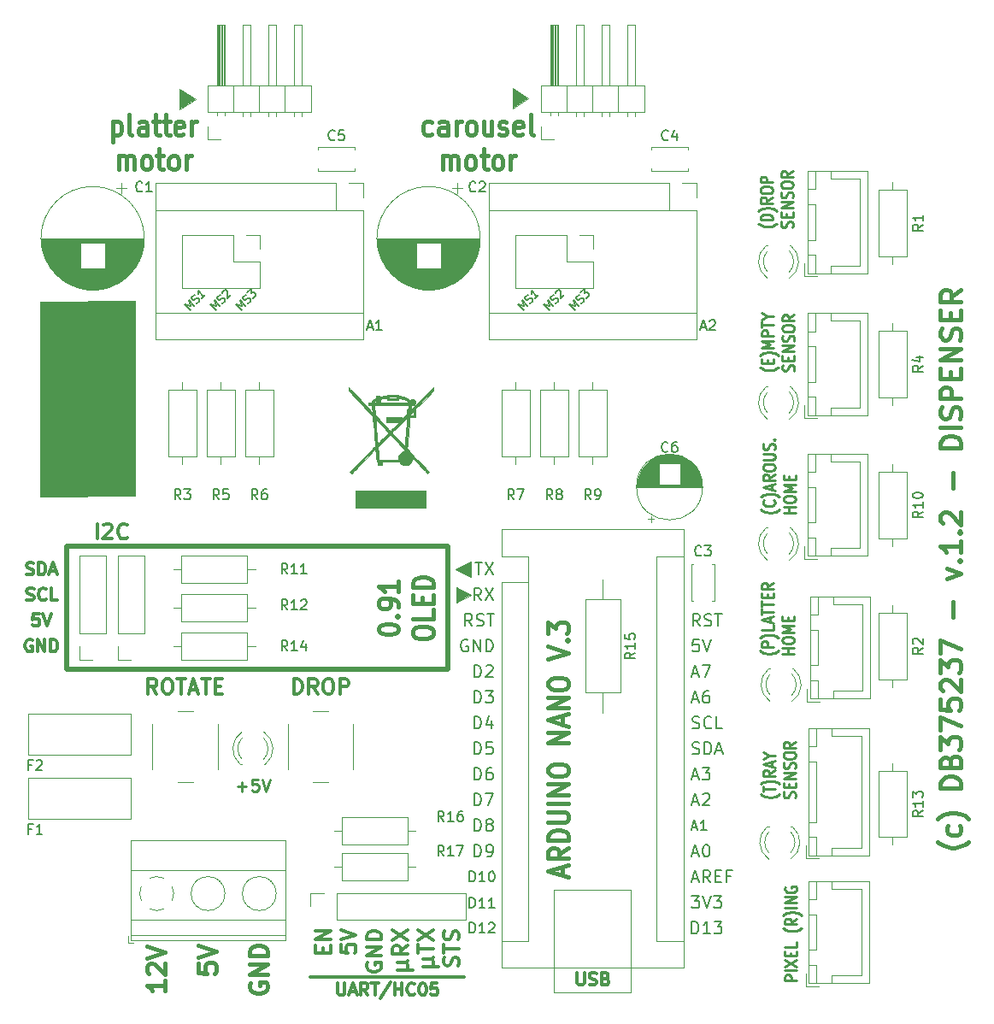
<source format=gbr>
G04 #@! TF.GenerationSoftware,KiCad,Pcbnew,(5.1.5)-3*
G04 #@! TF.CreationDate,2021-02-07T21:58:35+01:00*
G04 #@! TF.ProjectId,power-board,706f7765-722d-4626-9f61-72642e6b6963,rev?*
G04 #@! TF.SameCoordinates,Original*
G04 #@! TF.FileFunction,Legend,Top*
G04 #@! TF.FilePolarity,Positive*
%FSLAX46Y46*%
G04 Gerber Fmt 4.6, Leading zero omitted, Abs format (unit mm)*
G04 Created by KiCad (PCBNEW (5.1.5)-3) date 2021-02-07 21:58:35*
%MOMM*%
%LPD*%
G04 APERTURE LIST*
%ADD10C,0.300000*%
%ADD11C,0.120000*%
%ADD12C,0.100000*%
%ADD13C,0.200000*%
%ADD14C,0.500000*%
%ADD15C,0.375000*%
%ADD16C,0.250000*%
%ADD17C,0.400000*%
%ADD18C,0.010000*%
%ADD19C,0.150000*%
G04 APERTURE END LIST*
D10*
X130810000Y-141986000D02*
X146050000Y-141986000D01*
D11*
X154940000Y-143510000D02*
X154940000Y-133350000D01*
X162560000Y-143510000D02*
X154940000Y-143510000D01*
X162560000Y-133350000D02*
X162560000Y-143510000D01*
X154940000Y-133350000D02*
X162560000Y-133350000D01*
D12*
G36*
X119430800Y-55016400D02*
G01*
X117856000Y-56032400D01*
X117856000Y-54000400D01*
X119430800Y-55016400D01*
G37*
X119430800Y-55016400D02*
X117856000Y-56032400D01*
X117856000Y-54000400D01*
X119430800Y-55016400D01*
G36*
X152400000Y-54914800D02*
G01*
X150825200Y-55930800D01*
X150825200Y-53898800D01*
X152400000Y-54914800D01*
G37*
X152400000Y-54914800D02*
X150825200Y-55930800D01*
X150825200Y-53898800D01*
X152400000Y-54914800D01*
G36*
X146685000Y-104140000D02*
G01*
X145224499Y-104902000D01*
X145224500Y-103378001D01*
X146685000Y-104140000D01*
G37*
X146685000Y-104140000D02*
X145224499Y-104902000D01*
X145224500Y-103378001D01*
X146685000Y-104140000D01*
D10*
X145450642Y-140878785D02*
X145522071Y-140664500D01*
X145522071Y-140307357D01*
X145450642Y-140164500D01*
X145379214Y-140093071D01*
X145236357Y-140021642D01*
X145093500Y-140021642D01*
X144950642Y-140093071D01*
X144879214Y-140164500D01*
X144807785Y-140307357D01*
X144736357Y-140593071D01*
X144664928Y-140735928D01*
X144593500Y-140807357D01*
X144450642Y-140878785D01*
X144307785Y-140878785D01*
X144164928Y-140807357D01*
X144093500Y-140735928D01*
X144022071Y-140593071D01*
X144022071Y-140235928D01*
X144093500Y-140021642D01*
X144022071Y-139593071D02*
X144022071Y-138735928D01*
X145522071Y-139164500D02*
X144022071Y-139164500D01*
X145450642Y-138307357D02*
X145522071Y-138093071D01*
X145522071Y-137735928D01*
X145450642Y-137593071D01*
X145379214Y-137521642D01*
X145236357Y-137450214D01*
X145093500Y-137450214D01*
X144950642Y-137521642D01*
X144879214Y-137593071D01*
X144807785Y-137735928D01*
X144736357Y-138021642D01*
X144664928Y-138164500D01*
X144593500Y-138235928D01*
X144450642Y-138307357D01*
X144307785Y-138307357D01*
X144164928Y-138235928D01*
X144093500Y-138164500D01*
X144022071Y-138021642D01*
X144022071Y-137664500D01*
X144093500Y-137450214D01*
X132036357Y-139608928D02*
X132036357Y-139108928D01*
X132822071Y-138894642D02*
X132822071Y-139608928D01*
X131322071Y-139608928D01*
X131322071Y-138894642D01*
X132822071Y-138251785D02*
X131322071Y-138251785D01*
X132822071Y-137394642D01*
X131322071Y-137394642D01*
D13*
X169376428Y-107222857D02*
X168976428Y-106651428D01*
X168690714Y-107222857D02*
X168690714Y-106022857D01*
X169147857Y-106022857D01*
X169262142Y-106080000D01*
X169319285Y-106137142D01*
X169376428Y-106251428D01*
X169376428Y-106422857D01*
X169319285Y-106537142D01*
X169262142Y-106594285D01*
X169147857Y-106651428D01*
X168690714Y-106651428D01*
X169833571Y-107165714D02*
X170005000Y-107222857D01*
X170290714Y-107222857D01*
X170405000Y-107165714D01*
X170462142Y-107108571D01*
X170519285Y-106994285D01*
X170519285Y-106880000D01*
X170462142Y-106765714D01*
X170405000Y-106708571D01*
X170290714Y-106651428D01*
X170062142Y-106594285D01*
X169947857Y-106537142D01*
X169890714Y-106480000D01*
X169833571Y-106365714D01*
X169833571Y-106251428D01*
X169890714Y-106137142D01*
X169947857Y-106080000D01*
X170062142Y-106022857D01*
X170347857Y-106022857D01*
X170519285Y-106080000D01*
X170862142Y-106022857D02*
X171547857Y-106022857D01*
X171205000Y-107222857D02*
X171205000Y-106022857D01*
X169262142Y-108562857D02*
X168690714Y-108562857D01*
X168633571Y-109134285D01*
X168690714Y-109077142D01*
X168805000Y-109020000D01*
X169090714Y-109020000D01*
X169205000Y-109077142D01*
X169262142Y-109134285D01*
X169319285Y-109248571D01*
X169319285Y-109534285D01*
X169262142Y-109648571D01*
X169205000Y-109705714D01*
X169090714Y-109762857D01*
X168805000Y-109762857D01*
X168690714Y-109705714D01*
X168633571Y-109648571D01*
X169662142Y-108562857D02*
X170062142Y-109762857D01*
X170462142Y-108562857D01*
X168633571Y-111960000D02*
X169205000Y-111960000D01*
X168519285Y-112302857D02*
X168919285Y-111102857D01*
X169319285Y-112302857D01*
X169605000Y-111102857D02*
X170405000Y-111102857D01*
X169890714Y-112302857D01*
X168633571Y-114500000D02*
X169205000Y-114500000D01*
X168519285Y-114842857D02*
X168919285Y-113642857D01*
X169319285Y-114842857D01*
X170233571Y-113642857D02*
X170005000Y-113642857D01*
X169890714Y-113700000D01*
X169833571Y-113757142D01*
X169719285Y-113928571D01*
X169662142Y-114157142D01*
X169662142Y-114614285D01*
X169719285Y-114728571D01*
X169776428Y-114785714D01*
X169890714Y-114842857D01*
X170119285Y-114842857D01*
X170233571Y-114785714D01*
X170290714Y-114728571D01*
X170347857Y-114614285D01*
X170347857Y-114328571D01*
X170290714Y-114214285D01*
X170233571Y-114157142D01*
X170119285Y-114100000D01*
X169890714Y-114100000D01*
X169776428Y-114157142D01*
X169719285Y-114214285D01*
X169662142Y-114328571D01*
X168633571Y-117325714D02*
X168805000Y-117382857D01*
X169090714Y-117382857D01*
X169205000Y-117325714D01*
X169262142Y-117268571D01*
X169319285Y-117154285D01*
X169319285Y-117040000D01*
X169262142Y-116925714D01*
X169205000Y-116868571D01*
X169090714Y-116811428D01*
X168862142Y-116754285D01*
X168747857Y-116697142D01*
X168690714Y-116640000D01*
X168633571Y-116525714D01*
X168633571Y-116411428D01*
X168690714Y-116297142D01*
X168747857Y-116240000D01*
X168862142Y-116182857D01*
X169147857Y-116182857D01*
X169319285Y-116240000D01*
X170519285Y-117268571D02*
X170462142Y-117325714D01*
X170290714Y-117382857D01*
X170176428Y-117382857D01*
X170005000Y-117325714D01*
X169890714Y-117211428D01*
X169833571Y-117097142D01*
X169776428Y-116868571D01*
X169776428Y-116697142D01*
X169833571Y-116468571D01*
X169890714Y-116354285D01*
X170005000Y-116240000D01*
X170176428Y-116182857D01*
X170290714Y-116182857D01*
X170462142Y-116240000D01*
X170519285Y-116297142D01*
X171605000Y-117382857D02*
X171033571Y-117382857D01*
X171033571Y-116182857D01*
X168633571Y-119865714D02*
X168805000Y-119922857D01*
X169090714Y-119922857D01*
X169205000Y-119865714D01*
X169262142Y-119808571D01*
X169319285Y-119694285D01*
X169319285Y-119580000D01*
X169262142Y-119465714D01*
X169205000Y-119408571D01*
X169090714Y-119351428D01*
X168862142Y-119294285D01*
X168747857Y-119237142D01*
X168690714Y-119180000D01*
X168633571Y-119065714D01*
X168633571Y-118951428D01*
X168690714Y-118837142D01*
X168747857Y-118780000D01*
X168862142Y-118722857D01*
X169147857Y-118722857D01*
X169319285Y-118780000D01*
X169833571Y-119922857D02*
X169833571Y-118722857D01*
X170119285Y-118722857D01*
X170290714Y-118780000D01*
X170405000Y-118894285D01*
X170462142Y-119008571D01*
X170519285Y-119237142D01*
X170519285Y-119408571D01*
X170462142Y-119637142D01*
X170405000Y-119751428D01*
X170290714Y-119865714D01*
X170119285Y-119922857D01*
X169833571Y-119922857D01*
X170976428Y-119580000D02*
X171547857Y-119580000D01*
X170862142Y-119922857D02*
X171262142Y-118722857D01*
X171662142Y-119922857D01*
X168633571Y-122120000D02*
X169205000Y-122120000D01*
X168519285Y-122462857D02*
X168919285Y-121262857D01*
X169319285Y-122462857D01*
X169605000Y-121262857D02*
X170347857Y-121262857D01*
X169947857Y-121720000D01*
X170119285Y-121720000D01*
X170233571Y-121777142D01*
X170290714Y-121834285D01*
X170347857Y-121948571D01*
X170347857Y-122234285D01*
X170290714Y-122348571D01*
X170233571Y-122405714D01*
X170119285Y-122462857D01*
X169776428Y-122462857D01*
X169662142Y-122405714D01*
X169605000Y-122348571D01*
X168633571Y-124660000D02*
X169205000Y-124660000D01*
X168519285Y-125002857D02*
X168919285Y-123802857D01*
X169319285Y-125002857D01*
X169662142Y-123917142D02*
X169719285Y-123860000D01*
X169833571Y-123802857D01*
X170119285Y-123802857D01*
X170233571Y-123860000D01*
X170290714Y-123917142D01*
X170347857Y-124031428D01*
X170347857Y-124145714D01*
X170290714Y-124317142D01*
X169605000Y-125002857D01*
X170347857Y-125002857D01*
X168595476Y-127166666D02*
X169071666Y-127166666D01*
X168500238Y-127452380D02*
X168833571Y-126452380D01*
X169166904Y-127452380D01*
X170024047Y-127452380D02*
X169452619Y-127452380D01*
X169738333Y-127452380D02*
X169738333Y-126452380D01*
X169643095Y-126595238D01*
X169547857Y-126690476D01*
X169452619Y-126738095D01*
X168633571Y-129740000D02*
X169205000Y-129740000D01*
X168519285Y-130082857D02*
X168919285Y-128882857D01*
X169319285Y-130082857D01*
X169947857Y-128882857D02*
X170062142Y-128882857D01*
X170176428Y-128940000D01*
X170233571Y-128997142D01*
X170290714Y-129111428D01*
X170347857Y-129340000D01*
X170347857Y-129625714D01*
X170290714Y-129854285D01*
X170233571Y-129968571D01*
X170176428Y-130025714D01*
X170062142Y-130082857D01*
X169947857Y-130082857D01*
X169833571Y-130025714D01*
X169776428Y-129968571D01*
X169719285Y-129854285D01*
X169662142Y-129625714D01*
X169662142Y-129340000D01*
X169719285Y-129111428D01*
X169776428Y-128997142D01*
X169833571Y-128940000D01*
X169947857Y-128882857D01*
X168633571Y-132280000D02*
X169205000Y-132280000D01*
X168519285Y-132622857D02*
X168919285Y-131422857D01*
X169319285Y-132622857D01*
X170405000Y-132622857D02*
X170005000Y-132051428D01*
X169719285Y-132622857D02*
X169719285Y-131422857D01*
X170176428Y-131422857D01*
X170290714Y-131480000D01*
X170347857Y-131537142D01*
X170405000Y-131651428D01*
X170405000Y-131822857D01*
X170347857Y-131937142D01*
X170290714Y-131994285D01*
X170176428Y-132051428D01*
X169719285Y-132051428D01*
X170919285Y-131994285D02*
X171319285Y-131994285D01*
X171490714Y-132622857D02*
X170919285Y-132622857D01*
X170919285Y-131422857D01*
X171490714Y-131422857D01*
X172405000Y-131994285D02*
X172005000Y-131994285D01*
X172005000Y-132622857D02*
X172005000Y-131422857D01*
X172576428Y-131422857D01*
X168576428Y-133962857D02*
X169319285Y-133962857D01*
X168919285Y-134420000D01*
X169090714Y-134420000D01*
X169205000Y-134477142D01*
X169262142Y-134534285D01*
X169319285Y-134648571D01*
X169319285Y-134934285D01*
X169262142Y-135048571D01*
X169205000Y-135105714D01*
X169090714Y-135162857D01*
X168747857Y-135162857D01*
X168633571Y-135105714D01*
X168576428Y-135048571D01*
X169662142Y-133962857D02*
X170062142Y-135162857D01*
X170462142Y-133962857D01*
X170747857Y-133962857D02*
X171490714Y-133962857D01*
X171090714Y-134420000D01*
X171262142Y-134420000D01*
X171376428Y-134477142D01*
X171433571Y-134534285D01*
X171490714Y-134648571D01*
X171490714Y-134934285D01*
X171433571Y-135048571D01*
X171376428Y-135105714D01*
X171262142Y-135162857D01*
X170919285Y-135162857D01*
X170805000Y-135105714D01*
X170747857Y-135048571D01*
X168563714Y-137702857D02*
X168563714Y-136502857D01*
X168849428Y-136502857D01*
X169020857Y-136560000D01*
X169135142Y-136674285D01*
X169192285Y-136788571D01*
X169249428Y-137017142D01*
X169249428Y-137188571D01*
X169192285Y-137417142D01*
X169135142Y-137531428D01*
X169020857Y-137645714D01*
X168849428Y-137702857D01*
X168563714Y-137702857D01*
X170392285Y-137702857D02*
X169706571Y-137702857D01*
X170049428Y-137702857D02*
X170049428Y-136502857D01*
X169935142Y-136674285D01*
X169820857Y-136788571D01*
X169706571Y-136845714D01*
X170792285Y-136502857D02*
X171535142Y-136502857D01*
X171135142Y-136960000D01*
X171306571Y-136960000D01*
X171420857Y-137017142D01*
X171478000Y-137074285D01*
X171535142Y-137188571D01*
X171535142Y-137474285D01*
X171478000Y-137588571D01*
X171420857Y-137645714D01*
X171306571Y-137702857D01*
X170963714Y-137702857D01*
X170849428Y-137645714D01*
X170792285Y-137588571D01*
X146809285Y-107222857D02*
X146409285Y-106651428D01*
X146123571Y-107222857D02*
X146123571Y-106022857D01*
X146580714Y-106022857D01*
X146695000Y-106080000D01*
X146752142Y-106137142D01*
X146809285Y-106251428D01*
X146809285Y-106422857D01*
X146752142Y-106537142D01*
X146695000Y-106594285D01*
X146580714Y-106651428D01*
X146123571Y-106651428D01*
X147266428Y-107165714D02*
X147437857Y-107222857D01*
X147723571Y-107222857D01*
X147837857Y-107165714D01*
X147895000Y-107108571D01*
X147952142Y-106994285D01*
X147952142Y-106880000D01*
X147895000Y-106765714D01*
X147837857Y-106708571D01*
X147723571Y-106651428D01*
X147495000Y-106594285D01*
X147380714Y-106537142D01*
X147323571Y-106480000D01*
X147266428Y-106365714D01*
X147266428Y-106251428D01*
X147323571Y-106137142D01*
X147380714Y-106080000D01*
X147495000Y-106022857D01*
X147780714Y-106022857D01*
X147952142Y-106080000D01*
X148295000Y-106022857D02*
X148980714Y-106022857D01*
X148637857Y-107222857D02*
X148637857Y-106022857D01*
D14*
X144424400Y-111506000D02*
X144424400Y-99314000D01*
D13*
X146352142Y-108620000D02*
X146237857Y-108562857D01*
X146066428Y-108562857D01*
X145895000Y-108620000D01*
X145780714Y-108734285D01*
X145723571Y-108848571D01*
X145666428Y-109077142D01*
X145666428Y-109248571D01*
X145723571Y-109477142D01*
X145780714Y-109591428D01*
X145895000Y-109705714D01*
X146066428Y-109762857D01*
X146180714Y-109762857D01*
X146352142Y-109705714D01*
X146409285Y-109648571D01*
X146409285Y-109248571D01*
X146180714Y-109248571D01*
X146923571Y-109762857D02*
X146923571Y-108562857D01*
X147609285Y-109762857D01*
X147609285Y-108562857D01*
X148180714Y-109762857D02*
X148180714Y-108562857D01*
X148466428Y-108562857D01*
X148637857Y-108620000D01*
X148752142Y-108734285D01*
X148809285Y-108848571D01*
X148866428Y-109077142D01*
X148866428Y-109248571D01*
X148809285Y-109477142D01*
X148752142Y-109591428D01*
X148637857Y-109705714D01*
X148466428Y-109762857D01*
X148180714Y-109762857D01*
X147037857Y-112302857D02*
X147037857Y-111102857D01*
X147323571Y-111102857D01*
X147495000Y-111160000D01*
X147609285Y-111274285D01*
X147666428Y-111388571D01*
X147723571Y-111617142D01*
X147723571Y-111788571D01*
X147666428Y-112017142D01*
X147609285Y-112131428D01*
X147495000Y-112245714D01*
X147323571Y-112302857D01*
X147037857Y-112302857D01*
X148180714Y-111217142D02*
X148237857Y-111160000D01*
X148352142Y-111102857D01*
X148637857Y-111102857D01*
X148752142Y-111160000D01*
X148809285Y-111217142D01*
X148866428Y-111331428D01*
X148866428Y-111445714D01*
X148809285Y-111617142D01*
X148123571Y-112302857D01*
X148866428Y-112302857D01*
X147037857Y-114842857D02*
X147037857Y-113642857D01*
X147323571Y-113642857D01*
X147495000Y-113700000D01*
X147609285Y-113814285D01*
X147666428Y-113928571D01*
X147723571Y-114157142D01*
X147723571Y-114328571D01*
X147666428Y-114557142D01*
X147609285Y-114671428D01*
X147495000Y-114785714D01*
X147323571Y-114842857D01*
X147037857Y-114842857D01*
X148123571Y-113642857D02*
X148866428Y-113642857D01*
X148466428Y-114100000D01*
X148637857Y-114100000D01*
X148752142Y-114157142D01*
X148809285Y-114214285D01*
X148866428Y-114328571D01*
X148866428Y-114614285D01*
X148809285Y-114728571D01*
X148752142Y-114785714D01*
X148637857Y-114842857D01*
X148295000Y-114842857D01*
X148180714Y-114785714D01*
X148123571Y-114728571D01*
X147037857Y-117382857D02*
X147037857Y-116182857D01*
X147323571Y-116182857D01*
X147495000Y-116240000D01*
X147609285Y-116354285D01*
X147666428Y-116468571D01*
X147723571Y-116697142D01*
X147723571Y-116868571D01*
X147666428Y-117097142D01*
X147609285Y-117211428D01*
X147495000Y-117325714D01*
X147323571Y-117382857D01*
X147037857Y-117382857D01*
X148752142Y-116582857D02*
X148752142Y-117382857D01*
X148466428Y-116125714D02*
X148180714Y-116982857D01*
X148923571Y-116982857D01*
X147037857Y-119922857D02*
X147037857Y-118722857D01*
X147323571Y-118722857D01*
X147495000Y-118780000D01*
X147609285Y-118894285D01*
X147666428Y-119008571D01*
X147723571Y-119237142D01*
X147723571Y-119408571D01*
X147666428Y-119637142D01*
X147609285Y-119751428D01*
X147495000Y-119865714D01*
X147323571Y-119922857D01*
X147037857Y-119922857D01*
X148809285Y-118722857D02*
X148237857Y-118722857D01*
X148180714Y-119294285D01*
X148237857Y-119237142D01*
X148352142Y-119180000D01*
X148637857Y-119180000D01*
X148752142Y-119237142D01*
X148809285Y-119294285D01*
X148866428Y-119408571D01*
X148866428Y-119694285D01*
X148809285Y-119808571D01*
X148752142Y-119865714D01*
X148637857Y-119922857D01*
X148352142Y-119922857D01*
X148237857Y-119865714D01*
X148180714Y-119808571D01*
X147037857Y-122462857D02*
X147037857Y-121262857D01*
X147323571Y-121262857D01*
X147495000Y-121320000D01*
X147609285Y-121434285D01*
X147666428Y-121548571D01*
X147723571Y-121777142D01*
X147723571Y-121948571D01*
X147666428Y-122177142D01*
X147609285Y-122291428D01*
X147495000Y-122405714D01*
X147323571Y-122462857D01*
X147037857Y-122462857D01*
X148752142Y-121262857D02*
X148523571Y-121262857D01*
X148409285Y-121320000D01*
X148352142Y-121377142D01*
X148237857Y-121548571D01*
X148180714Y-121777142D01*
X148180714Y-122234285D01*
X148237857Y-122348571D01*
X148295000Y-122405714D01*
X148409285Y-122462857D01*
X148637857Y-122462857D01*
X148752142Y-122405714D01*
X148809285Y-122348571D01*
X148866428Y-122234285D01*
X148866428Y-121948571D01*
X148809285Y-121834285D01*
X148752142Y-121777142D01*
X148637857Y-121720000D01*
X148409285Y-121720000D01*
X148295000Y-121777142D01*
X148237857Y-121834285D01*
X148180714Y-121948571D01*
X147037857Y-125002857D02*
X147037857Y-123802857D01*
X147323571Y-123802857D01*
X147495000Y-123860000D01*
X147609285Y-123974285D01*
X147666428Y-124088571D01*
X147723571Y-124317142D01*
X147723571Y-124488571D01*
X147666428Y-124717142D01*
X147609285Y-124831428D01*
X147495000Y-124945714D01*
X147323571Y-125002857D01*
X147037857Y-125002857D01*
X148123571Y-123802857D02*
X148923571Y-123802857D01*
X148409285Y-125002857D01*
X147037857Y-127542857D02*
X147037857Y-126342857D01*
X147323571Y-126342857D01*
X147495000Y-126400000D01*
X147609285Y-126514285D01*
X147666428Y-126628571D01*
X147723571Y-126857142D01*
X147723571Y-127028571D01*
X147666428Y-127257142D01*
X147609285Y-127371428D01*
X147495000Y-127485714D01*
X147323571Y-127542857D01*
X147037857Y-127542857D01*
X148409285Y-126857142D02*
X148295000Y-126800000D01*
X148237857Y-126742857D01*
X148180714Y-126628571D01*
X148180714Y-126571428D01*
X148237857Y-126457142D01*
X148295000Y-126400000D01*
X148409285Y-126342857D01*
X148637857Y-126342857D01*
X148752142Y-126400000D01*
X148809285Y-126457142D01*
X148866428Y-126571428D01*
X148866428Y-126628571D01*
X148809285Y-126742857D01*
X148752142Y-126800000D01*
X148637857Y-126857142D01*
X148409285Y-126857142D01*
X148295000Y-126914285D01*
X148237857Y-126971428D01*
X148180714Y-127085714D01*
X148180714Y-127314285D01*
X148237857Y-127428571D01*
X148295000Y-127485714D01*
X148409285Y-127542857D01*
X148637857Y-127542857D01*
X148752142Y-127485714D01*
X148809285Y-127428571D01*
X148866428Y-127314285D01*
X148866428Y-127085714D01*
X148809285Y-126971428D01*
X148752142Y-126914285D01*
X148637857Y-126857142D01*
X147037857Y-130082857D02*
X147037857Y-128882857D01*
X147323571Y-128882857D01*
X147495000Y-128940000D01*
X147609285Y-129054285D01*
X147666428Y-129168571D01*
X147723571Y-129397142D01*
X147723571Y-129568571D01*
X147666428Y-129797142D01*
X147609285Y-129911428D01*
X147495000Y-130025714D01*
X147323571Y-130082857D01*
X147037857Y-130082857D01*
X148295000Y-130082857D02*
X148523571Y-130082857D01*
X148637857Y-130025714D01*
X148695000Y-129968571D01*
X148809285Y-129797142D01*
X148866428Y-129568571D01*
X148866428Y-129111428D01*
X148809285Y-128997142D01*
X148752142Y-128940000D01*
X148637857Y-128882857D01*
X148409285Y-128882857D01*
X148295000Y-128940000D01*
X148237857Y-128997142D01*
X148180714Y-129111428D01*
X148180714Y-129397142D01*
X148237857Y-129511428D01*
X148295000Y-129568571D01*
X148409285Y-129625714D01*
X148637857Y-129625714D01*
X148752142Y-129568571D01*
X148809285Y-129511428D01*
X148866428Y-129397142D01*
X146555333Y-132532380D02*
X146555333Y-131532380D01*
X146793428Y-131532380D01*
X146936285Y-131580000D01*
X147031523Y-131675238D01*
X147079142Y-131770476D01*
X147126761Y-131960952D01*
X147126761Y-132103809D01*
X147079142Y-132294285D01*
X147031523Y-132389523D01*
X146936285Y-132484761D01*
X146793428Y-132532380D01*
X146555333Y-132532380D01*
X148079142Y-132532380D02*
X147507714Y-132532380D01*
X147793428Y-132532380D02*
X147793428Y-131532380D01*
X147698190Y-131675238D01*
X147602952Y-131770476D01*
X147507714Y-131818095D01*
X148698190Y-131532380D02*
X148793428Y-131532380D01*
X148888666Y-131580000D01*
X148936285Y-131627619D01*
X148983904Y-131722857D01*
X149031523Y-131913333D01*
X149031523Y-132151428D01*
X148983904Y-132341904D01*
X148936285Y-132437142D01*
X148888666Y-132484761D01*
X148793428Y-132532380D01*
X148698190Y-132532380D01*
X148602952Y-132484761D01*
X148555333Y-132437142D01*
X148507714Y-132341904D01*
X148460095Y-132151428D01*
X148460095Y-131913333D01*
X148507714Y-131722857D01*
X148555333Y-131627619D01*
X148602952Y-131580000D01*
X148698190Y-131532380D01*
X146555333Y-135135880D02*
X146555333Y-134135880D01*
X146793428Y-134135880D01*
X146936285Y-134183500D01*
X147031523Y-134278738D01*
X147079142Y-134373976D01*
X147126761Y-134564452D01*
X147126761Y-134707309D01*
X147079142Y-134897785D01*
X147031523Y-134993023D01*
X146936285Y-135088261D01*
X146793428Y-135135880D01*
X146555333Y-135135880D01*
X148079142Y-135135880D02*
X147507714Y-135135880D01*
X147793428Y-135135880D02*
X147793428Y-134135880D01*
X147698190Y-134278738D01*
X147602952Y-134373976D01*
X147507714Y-134421595D01*
X149031523Y-135135880D02*
X148460095Y-135135880D01*
X148745809Y-135135880D02*
X148745809Y-134135880D01*
X148650571Y-134278738D01*
X148555333Y-134373976D01*
X148460095Y-134421595D01*
X146555333Y-137612380D02*
X146555333Y-136612380D01*
X146793428Y-136612380D01*
X146936285Y-136660000D01*
X147031523Y-136755238D01*
X147079142Y-136850476D01*
X147126761Y-137040952D01*
X147126761Y-137183809D01*
X147079142Y-137374285D01*
X147031523Y-137469523D01*
X146936285Y-137564761D01*
X146793428Y-137612380D01*
X146555333Y-137612380D01*
X148079142Y-137612380D02*
X147507714Y-137612380D01*
X147793428Y-137612380D02*
X147793428Y-136612380D01*
X147698190Y-136755238D01*
X147602952Y-136850476D01*
X147507714Y-136898095D01*
X148460095Y-136707619D02*
X148507714Y-136660000D01*
X148602952Y-136612380D01*
X148841047Y-136612380D01*
X148936285Y-136660000D01*
X148983904Y-136707619D01*
X149031523Y-136802857D01*
X149031523Y-136898095D01*
X148983904Y-137040952D01*
X148412476Y-137612380D01*
X149031523Y-137612380D01*
X147723571Y-104682857D02*
X147323571Y-104111428D01*
X147037857Y-104682857D02*
X147037857Y-103482857D01*
X147495000Y-103482857D01*
X147609285Y-103540000D01*
X147666428Y-103597142D01*
X147723571Y-103711428D01*
X147723571Y-103882857D01*
X147666428Y-103997142D01*
X147609285Y-104054285D01*
X147495000Y-104111428D01*
X147037857Y-104111428D01*
X148123571Y-103482857D02*
X148923571Y-104682857D01*
X148923571Y-103482857D02*
X148123571Y-104682857D01*
X147152142Y-100942857D02*
X147837857Y-100942857D01*
X147495000Y-102142857D02*
X147495000Y-100942857D01*
X148123571Y-100942857D02*
X148923571Y-102142857D01*
X148923571Y-100942857D02*
X148123571Y-102142857D01*
D15*
X109660714Y-98595571D02*
X109660714Y-97095571D01*
X110303571Y-97238428D02*
X110375000Y-97167000D01*
X110517857Y-97095571D01*
X110875000Y-97095571D01*
X111017857Y-97167000D01*
X111089285Y-97238428D01*
X111160714Y-97381285D01*
X111160714Y-97524142D01*
X111089285Y-97738428D01*
X110232142Y-98595571D01*
X111160714Y-98595571D01*
X112660714Y-98452714D02*
X112589285Y-98524142D01*
X112375000Y-98595571D01*
X112232142Y-98595571D01*
X112017857Y-98524142D01*
X111875000Y-98381285D01*
X111803571Y-98238428D01*
X111732142Y-97952714D01*
X111732142Y-97738428D01*
X111803571Y-97452714D01*
X111875000Y-97309857D01*
X112017857Y-97167000D01*
X112232142Y-97095571D01*
X112375000Y-97095571D01*
X112589285Y-97167000D01*
X112660714Y-97238428D01*
D16*
X123552142Y-123148714D02*
X124466428Y-123148714D01*
X124009285Y-123605857D02*
X124009285Y-122691571D01*
X125609285Y-122405857D02*
X125037857Y-122405857D01*
X124980714Y-122977285D01*
X125037857Y-122920142D01*
X125152142Y-122863000D01*
X125437857Y-122863000D01*
X125552142Y-122920142D01*
X125609285Y-122977285D01*
X125666428Y-123091571D01*
X125666428Y-123377285D01*
X125609285Y-123491571D01*
X125552142Y-123548714D01*
X125437857Y-123605857D01*
X125152142Y-123605857D01*
X125037857Y-123548714D01*
X124980714Y-123491571D01*
X126009285Y-122405857D02*
X126409285Y-123605857D01*
X126809285Y-122405857D01*
D10*
X157235714Y-141582857D02*
X157235714Y-142554285D01*
X157292857Y-142668571D01*
X157350000Y-142725714D01*
X157464285Y-142782857D01*
X157692857Y-142782857D01*
X157807142Y-142725714D01*
X157864285Y-142668571D01*
X157921428Y-142554285D01*
X157921428Y-141582857D01*
X158435714Y-142725714D02*
X158607142Y-142782857D01*
X158892857Y-142782857D01*
X159007142Y-142725714D01*
X159064285Y-142668571D01*
X159121428Y-142554285D01*
X159121428Y-142440000D01*
X159064285Y-142325714D01*
X159007142Y-142268571D01*
X158892857Y-142211428D01*
X158664285Y-142154285D01*
X158550000Y-142097142D01*
X158492857Y-142040000D01*
X158435714Y-141925714D01*
X158435714Y-141811428D01*
X158492857Y-141697142D01*
X158550000Y-141640000D01*
X158664285Y-141582857D01*
X158950000Y-141582857D01*
X159121428Y-141640000D01*
X160035714Y-142154285D02*
X160207142Y-142211428D01*
X160264285Y-142268571D01*
X160321428Y-142382857D01*
X160321428Y-142554285D01*
X160264285Y-142668571D01*
X160207142Y-142725714D01*
X160092857Y-142782857D01*
X159635714Y-142782857D01*
X159635714Y-141582857D01*
X160035714Y-141582857D01*
X160150000Y-141640000D01*
X160207142Y-141697142D01*
X160264285Y-141811428D01*
X160264285Y-141925714D01*
X160207142Y-142040000D01*
X160150000Y-142097142D01*
X160035714Y-142154285D01*
X159635714Y-142154285D01*
X103225714Y-108620000D02*
X103111428Y-108562857D01*
X102940000Y-108562857D01*
X102768571Y-108620000D01*
X102654285Y-108734285D01*
X102597142Y-108848571D01*
X102540000Y-109077142D01*
X102540000Y-109248571D01*
X102597142Y-109477142D01*
X102654285Y-109591428D01*
X102768571Y-109705714D01*
X102940000Y-109762857D01*
X103054285Y-109762857D01*
X103225714Y-109705714D01*
X103282857Y-109648571D01*
X103282857Y-109248571D01*
X103054285Y-109248571D01*
X103797142Y-109762857D02*
X103797142Y-108562857D01*
X104482857Y-109762857D01*
X104482857Y-108562857D01*
X105054285Y-109762857D02*
X105054285Y-108562857D01*
X105340000Y-108562857D01*
X105511428Y-108620000D01*
X105625714Y-108734285D01*
X105682857Y-108848571D01*
X105740000Y-109077142D01*
X105740000Y-109248571D01*
X105682857Y-109477142D01*
X105625714Y-109591428D01*
X105511428Y-109705714D01*
X105340000Y-109762857D01*
X105054285Y-109762857D01*
X103911428Y-106022857D02*
X103340000Y-106022857D01*
X103282857Y-106594285D01*
X103340000Y-106537142D01*
X103454285Y-106480000D01*
X103740000Y-106480000D01*
X103854285Y-106537142D01*
X103911428Y-106594285D01*
X103968571Y-106708571D01*
X103968571Y-106994285D01*
X103911428Y-107108571D01*
X103854285Y-107165714D01*
X103740000Y-107222857D01*
X103454285Y-107222857D01*
X103340000Y-107165714D01*
X103282857Y-107108571D01*
X104311428Y-106022857D02*
X104711428Y-107222857D01*
X105111428Y-106022857D01*
X102711428Y-104625714D02*
X102882857Y-104682857D01*
X103168571Y-104682857D01*
X103282857Y-104625714D01*
X103340000Y-104568571D01*
X103397142Y-104454285D01*
X103397142Y-104340000D01*
X103340000Y-104225714D01*
X103282857Y-104168571D01*
X103168571Y-104111428D01*
X102940000Y-104054285D01*
X102825714Y-103997142D01*
X102768571Y-103940000D01*
X102711428Y-103825714D01*
X102711428Y-103711428D01*
X102768571Y-103597142D01*
X102825714Y-103540000D01*
X102940000Y-103482857D01*
X103225714Y-103482857D01*
X103397142Y-103540000D01*
X104597142Y-104568571D02*
X104540000Y-104625714D01*
X104368571Y-104682857D01*
X104254285Y-104682857D01*
X104082857Y-104625714D01*
X103968571Y-104511428D01*
X103911428Y-104397142D01*
X103854285Y-104168571D01*
X103854285Y-103997142D01*
X103911428Y-103768571D01*
X103968571Y-103654285D01*
X104082857Y-103540000D01*
X104254285Y-103482857D01*
X104368571Y-103482857D01*
X104540000Y-103540000D01*
X104597142Y-103597142D01*
X105682857Y-104682857D02*
X105111428Y-104682857D01*
X105111428Y-103482857D01*
X102682857Y-102085714D02*
X102854285Y-102142857D01*
X103140000Y-102142857D01*
X103254285Y-102085714D01*
X103311428Y-102028571D01*
X103368571Y-101914285D01*
X103368571Y-101800000D01*
X103311428Y-101685714D01*
X103254285Y-101628571D01*
X103140000Y-101571428D01*
X102911428Y-101514285D01*
X102797142Y-101457142D01*
X102740000Y-101400000D01*
X102682857Y-101285714D01*
X102682857Y-101171428D01*
X102740000Y-101057142D01*
X102797142Y-101000000D01*
X102911428Y-100942857D01*
X103197142Y-100942857D01*
X103368571Y-101000000D01*
X103882857Y-102142857D02*
X103882857Y-100942857D01*
X104168571Y-100942857D01*
X104340000Y-101000000D01*
X104454285Y-101114285D01*
X104511428Y-101228571D01*
X104568571Y-101457142D01*
X104568571Y-101628571D01*
X104511428Y-101857142D01*
X104454285Y-101971428D01*
X104340000Y-102085714D01*
X104168571Y-102142857D01*
X103882857Y-102142857D01*
X105025714Y-101800000D02*
X105597142Y-101800000D01*
X104911428Y-102142857D02*
X105311428Y-100942857D01*
X105711428Y-102142857D01*
D16*
X177267000Y-123900690D02*
X177209857Y-123948309D01*
X177038428Y-124043547D01*
X176924142Y-124091166D01*
X176752714Y-124138785D01*
X176467000Y-124186404D01*
X176238428Y-124186404D01*
X175952714Y-124138785D01*
X175781285Y-124091166D01*
X175667000Y-124043547D01*
X175495571Y-123948309D01*
X175438428Y-123900690D01*
X175609857Y-123662595D02*
X175609857Y-123091166D01*
X176809857Y-123376880D02*
X175609857Y-123376880D01*
X177267000Y-122853071D02*
X177209857Y-122805452D01*
X177038428Y-122710214D01*
X176924142Y-122662595D01*
X176752714Y-122614976D01*
X176467000Y-122567357D01*
X176238428Y-122567357D01*
X175952714Y-122614976D01*
X175781285Y-122662595D01*
X175667000Y-122710214D01*
X175495571Y-122805452D01*
X175438428Y-122853071D01*
X176809857Y-121519738D02*
X176238428Y-121853071D01*
X176809857Y-122091166D02*
X175609857Y-122091166D01*
X175609857Y-121710214D01*
X175667000Y-121614976D01*
X175724142Y-121567357D01*
X175838428Y-121519738D01*
X176009857Y-121519738D01*
X176124142Y-121567357D01*
X176181285Y-121614976D01*
X176238428Y-121710214D01*
X176238428Y-122091166D01*
X176467000Y-121138785D02*
X176467000Y-120662595D01*
X176809857Y-121234023D02*
X175609857Y-120900690D01*
X176809857Y-120567357D01*
X176238428Y-120043547D02*
X176809857Y-120043547D01*
X175609857Y-120376880D02*
X176238428Y-120043547D01*
X175609857Y-119710214D01*
X178802714Y-124234023D02*
X178859857Y-124091166D01*
X178859857Y-123853071D01*
X178802714Y-123757833D01*
X178745571Y-123710214D01*
X178631285Y-123662595D01*
X178517000Y-123662595D01*
X178402714Y-123710214D01*
X178345571Y-123757833D01*
X178288428Y-123853071D01*
X178231285Y-124043547D01*
X178174142Y-124138785D01*
X178117000Y-124186404D01*
X178002714Y-124234023D01*
X177888428Y-124234023D01*
X177774142Y-124186404D01*
X177717000Y-124138785D01*
X177659857Y-124043547D01*
X177659857Y-123805452D01*
X177717000Y-123662595D01*
X178231285Y-123234023D02*
X178231285Y-122900690D01*
X178859857Y-122757833D02*
X178859857Y-123234023D01*
X177659857Y-123234023D01*
X177659857Y-122757833D01*
X178859857Y-122329261D02*
X177659857Y-122329261D01*
X178859857Y-121757833D01*
X177659857Y-121757833D01*
X178802714Y-121329261D02*
X178859857Y-121186404D01*
X178859857Y-120948309D01*
X178802714Y-120853071D01*
X178745571Y-120805452D01*
X178631285Y-120757833D01*
X178517000Y-120757833D01*
X178402714Y-120805452D01*
X178345571Y-120853071D01*
X178288428Y-120948309D01*
X178231285Y-121138785D01*
X178174142Y-121234023D01*
X178117000Y-121281642D01*
X178002714Y-121329261D01*
X177888428Y-121329261D01*
X177774142Y-121281642D01*
X177717000Y-121234023D01*
X177659857Y-121138785D01*
X177659857Y-120900690D01*
X177717000Y-120757833D01*
X177659857Y-120138785D02*
X177659857Y-119948309D01*
X177717000Y-119853071D01*
X177831285Y-119757833D01*
X178059857Y-119710214D01*
X178459857Y-119710214D01*
X178688428Y-119757833D01*
X178802714Y-119853071D01*
X178859857Y-119948309D01*
X178859857Y-120138785D01*
X178802714Y-120234023D01*
X178688428Y-120329261D01*
X178459857Y-120376880D01*
X178059857Y-120376880D01*
X177831285Y-120329261D01*
X177717000Y-120234023D01*
X177659857Y-120138785D01*
X178859857Y-118710214D02*
X178288428Y-119043547D01*
X178859857Y-119281642D02*
X177659857Y-119281642D01*
X177659857Y-118900690D01*
X177717000Y-118805452D01*
X177774142Y-118757833D01*
X177888428Y-118710214D01*
X178059857Y-118710214D01*
X178174142Y-118757833D01*
X178231285Y-118805452D01*
X178288428Y-118900690D01*
X178288428Y-119281642D01*
D17*
X155781333Y-131894285D02*
X155781333Y-131037142D01*
X156352761Y-132065714D02*
X154352761Y-131465714D01*
X156352761Y-130865714D01*
X156352761Y-129237142D02*
X155400380Y-129837142D01*
X156352761Y-130265714D02*
X154352761Y-130265714D01*
X154352761Y-129580000D01*
X154448000Y-129408571D01*
X154543238Y-129322857D01*
X154733714Y-129237142D01*
X155019428Y-129237142D01*
X155209904Y-129322857D01*
X155305142Y-129408571D01*
X155400380Y-129580000D01*
X155400380Y-130265714D01*
X156352761Y-128465714D02*
X154352761Y-128465714D01*
X154352761Y-128037142D01*
X154448000Y-127780000D01*
X154638476Y-127608571D01*
X154828952Y-127522857D01*
X155209904Y-127437142D01*
X155495619Y-127437142D01*
X155876571Y-127522857D01*
X156067047Y-127608571D01*
X156257523Y-127780000D01*
X156352761Y-128037142D01*
X156352761Y-128465714D01*
X154352761Y-126665714D02*
X155971809Y-126665714D01*
X156162285Y-126580000D01*
X156257523Y-126494285D01*
X156352761Y-126322857D01*
X156352761Y-125980000D01*
X156257523Y-125808571D01*
X156162285Y-125722857D01*
X155971809Y-125637142D01*
X154352761Y-125637142D01*
X156352761Y-124780000D02*
X154352761Y-124780000D01*
X156352761Y-123922857D02*
X154352761Y-123922857D01*
X156352761Y-122894285D01*
X154352761Y-122894285D01*
X154352761Y-121694285D02*
X154352761Y-121351428D01*
X154448000Y-121180000D01*
X154638476Y-121008571D01*
X155019428Y-120922857D01*
X155686095Y-120922857D01*
X156067047Y-121008571D01*
X156257523Y-121180000D01*
X156352761Y-121351428D01*
X156352761Y-121694285D01*
X156257523Y-121865714D01*
X156067047Y-122037142D01*
X155686095Y-122122857D01*
X155019428Y-122122857D01*
X154638476Y-122037142D01*
X154448000Y-121865714D01*
X154352761Y-121694285D01*
X156352761Y-118780000D02*
X154352761Y-118780000D01*
X156352761Y-117751428D01*
X154352761Y-117751428D01*
X155781333Y-116980000D02*
X155781333Y-116122857D01*
X156352761Y-117151428D02*
X154352761Y-116551428D01*
X156352761Y-115951428D01*
X156352761Y-115351428D02*
X154352761Y-115351428D01*
X156352761Y-114322857D01*
X154352761Y-114322857D01*
X154352761Y-113122857D02*
X154352761Y-112780000D01*
X154448000Y-112608571D01*
X154638476Y-112437142D01*
X155019428Y-112351428D01*
X155686095Y-112351428D01*
X156067047Y-112437142D01*
X156257523Y-112608571D01*
X156352761Y-112780000D01*
X156352761Y-113122857D01*
X156257523Y-113294285D01*
X156067047Y-113465714D01*
X155686095Y-113551428D01*
X155019428Y-113551428D01*
X154638476Y-113465714D01*
X154448000Y-113294285D01*
X154352761Y-113122857D01*
X154352761Y-110465714D02*
X156352761Y-109865714D01*
X154352761Y-109265714D01*
X156162285Y-108665714D02*
X156257523Y-108580000D01*
X156352761Y-108665714D01*
X156257523Y-108751428D01*
X156162285Y-108665714D01*
X156352761Y-108665714D01*
X154352761Y-107980000D02*
X154352761Y-106865714D01*
X155114666Y-107465714D01*
X155114666Y-107208571D01*
X155209904Y-107037142D01*
X155305142Y-106951428D01*
X155495619Y-106865714D01*
X155971809Y-106865714D01*
X156162285Y-106951428D01*
X156257523Y-107037142D01*
X156352761Y-107208571D01*
X156352761Y-107722857D01*
X156257523Y-107894285D01*
X156162285Y-107980000D01*
X137539761Y-107638571D02*
X137539761Y-107467142D01*
X137635000Y-107295714D01*
X137730238Y-107210000D01*
X137920714Y-107124285D01*
X138301666Y-107038571D01*
X138777857Y-107038571D01*
X139158809Y-107124285D01*
X139349285Y-107210000D01*
X139444523Y-107295714D01*
X139539761Y-107467142D01*
X139539761Y-107638571D01*
X139444523Y-107810000D01*
X139349285Y-107895714D01*
X139158809Y-107981428D01*
X138777857Y-108067142D01*
X138301666Y-108067142D01*
X137920714Y-107981428D01*
X137730238Y-107895714D01*
X137635000Y-107810000D01*
X137539761Y-107638571D01*
X139349285Y-106267142D02*
X139444523Y-106181428D01*
X139539761Y-106267142D01*
X139444523Y-106352857D01*
X139349285Y-106267142D01*
X139539761Y-106267142D01*
X139539761Y-105324285D02*
X139539761Y-104981428D01*
X139444523Y-104810000D01*
X139349285Y-104724285D01*
X139063571Y-104552857D01*
X138682619Y-104467142D01*
X137920714Y-104467142D01*
X137730238Y-104552857D01*
X137635000Y-104638571D01*
X137539761Y-104810000D01*
X137539761Y-105152857D01*
X137635000Y-105324285D01*
X137730238Y-105410000D01*
X137920714Y-105495714D01*
X138396904Y-105495714D01*
X138587380Y-105410000D01*
X138682619Y-105324285D01*
X138777857Y-105152857D01*
X138777857Y-104810000D01*
X138682619Y-104638571D01*
X138587380Y-104552857D01*
X138396904Y-104467142D01*
X139539761Y-102752857D02*
X139539761Y-103781428D01*
X139539761Y-103267142D02*
X137539761Y-103267142D01*
X137825476Y-103438571D01*
X138015952Y-103610000D01*
X138111190Y-103781428D01*
X140939761Y-108024285D02*
X140939761Y-107681428D01*
X141035000Y-107510000D01*
X141225476Y-107338571D01*
X141606428Y-107252857D01*
X142273095Y-107252857D01*
X142654047Y-107338571D01*
X142844523Y-107510000D01*
X142939761Y-107681428D01*
X142939761Y-108024285D01*
X142844523Y-108195714D01*
X142654047Y-108367142D01*
X142273095Y-108452857D01*
X141606428Y-108452857D01*
X141225476Y-108367142D01*
X141035000Y-108195714D01*
X140939761Y-108024285D01*
X142939761Y-105624285D02*
X142939761Y-106481428D01*
X140939761Y-106481428D01*
X141892142Y-105024285D02*
X141892142Y-104424285D01*
X142939761Y-104167142D02*
X142939761Y-105024285D01*
X140939761Y-105024285D01*
X140939761Y-104167142D01*
X142939761Y-103395714D02*
X140939761Y-103395714D01*
X140939761Y-102967142D01*
X141035000Y-102710000D01*
X141225476Y-102538571D01*
X141415952Y-102452857D01*
X141796904Y-102367142D01*
X142082619Y-102367142D01*
X142463571Y-102452857D01*
X142654047Y-102538571D01*
X142844523Y-102710000D01*
X142939761Y-102967142D01*
X142939761Y-103395714D01*
D10*
X129147428Y-113962571D02*
X129147428Y-112462571D01*
X129504571Y-112462571D01*
X129718857Y-112534000D01*
X129861714Y-112676857D01*
X129933142Y-112819714D01*
X130004571Y-113105428D01*
X130004571Y-113319714D01*
X129933142Y-113605428D01*
X129861714Y-113748285D01*
X129718857Y-113891142D01*
X129504571Y-113962571D01*
X129147428Y-113962571D01*
X131504571Y-113962571D02*
X131004571Y-113248285D01*
X130647428Y-113962571D02*
X130647428Y-112462571D01*
X131218857Y-112462571D01*
X131361714Y-112534000D01*
X131433142Y-112605428D01*
X131504571Y-112748285D01*
X131504571Y-112962571D01*
X131433142Y-113105428D01*
X131361714Y-113176857D01*
X131218857Y-113248285D01*
X130647428Y-113248285D01*
X132433142Y-112462571D02*
X132718857Y-112462571D01*
X132861714Y-112534000D01*
X133004571Y-112676857D01*
X133076000Y-112962571D01*
X133076000Y-113462571D01*
X133004571Y-113748285D01*
X132861714Y-113891142D01*
X132718857Y-113962571D01*
X132433142Y-113962571D01*
X132290285Y-113891142D01*
X132147428Y-113748285D01*
X132076000Y-113462571D01*
X132076000Y-112962571D01*
X132147428Y-112676857D01*
X132290285Y-112534000D01*
X132433142Y-112462571D01*
X133718857Y-113962571D02*
X133718857Y-112462571D01*
X134290285Y-112462571D01*
X134433142Y-112534000D01*
X134504571Y-112605428D01*
X134576000Y-112748285D01*
X134576000Y-112962571D01*
X134504571Y-113105428D01*
X134433142Y-113176857D01*
X134290285Y-113248285D01*
X133718857Y-113248285D01*
X115578285Y-113962571D02*
X115078285Y-113248285D01*
X114721142Y-113962571D02*
X114721142Y-112462571D01*
X115292571Y-112462571D01*
X115435428Y-112534000D01*
X115506857Y-112605428D01*
X115578285Y-112748285D01*
X115578285Y-112962571D01*
X115506857Y-113105428D01*
X115435428Y-113176857D01*
X115292571Y-113248285D01*
X114721142Y-113248285D01*
X116506857Y-112462571D02*
X116792571Y-112462571D01*
X116935428Y-112534000D01*
X117078285Y-112676857D01*
X117149714Y-112962571D01*
X117149714Y-113462571D01*
X117078285Y-113748285D01*
X116935428Y-113891142D01*
X116792571Y-113962571D01*
X116506857Y-113962571D01*
X116364000Y-113891142D01*
X116221142Y-113748285D01*
X116149714Y-113462571D01*
X116149714Y-112962571D01*
X116221142Y-112676857D01*
X116364000Y-112534000D01*
X116506857Y-112462571D01*
X117578285Y-112462571D02*
X118435428Y-112462571D01*
X118006857Y-113962571D02*
X118006857Y-112462571D01*
X118864000Y-113534000D02*
X119578285Y-113534000D01*
X118721142Y-113962571D02*
X119221142Y-112462571D01*
X119721142Y-113962571D01*
X120006857Y-112462571D02*
X120864000Y-112462571D01*
X120435428Y-113962571D02*
X120435428Y-112462571D01*
X121364000Y-113176857D02*
X121864000Y-113176857D01*
X122078285Y-113962571D02*
X121364000Y-113962571D01*
X121364000Y-112462571D01*
X122078285Y-112462571D01*
D16*
X178977857Y-142347404D02*
X177777857Y-142347404D01*
X177777857Y-141966452D01*
X177835000Y-141871214D01*
X177892142Y-141823595D01*
X178006428Y-141775976D01*
X178177857Y-141775976D01*
X178292142Y-141823595D01*
X178349285Y-141871214D01*
X178406428Y-141966452D01*
X178406428Y-142347404D01*
X178977857Y-141347404D02*
X177777857Y-141347404D01*
X177777857Y-140966452D02*
X178977857Y-140299785D01*
X177777857Y-140299785D02*
X178977857Y-140966452D01*
X178349285Y-139918833D02*
X178349285Y-139585500D01*
X178977857Y-139442642D02*
X178977857Y-139918833D01*
X177777857Y-139918833D01*
X177777857Y-139442642D01*
X178977857Y-138537880D02*
X178977857Y-139014071D01*
X177777857Y-139014071D01*
X179435000Y-137156928D02*
X179377857Y-137204547D01*
X179206428Y-137299785D01*
X179092142Y-137347404D01*
X178920714Y-137395023D01*
X178635000Y-137442642D01*
X178406428Y-137442642D01*
X178120714Y-137395023D01*
X177949285Y-137347404D01*
X177835000Y-137299785D01*
X177663571Y-137204547D01*
X177606428Y-137156928D01*
X178977857Y-136204547D02*
X178406428Y-136537880D01*
X178977857Y-136775976D02*
X177777857Y-136775976D01*
X177777857Y-136395023D01*
X177835000Y-136299785D01*
X177892142Y-136252166D01*
X178006428Y-136204547D01*
X178177857Y-136204547D01*
X178292142Y-136252166D01*
X178349285Y-136299785D01*
X178406428Y-136395023D01*
X178406428Y-136775976D01*
X179435000Y-135871214D02*
X179377857Y-135823595D01*
X179206428Y-135728357D01*
X179092142Y-135680738D01*
X178920714Y-135633119D01*
X178635000Y-135585500D01*
X178406428Y-135585500D01*
X178120714Y-135633119D01*
X177949285Y-135680738D01*
X177835000Y-135728357D01*
X177663571Y-135823595D01*
X177606428Y-135871214D01*
X178977857Y-135109309D02*
X177777857Y-135109309D01*
X178977857Y-134633119D02*
X177777857Y-134633119D01*
X178977857Y-134061690D01*
X177777857Y-134061690D01*
X177835000Y-133061690D02*
X177777857Y-133156928D01*
X177777857Y-133299785D01*
X177835000Y-133442642D01*
X177949285Y-133537880D01*
X178063571Y-133585500D01*
X178292142Y-133633119D01*
X178463571Y-133633119D01*
X178692142Y-133585500D01*
X178806428Y-133537880D01*
X178920714Y-133442642D01*
X178977857Y-133299785D01*
X178977857Y-133204547D01*
X178920714Y-133061690D01*
X178863571Y-133014071D01*
X178463571Y-133014071D01*
X178463571Y-133204547D01*
X177140000Y-109676690D02*
X177082857Y-109724309D01*
X176911428Y-109819547D01*
X176797142Y-109867166D01*
X176625714Y-109914785D01*
X176340000Y-109962404D01*
X176111428Y-109962404D01*
X175825714Y-109914785D01*
X175654285Y-109867166D01*
X175540000Y-109819547D01*
X175368571Y-109724309D01*
X175311428Y-109676690D01*
X176682857Y-109295738D02*
X175482857Y-109295738D01*
X175482857Y-108914785D01*
X175540000Y-108819547D01*
X175597142Y-108771928D01*
X175711428Y-108724309D01*
X175882857Y-108724309D01*
X175997142Y-108771928D01*
X176054285Y-108819547D01*
X176111428Y-108914785D01*
X176111428Y-109295738D01*
X177140000Y-108390976D02*
X177082857Y-108343357D01*
X176911428Y-108248119D01*
X176797142Y-108200500D01*
X176625714Y-108152880D01*
X176340000Y-108105261D01*
X176111428Y-108105261D01*
X175825714Y-108152880D01*
X175654285Y-108200500D01*
X175540000Y-108248119D01*
X175368571Y-108343357D01*
X175311428Y-108390976D01*
X176682857Y-107152880D02*
X176682857Y-107629071D01*
X175482857Y-107629071D01*
X176340000Y-106867166D02*
X176340000Y-106390976D01*
X176682857Y-106962404D02*
X175482857Y-106629071D01*
X176682857Y-106295738D01*
X175482857Y-106105261D02*
X175482857Y-105533833D01*
X176682857Y-105819547D02*
X175482857Y-105819547D01*
X175482857Y-105343357D02*
X175482857Y-104771928D01*
X176682857Y-105057642D02*
X175482857Y-105057642D01*
X176054285Y-104438595D02*
X176054285Y-104105261D01*
X176682857Y-103962404D02*
X176682857Y-104438595D01*
X175482857Y-104438595D01*
X175482857Y-103962404D01*
X176682857Y-102962404D02*
X176111428Y-103295738D01*
X176682857Y-103533833D02*
X175482857Y-103533833D01*
X175482857Y-103152880D01*
X175540000Y-103057642D01*
X175597142Y-103010023D01*
X175711428Y-102962404D01*
X175882857Y-102962404D01*
X175997142Y-103010023D01*
X176054285Y-103057642D01*
X176111428Y-103152880D01*
X176111428Y-103533833D01*
X178732857Y-109962404D02*
X177532857Y-109962404D01*
X178104285Y-109962404D02*
X178104285Y-109390976D01*
X178732857Y-109390976D02*
X177532857Y-109390976D01*
X177532857Y-108724309D02*
X177532857Y-108533833D01*
X177590000Y-108438595D01*
X177704285Y-108343357D01*
X177932857Y-108295738D01*
X178332857Y-108295738D01*
X178561428Y-108343357D01*
X178675714Y-108438595D01*
X178732857Y-108533833D01*
X178732857Y-108724309D01*
X178675714Y-108819547D01*
X178561428Y-108914785D01*
X178332857Y-108962404D01*
X177932857Y-108962404D01*
X177704285Y-108914785D01*
X177590000Y-108819547D01*
X177532857Y-108724309D01*
X178732857Y-107867166D02*
X177532857Y-107867166D01*
X178390000Y-107533833D01*
X177532857Y-107200500D01*
X178732857Y-107200500D01*
X178104285Y-106724309D02*
X178104285Y-106390976D01*
X178732857Y-106248119D02*
X178732857Y-106724309D01*
X177532857Y-106724309D01*
X177532857Y-106248119D01*
X177267000Y-95706690D02*
X177209857Y-95754309D01*
X177038428Y-95849547D01*
X176924142Y-95897166D01*
X176752714Y-95944785D01*
X176467000Y-95992404D01*
X176238428Y-95992404D01*
X175952714Y-95944785D01*
X175781285Y-95897166D01*
X175667000Y-95849547D01*
X175495571Y-95754309D01*
X175438428Y-95706690D01*
X176695571Y-94754309D02*
X176752714Y-94801928D01*
X176809857Y-94944785D01*
X176809857Y-95040023D01*
X176752714Y-95182880D01*
X176638428Y-95278119D01*
X176524142Y-95325738D01*
X176295571Y-95373357D01*
X176124142Y-95373357D01*
X175895571Y-95325738D01*
X175781285Y-95278119D01*
X175667000Y-95182880D01*
X175609857Y-95040023D01*
X175609857Y-94944785D01*
X175667000Y-94801928D01*
X175724142Y-94754309D01*
X177267000Y-94420976D02*
X177209857Y-94373357D01*
X177038428Y-94278119D01*
X176924142Y-94230500D01*
X176752714Y-94182880D01*
X176467000Y-94135261D01*
X176238428Y-94135261D01*
X175952714Y-94182880D01*
X175781285Y-94230500D01*
X175667000Y-94278119D01*
X175495571Y-94373357D01*
X175438428Y-94420976D01*
X176467000Y-93706690D02*
X176467000Y-93230500D01*
X176809857Y-93801928D02*
X175609857Y-93468595D01*
X176809857Y-93135261D01*
X176809857Y-92230500D02*
X176238428Y-92563833D01*
X176809857Y-92801928D02*
X175609857Y-92801928D01*
X175609857Y-92420976D01*
X175667000Y-92325738D01*
X175724142Y-92278119D01*
X175838428Y-92230500D01*
X176009857Y-92230500D01*
X176124142Y-92278119D01*
X176181285Y-92325738D01*
X176238428Y-92420976D01*
X176238428Y-92801928D01*
X175609857Y-91611452D02*
X175609857Y-91420976D01*
X175667000Y-91325738D01*
X175781285Y-91230500D01*
X176009857Y-91182880D01*
X176409857Y-91182880D01*
X176638428Y-91230500D01*
X176752714Y-91325738D01*
X176809857Y-91420976D01*
X176809857Y-91611452D01*
X176752714Y-91706690D01*
X176638428Y-91801928D01*
X176409857Y-91849547D01*
X176009857Y-91849547D01*
X175781285Y-91801928D01*
X175667000Y-91706690D01*
X175609857Y-91611452D01*
X175609857Y-90754309D02*
X176581285Y-90754309D01*
X176695571Y-90706690D01*
X176752714Y-90659071D01*
X176809857Y-90563833D01*
X176809857Y-90373357D01*
X176752714Y-90278119D01*
X176695571Y-90230500D01*
X176581285Y-90182880D01*
X175609857Y-90182880D01*
X176752714Y-89754309D02*
X176809857Y-89611452D01*
X176809857Y-89373357D01*
X176752714Y-89278119D01*
X176695571Y-89230500D01*
X176581285Y-89182880D01*
X176467000Y-89182880D01*
X176352714Y-89230500D01*
X176295571Y-89278119D01*
X176238428Y-89373357D01*
X176181285Y-89563833D01*
X176124142Y-89659071D01*
X176067000Y-89706690D01*
X175952714Y-89754309D01*
X175838428Y-89754309D01*
X175724142Y-89706690D01*
X175667000Y-89659071D01*
X175609857Y-89563833D01*
X175609857Y-89325738D01*
X175667000Y-89182880D01*
X176695571Y-88754309D02*
X176752714Y-88706690D01*
X176809857Y-88754309D01*
X176752714Y-88801928D01*
X176695571Y-88754309D01*
X176809857Y-88754309D01*
X178859857Y-95992404D02*
X177659857Y-95992404D01*
X178231285Y-95992404D02*
X178231285Y-95420976D01*
X178859857Y-95420976D02*
X177659857Y-95420976D01*
X177659857Y-94754309D02*
X177659857Y-94563833D01*
X177717000Y-94468595D01*
X177831285Y-94373357D01*
X178059857Y-94325738D01*
X178459857Y-94325738D01*
X178688428Y-94373357D01*
X178802714Y-94468595D01*
X178859857Y-94563833D01*
X178859857Y-94754309D01*
X178802714Y-94849547D01*
X178688428Y-94944785D01*
X178459857Y-94992404D01*
X178059857Y-94992404D01*
X177831285Y-94944785D01*
X177717000Y-94849547D01*
X177659857Y-94754309D01*
X178859857Y-93897166D02*
X177659857Y-93897166D01*
X178517000Y-93563833D01*
X177659857Y-93230500D01*
X178859857Y-93230500D01*
X178231285Y-92754309D02*
X178231285Y-92420976D01*
X178859857Y-92278119D02*
X178859857Y-92754309D01*
X177659857Y-92754309D01*
X177659857Y-92278119D01*
X177140000Y-81609690D02*
X177082857Y-81657309D01*
X176911428Y-81752547D01*
X176797142Y-81800166D01*
X176625714Y-81847785D01*
X176340000Y-81895404D01*
X176111428Y-81895404D01*
X175825714Y-81847785D01*
X175654285Y-81800166D01*
X175540000Y-81752547D01*
X175368571Y-81657309D01*
X175311428Y-81609690D01*
X176054285Y-81228738D02*
X176054285Y-80895404D01*
X176682857Y-80752547D02*
X176682857Y-81228738D01*
X175482857Y-81228738D01*
X175482857Y-80752547D01*
X177140000Y-80419214D02*
X177082857Y-80371595D01*
X176911428Y-80276357D01*
X176797142Y-80228738D01*
X176625714Y-80181119D01*
X176340000Y-80133500D01*
X176111428Y-80133500D01*
X175825714Y-80181119D01*
X175654285Y-80228738D01*
X175540000Y-80276357D01*
X175368571Y-80371595D01*
X175311428Y-80419214D01*
X176682857Y-79657309D02*
X175482857Y-79657309D01*
X176340000Y-79323976D01*
X175482857Y-78990642D01*
X176682857Y-78990642D01*
X176682857Y-78514452D02*
X175482857Y-78514452D01*
X175482857Y-78133500D01*
X175540000Y-78038261D01*
X175597142Y-77990642D01*
X175711428Y-77943023D01*
X175882857Y-77943023D01*
X175997142Y-77990642D01*
X176054285Y-78038261D01*
X176111428Y-78133500D01*
X176111428Y-78514452D01*
X175482857Y-77657309D02*
X175482857Y-77085880D01*
X176682857Y-77371595D02*
X175482857Y-77371595D01*
X176111428Y-76562071D02*
X176682857Y-76562071D01*
X175482857Y-76895404D02*
X176111428Y-76562071D01*
X175482857Y-76228738D01*
X178675714Y-81943023D02*
X178732857Y-81800166D01*
X178732857Y-81562071D01*
X178675714Y-81466833D01*
X178618571Y-81419214D01*
X178504285Y-81371595D01*
X178390000Y-81371595D01*
X178275714Y-81419214D01*
X178218571Y-81466833D01*
X178161428Y-81562071D01*
X178104285Y-81752547D01*
X178047142Y-81847785D01*
X177990000Y-81895404D01*
X177875714Y-81943023D01*
X177761428Y-81943023D01*
X177647142Y-81895404D01*
X177590000Y-81847785D01*
X177532857Y-81752547D01*
X177532857Y-81514452D01*
X177590000Y-81371595D01*
X178104285Y-80943023D02*
X178104285Y-80609690D01*
X178732857Y-80466833D02*
X178732857Y-80943023D01*
X177532857Y-80943023D01*
X177532857Y-80466833D01*
X178732857Y-80038261D02*
X177532857Y-80038261D01*
X178732857Y-79466833D01*
X177532857Y-79466833D01*
X178675714Y-79038261D02*
X178732857Y-78895404D01*
X178732857Y-78657309D01*
X178675714Y-78562071D01*
X178618571Y-78514452D01*
X178504285Y-78466833D01*
X178390000Y-78466833D01*
X178275714Y-78514452D01*
X178218571Y-78562071D01*
X178161428Y-78657309D01*
X178104285Y-78847785D01*
X178047142Y-78943023D01*
X177990000Y-78990642D01*
X177875714Y-79038261D01*
X177761428Y-79038261D01*
X177647142Y-78990642D01*
X177590000Y-78943023D01*
X177532857Y-78847785D01*
X177532857Y-78609690D01*
X177590000Y-78466833D01*
X177532857Y-77847785D02*
X177532857Y-77657309D01*
X177590000Y-77562071D01*
X177704285Y-77466833D01*
X177932857Y-77419214D01*
X178332857Y-77419214D01*
X178561428Y-77466833D01*
X178675714Y-77562071D01*
X178732857Y-77657309D01*
X178732857Y-77847785D01*
X178675714Y-77943023D01*
X178561428Y-78038261D01*
X178332857Y-78085880D01*
X177932857Y-78085880D01*
X177704285Y-78038261D01*
X177590000Y-77943023D01*
X177532857Y-77847785D01*
X178732857Y-76419214D02*
X178161428Y-76752547D01*
X178732857Y-76990642D02*
X177532857Y-76990642D01*
X177532857Y-76609690D01*
X177590000Y-76514452D01*
X177647142Y-76466833D01*
X177761428Y-76419214D01*
X177932857Y-76419214D01*
X178047142Y-76466833D01*
X178104285Y-76514452D01*
X178161428Y-76609690D01*
X178161428Y-76990642D01*
X177013000Y-67385690D02*
X176955857Y-67433309D01*
X176784428Y-67528547D01*
X176670142Y-67576166D01*
X176498714Y-67623785D01*
X176213000Y-67671404D01*
X175984428Y-67671404D01*
X175698714Y-67623785D01*
X175527285Y-67576166D01*
X175413000Y-67528547D01*
X175241571Y-67433309D01*
X175184428Y-67385690D01*
X176555857Y-67004738D02*
X175355857Y-67004738D01*
X175355857Y-66766642D01*
X175413000Y-66623785D01*
X175527285Y-66528547D01*
X175641571Y-66480928D01*
X175870142Y-66433309D01*
X176041571Y-66433309D01*
X176270142Y-66480928D01*
X176384428Y-66528547D01*
X176498714Y-66623785D01*
X176555857Y-66766642D01*
X176555857Y-67004738D01*
X177013000Y-66099976D02*
X176955857Y-66052357D01*
X176784428Y-65957119D01*
X176670142Y-65909500D01*
X176498714Y-65861880D01*
X176213000Y-65814261D01*
X175984428Y-65814261D01*
X175698714Y-65861880D01*
X175527285Y-65909500D01*
X175413000Y-65957119D01*
X175241571Y-66052357D01*
X175184428Y-66099976D01*
X176555857Y-64766642D02*
X175984428Y-65099976D01*
X176555857Y-65338071D02*
X175355857Y-65338071D01*
X175355857Y-64957119D01*
X175413000Y-64861880D01*
X175470142Y-64814261D01*
X175584428Y-64766642D01*
X175755857Y-64766642D01*
X175870142Y-64814261D01*
X175927285Y-64861880D01*
X175984428Y-64957119D01*
X175984428Y-65338071D01*
X175355857Y-64147595D02*
X175355857Y-63957119D01*
X175413000Y-63861880D01*
X175527285Y-63766642D01*
X175755857Y-63719023D01*
X176155857Y-63719023D01*
X176384428Y-63766642D01*
X176498714Y-63861880D01*
X176555857Y-63957119D01*
X176555857Y-64147595D01*
X176498714Y-64242833D01*
X176384428Y-64338071D01*
X176155857Y-64385690D01*
X175755857Y-64385690D01*
X175527285Y-64338071D01*
X175413000Y-64242833D01*
X175355857Y-64147595D01*
X176555857Y-63290452D02*
X175355857Y-63290452D01*
X175355857Y-62909500D01*
X175413000Y-62814261D01*
X175470142Y-62766642D01*
X175584428Y-62719023D01*
X175755857Y-62719023D01*
X175870142Y-62766642D01*
X175927285Y-62814261D01*
X175984428Y-62909500D01*
X175984428Y-63290452D01*
X178548714Y-67719023D02*
X178605857Y-67576166D01*
X178605857Y-67338071D01*
X178548714Y-67242833D01*
X178491571Y-67195214D01*
X178377285Y-67147595D01*
X178263000Y-67147595D01*
X178148714Y-67195214D01*
X178091571Y-67242833D01*
X178034428Y-67338071D01*
X177977285Y-67528547D01*
X177920142Y-67623785D01*
X177863000Y-67671404D01*
X177748714Y-67719023D01*
X177634428Y-67719023D01*
X177520142Y-67671404D01*
X177463000Y-67623785D01*
X177405857Y-67528547D01*
X177405857Y-67290452D01*
X177463000Y-67147595D01*
X177977285Y-66719023D02*
X177977285Y-66385690D01*
X178605857Y-66242833D02*
X178605857Y-66719023D01*
X177405857Y-66719023D01*
X177405857Y-66242833D01*
X178605857Y-65814261D02*
X177405857Y-65814261D01*
X178605857Y-65242833D01*
X177405857Y-65242833D01*
X178548714Y-64814261D02*
X178605857Y-64671404D01*
X178605857Y-64433309D01*
X178548714Y-64338071D01*
X178491571Y-64290452D01*
X178377285Y-64242833D01*
X178263000Y-64242833D01*
X178148714Y-64290452D01*
X178091571Y-64338071D01*
X178034428Y-64433309D01*
X177977285Y-64623785D01*
X177920142Y-64719023D01*
X177863000Y-64766642D01*
X177748714Y-64814261D01*
X177634428Y-64814261D01*
X177520142Y-64766642D01*
X177463000Y-64719023D01*
X177405857Y-64623785D01*
X177405857Y-64385690D01*
X177463000Y-64242833D01*
X177405857Y-63623785D02*
X177405857Y-63433309D01*
X177463000Y-63338071D01*
X177577285Y-63242833D01*
X177805857Y-63195214D01*
X178205857Y-63195214D01*
X178434428Y-63242833D01*
X178548714Y-63338071D01*
X178605857Y-63433309D01*
X178605857Y-63623785D01*
X178548714Y-63719023D01*
X178434428Y-63814261D01*
X178205857Y-63861880D01*
X177805857Y-63861880D01*
X177577285Y-63814261D01*
X177463000Y-63719023D01*
X177405857Y-63623785D01*
X178605857Y-62195214D02*
X178034428Y-62528547D01*
X178605857Y-62766642D02*
X177405857Y-62766642D01*
X177405857Y-62385690D01*
X177463000Y-62290452D01*
X177520142Y-62242833D01*
X177634428Y-62195214D01*
X177805857Y-62195214D01*
X177920142Y-62242833D01*
X177977285Y-62290452D01*
X178034428Y-62385690D01*
X178034428Y-62766642D01*
D10*
X136410000Y-140593071D02*
X136338571Y-140735928D01*
X136338571Y-140950214D01*
X136410000Y-141164500D01*
X136552857Y-141307357D01*
X136695714Y-141378785D01*
X136981428Y-141450214D01*
X137195714Y-141450214D01*
X137481428Y-141378785D01*
X137624285Y-141307357D01*
X137767142Y-141164500D01*
X137838571Y-140950214D01*
X137838571Y-140807357D01*
X137767142Y-140593071D01*
X137695714Y-140521642D01*
X137195714Y-140521642D01*
X137195714Y-140807357D01*
X137838571Y-139878785D02*
X136338571Y-139878785D01*
X137838571Y-139021642D01*
X136338571Y-139021642D01*
X137838571Y-138307357D02*
X136338571Y-138307357D01*
X136338571Y-137950214D01*
X136410000Y-137735928D01*
X136552857Y-137593071D01*
X136695714Y-137521642D01*
X136981428Y-137450214D01*
X137195714Y-137450214D01*
X137481428Y-137521642D01*
X137624285Y-137593071D01*
X137767142Y-137735928D01*
X137838571Y-137950214D01*
X137838571Y-138307357D01*
X133798571Y-138807357D02*
X133798571Y-139521642D01*
X134512857Y-139593071D01*
X134441428Y-139521642D01*
X134370000Y-139378785D01*
X134370000Y-139021642D01*
X134441428Y-138878785D01*
X134512857Y-138807357D01*
X134655714Y-138735928D01*
X135012857Y-138735928D01*
X135155714Y-138807357D01*
X135227142Y-138878785D01*
X135298571Y-139021642D01*
X135298571Y-139378785D01*
X135227142Y-139521642D01*
X135155714Y-139593071D01*
X133798571Y-138307357D02*
X135298571Y-137807357D01*
X133798571Y-137307357D01*
X139442071Y-141307357D02*
X140942071Y-141307357D01*
X140227785Y-140593071D02*
X140370642Y-140521642D01*
X140442071Y-140378785D01*
X140227785Y-141307357D02*
X140370642Y-141235928D01*
X140442071Y-141093071D01*
X140442071Y-140807357D01*
X140370642Y-140664500D01*
X140227785Y-140593071D01*
X139442071Y-140593071D01*
X140442071Y-138878785D02*
X139727785Y-139378785D01*
X140442071Y-139735928D02*
X138942071Y-139735928D01*
X138942071Y-139164500D01*
X139013500Y-139021642D01*
X139084928Y-138950214D01*
X139227785Y-138878785D01*
X139442071Y-138878785D01*
X139584928Y-138950214D01*
X139656357Y-139021642D01*
X139727785Y-139164500D01*
X139727785Y-139735928D01*
X138942071Y-138378785D02*
X140442071Y-137378785D01*
X138942071Y-137378785D02*
X140442071Y-138378785D01*
X141982071Y-140950214D02*
X143482071Y-140950214D01*
X142767785Y-140235928D02*
X142910642Y-140164500D01*
X142982071Y-140021642D01*
X142767785Y-140950214D02*
X142910642Y-140878785D01*
X142982071Y-140735928D01*
X142982071Y-140450214D01*
X142910642Y-140307357D01*
X142767785Y-140235928D01*
X141982071Y-140235928D01*
X141482071Y-139593071D02*
X141482071Y-138735928D01*
X142982071Y-139164500D02*
X141482071Y-139164500D01*
X141482071Y-138378785D02*
X142982071Y-137378785D01*
X141482071Y-137378785D02*
X142982071Y-138378785D01*
X133515714Y-142598857D02*
X133515714Y-143570285D01*
X133572857Y-143684571D01*
X133630000Y-143741714D01*
X133744285Y-143798857D01*
X133972857Y-143798857D01*
X134087142Y-143741714D01*
X134144285Y-143684571D01*
X134201428Y-143570285D01*
X134201428Y-142598857D01*
X134715714Y-143456000D02*
X135287142Y-143456000D01*
X134601428Y-143798857D02*
X135001428Y-142598857D01*
X135401428Y-143798857D01*
X136487142Y-143798857D02*
X136087142Y-143227428D01*
X135801428Y-143798857D02*
X135801428Y-142598857D01*
X136258571Y-142598857D01*
X136372857Y-142656000D01*
X136430000Y-142713142D01*
X136487142Y-142827428D01*
X136487142Y-142998857D01*
X136430000Y-143113142D01*
X136372857Y-143170285D01*
X136258571Y-143227428D01*
X135801428Y-143227428D01*
X136830000Y-142598857D02*
X137515714Y-142598857D01*
X137172857Y-143798857D02*
X137172857Y-142598857D01*
X138772857Y-142541714D02*
X137744285Y-144084571D01*
X139172857Y-143798857D02*
X139172857Y-142598857D01*
X139172857Y-143170285D02*
X139858571Y-143170285D01*
X139858571Y-143798857D02*
X139858571Y-142598857D01*
X141115714Y-143684571D02*
X141058571Y-143741714D01*
X140887142Y-143798857D01*
X140772857Y-143798857D01*
X140601428Y-143741714D01*
X140487142Y-143627428D01*
X140430000Y-143513142D01*
X140372857Y-143284571D01*
X140372857Y-143113142D01*
X140430000Y-142884571D01*
X140487142Y-142770285D01*
X140601428Y-142656000D01*
X140772857Y-142598857D01*
X140887142Y-142598857D01*
X141058571Y-142656000D01*
X141115714Y-142713142D01*
X141858571Y-142598857D02*
X141972857Y-142598857D01*
X142087142Y-142656000D01*
X142144285Y-142713142D01*
X142201428Y-142827428D01*
X142258571Y-143056000D01*
X142258571Y-143341714D01*
X142201428Y-143570285D01*
X142144285Y-143684571D01*
X142087142Y-143741714D01*
X141972857Y-143798857D01*
X141858571Y-143798857D01*
X141744285Y-143741714D01*
X141687142Y-143684571D01*
X141630000Y-143570285D01*
X141572857Y-143341714D01*
X141572857Y-143056000D01*
X141630000Y-142827428D01*
X141687142Y-142713142D01*
X141744285Y-142656000D01*
X141858571Y-142598857D01*
X143344285Y-142598857D02*
X142772857Y-142598857D01*
X142715714Y-143170285D01*
X142772857Y-143113142D01*
X142887142Y-143056000D01*
X143172857Y-143056000D01*
X143287142Y-143113142D01*
X143344285Y-143170285D01*
X143401428Y-143284571D01*
X143401428Y-143570285D01*
X143344285Y-143684571D01*
X143287142Y-143741714D01*
X143172857Y-143798857D01*
X142887142Y-143798857D01*
X142772857Y-143741714D01*
X142715714Y-143684571D01*
D12*
G36*
X146685000Y-102362000D02*
G01*
X145161000Y-101600000D01*
X146685001Y-100838000D01*
X146685000Y-102362000D01*
G37*
X146685000Y-102362000D02*
X145161000Y-101600000D01*
X146685001Y-100838000D01*
X146685000Y-102362000D01*
G36*
X113422430Y-94333060D02*
G01*
X104057450Y-94388940D01*
X104046020Y-75112880D01*
X113411000Y-75057000D01*
X113422430Y-94333060D01*
G37*
X113422430Y-94333060D02*
X104057450Y-94388940D01*
X104046020Y-75112880D01*
X113411000Y-75057000D01*
X113422430Y-94333060D01*
D14*
X106680000Y-111506000D02*
X144424400Y-111506000D01*
X106680000Y-111506000D02*
X106680000Y-99314000D01*
X106680000Y-99314000D02*
X144424400Y-99314000D01*
D17*
X195976666Y-128600000D02*
X195881428Y-128695238D01*
X195595714Y-128885714D01*
X195405238Y-128980952D01*
X195119523Y-129076190D01*
X194643333Y-129171428D01*
X194262380Y-129171428D01*
X193786190Y-129076190D01*
X193500476Y-128980952D01*
X193310000Y-128885714D01*
X193024285Y-128695238D01*
X192929047Y-128600000D01*
X195119523Y-126980952D02*
X195214761Y-127171428D01*
X195214761Y-127552380D01*
X195119523Y-127742857D01*
X195024285Y-127838095D01*
X194833809Y-127933333D01*
X194262380Y-127933333D01*
X194071904Y-127838095D01*
X193976666Y-127742857D01*
X193881428Y-127552380D01*
X193881428Y-127171428D01*
X193976666Y-126980952D01*
X195976666Y-126314285D02*
X195881428Y-126219047D01*
X195595714Y-126028571D01*
X195405238Y-125933333D01*
X195119523Y-125838095D01*
X194643333Y-125742857D01*
X194262380Y-125742857D01*
X193786190Y-125838095D01*
X193500476Y-125933333D01*
X193310000Y-126028571D01*
X193024285Y-126219047D01*
X192929047Y-126314285D01*
X195214761Y-123266666D02*
X193214761Y-123266666D01*
X193214761Y-122790476D01*
X193310000Y-122504761D01*
X193500476Y-122314285D01*
X193690952Y-122219047D01*
X194071904Y-122123809D01*
X194357619Y-122123809D01*
X194738571Y-122219047D01*
X194929047Y-122314285D01*
X195119523Y-122504761D01*
X195214761Y-122790476D01*
X195214761Y-123266666D01*
X194167142Y-120600000D02*
X194262380Y-120314285D01*
X194357619Y-120219047D01*
X194548095Y-120123809D01*
X194833809Y-120123809D01*
X195024285Y-120219047D01*
X195119523Y-120314285D01*
X195214761Y-120504761D01*
X195214761Y-121266666D01*
X193214761Y-121266666D01*
X193214761Y-120600000D01*
X193310000Y-120409523D01*
X193405238Y-120314285D01*
X193595714Y-120219047D01*
X193786190Y-120219047D01*
X193976666Y-120314285D01*
X194071904Y-120409523D01*
X194167142Y-120600000D01*
X194167142Y-121266666D01*
X193214761Y-119457142D02*
X193214761Y-118219047D01*
X193976666Y-118885714D01*
X193976666Y-118600000D01*
X194071904Y-118409523D01*
X194167142Y-118314285D01*
X194357619Y-118219047D01*
X194833809Y-118219047D01*
X195024285Y-118314285D01*
X195119523Y-118409523D01*
X195214761Y-118600000D01*
X195214761Y-119171428D01*
X195119523Y-119361904D01*
X195024285Y-119457142D01*
X193214761Y-117552380D02*
X193214761Y-116219047D01*
X195214761Y-117076190D01*
X193214761Y-114504761D02*
X193214761Y-115457142D01*
X194167142Y-115552380D01*
X194071904Y-115457142D01*
X193976666Y-115266666D01*
X193976666Y-114790476D01*
X194071904Y-114600000D01*
X194167142Y-114504761D01*
X194357619Y-114409523D01*
X194833809Y-114409523D01*
X195024285Y-114504761D01*
X195119523Y-114600000D01*
X195214761Y-114790476D01*
X195214761Y-115266666D01*
X195119523Y-115457142D01*
X195024285Y-115552380D01*
X193405238Y-113647619D02*
X193310000Y-113552380D01*
X193214761Y-113361904D01*
X193214761Y-112885714D01*
X193310000Y-112695238D01*
X193405238Y-112600000D01*
X193595714Y-112504761D01*
X193786190Y-112504761D01*
X194071904Y-112600000D01*
X195214761Y-113742857D01*
X195214761Y-112504761D01*
X193214761Y-111838095D02*
X193214761Y-110600000D01*
X193976666Y-111266666D01*
X193976666Y-110980952D01*
X194071904Y-110790476D01*
X194167142Y-110695238D01*
X194357619Y-110600000D01*
X194833809Y-110600000D01*
X195024285Y-110695238D01*
X195119523Y-110790476D01*
X195214761Y-110980952D01*
X195214761Y-111552380D01*
X195119523Y-111742857D01*
X195024285Y-111838095D01*
X193214761Y-109933333D02*
X193214761Y-108600000D01*
X195214761Y-109457142D01*
X194452857Y-106314285D02*
X194452857Y-104790476D01*
X193881428Y-102504761D02*
X195214761Y-102028571D01*
X193881428Y-101552380D01*
X195024285Y-100790476D02*
X195119523Y-100695238D01*
X195214761Y-100790476D01*
X195119523Y-100885714D01*
X195024285Y-100790476D01*
X195214761Y-100790476D01*
X195214761Y-98790476D02*
X195214761Y-99933333D01*
X195214761Y-99361904D02*
X193214761Y-99361904D01*
X193500476Y-99552380D01*
X193690952Y-99742857D01*
X193786190Y-99933333D01*
X195024285Y-97933333D02*
X195119523Y-97838095D01*
X195214761Y-97933333D01*
X195119523Y-98028571D01*
X195024285Y-97933333D01*
X195214761Y-97933333D01*
X193405238Y-97076190D02*
X193310000Y-96980952D01*
X193214761Y-96790476D01*
X193214761Y-96314285D01*
X193310000Y-96123809D01*
X193405238Y-96028571D01*
X193595714Y-95933333D01*
X193786190Y-95933333D01*
X194071904Y-96028571D01*
X195214761Y-97171428D01*
X195214761Y-95933333D01*
X194452857Y-93552380D02*
X194452857Y-92028571D01*
X195214761Y-89552380D02*
X193214761Y-89552380D01*
X193214761Y-89076190D01*
X193310000Y-88790476D01*
X193500476Y-88600000D01*
X193690952Y-88504761D01*
X194071904Y-88409523D01*
X194357619Y-88409523D01*
X194738571Y-88504761D01*
X194929047Y-88600000D01*
X195119523Y-88790476D01*
X195214761Y-89076190D01*
X195214761Y-89552380D01*
X195214761Y-87552380D02*
X193214761Y-87552380D01*
X195119523Y-86695238D02*
X195214761Y-86409523D01*
X195214761Y-85933333D01*
X195119523Y-85742857D01*
X195024285Y-85647619D01*
X194833809Y-85552380D01*
X194643333Y-85552380D01*
X194452857Y-85647619D01*
X194357619Y-85742857D01*
X194262380Y-85933333D01*
X194167142Y-86314285D01*
X194071904Y-86504761D01*
X193976666Y-86600000D01*
X193786190Y-86695238D01*
X193595714Y-86695238D01*
X193405238Y-86600000D01*
X193310000Y-86504761D01*
X193214761Y-86314285D01*
X193214761Y-85838095D01*
X193310000Y-85552380D01*
X195214761Y-84695238D02*
X193214761Y-84695238D01*
X193214761Y-83933333D01*
X193310000Y-83742857D01*
X193405238Y-83647619D01*
X193595714Y-83552380D01*
X193881428Y-83552380D01*
X194071904Y-83647619D01*
X194167142Y-83742857D01*
X194262380Y-83933333D01*
X194262380Y-84695238D01*
X194167142Y-82695238D02*
X194167142Y-82028571D01*
X195214761Y-81742857D02*
X195214761Y-82695238D01*
X193214761Y-82695238D01*
X193214761Y-81742857D01*
X195214761Y-80885714D02*
X193214761Y-80885714D01*
X195214761Y-79742857D01*
X193214761Y-79742857D01*
X195119523Y-78885714D02*
X195214761Y-78600000D01*
X195214761Y-78123809D01*
X195119523Y-77933333D01*
X195024285Y-77838095D01*
X194833809Y-77742857D01*
X194643333Y-77742857D01*
X194452857Y-77838095D01*
X194357619Y-77933333D01*
X194262380Y-78123809D01*
X194167142Y-78504761D01*
X194071904Y-78695238D01*
X193976666Y-78790476D01*
X193786190Y-78885714D01*
X193595714Y-78885714D01*
X193405238Y-78790476D01*
X193310000Y-78695238D01*
X193214761Y-78504761D01*
X193214761Y-78028571D01*
X193310000Y-77742857D01*
X194167142Y-76885714D02*
X194167142Y-76219047D01*
X195214761Y-75933333D02*
X195214761Y-76885714D01*
X193214761Y-76885714D01*
X193214761Y-75933333D01*
X195214761Y-73933333D02*
X194262380Y-74600000D01*
X195214761Y-75076190D02*
X193214761Y-75076190D01*
X193214761Y-74314285D01*
X193310000Y-74123809D01*
X193405238Y-74028571D01*
X193595714Y-73933333D01*
X193881428Y-73933333D01*
X194071904Y-74028571D01*
X194167142Y-74123809D01*
X194262380Y-74314285D01*
X194262380Y-75076190D01*
X124830000Y-142595428D02*
X124744285Y-142766857D01*
X124744285Y-143024000D01*
X124830000Y-143281142D01*
X125001428Y-143452571D01*
X125172857Y-143538285D01*
X125515714Y-143624000D01*
X125772857Y-143624000D01*
X126115714Y-143538285D01*
X126287142Y-143452571D01*
X126458571Y-143281142D01*
X126544285Y-143024000D01*
X126544285Y-142852571D01*
X126458571Y-142595428D01*
X126372857Y-142509714D01*
X125772857Y-142509714D01*
X125772857Y-142852571D01*
X126544285Y-141738285D02*
X124744285Y-141738285D01*
X126544285Y-140709714D01*
X124744285Y-140709714D01*
X126544285Y-139852571D02*
X124744285Y-139852571D01*
X124744285Y-139424000D01*
X124830000Y-139166857D01*
X125001428Y-138995428D01*
X125172857Y-138909714D01*
X125515714Y-138824000D01*
X125772857Y-138824000D01*
X126115714Y-138909714D01*
X126287142Y-138995428D01*
X126458571Y-139166857D01*
X126544285Y-139424000D01*
X126544285Y-139852571D01*
X116384285Y-142338285D02*
X116384285Y-143366857D01*
X116384285Y-142852571D02*
X114584285Y-142852571D01*
X114841428Y-143024000D01*
X115012857Y-143195428D01*
X115098571Y-143366857D01*
X114755714Y-141652571D02*
X114670000Y-141566857D01*
X114584285Y-141395428D01*
X114584285Y-140966857D01*
X114670000Y-140795428D01*
X114755714Y-140709714D01*
X114927142Y-140624000D01*
X115098571Y-140624000D01*
X115355714Y-140709714D01*
X116384285Y-141738285D01*
X116384285Y-140624000D01*
X114584285Y-140109714D02*
X116384285Y-139509714D01*
X114584285Y-138909714D01*
X119664285Y-140677857D02*
X119664285Y-141535000D01*
X120521428Y-141620714D01*
X120435714Y-141535000D01*
X120350000Y-141363571D01*
X120350000Y-140935000D01*
X120435714Y-140763571D01*
X120521428Y-140677857D01*
X120692857Y-140592142D01*
X121121428Y-140592142D01*
X121292857Y-140677857D01*
X121378571Y-140763571D01*
X121464285Y-140935000D01*
X121464285Y-141363571D01*
X121378571Y-141535000D01*
X121292857Y-141620714D01*
X119664285Y-140077857D02*
X121464285Y-139477857D01*
X119664285Y-138877857D01*
D13*
X154468595Y-75913215D02*
X153902910Y-75347529D01*
X154495532Y-75563028D01*
X154280033Y-74970406D01*
X154845719Y-75536091D01*
X155061218Y-75266717D02*
X155168967Y-75212842D01*
X155303654Y-75078155D01*
X155330592Y-74997343D01*
X155330592Y-74943468D01*
X155303654Y-74862656D01*
X155249780Y-74808781D01*
X155168967Y-74781844D01*
X155115093Y-74781844D01*
X155034280Y-74808781D01*
X154899593Y-74889593D01*
X154818781Y-74916531D01*
X154764906Y-74916531D01*
X154684094Y-74889593D01*
X154630219Y-74835719D01*
X154603282Y-74754906D01*
X154603282Y-74701032D01*
X154630219Y-74620219D01*
X154764906Y-74485532D01*
X154872656Y-74431658D01*
X155115093Y-74243096D02*
X155115093Y-74189221D01*
X155142030Y-74108409D01*
X155276717Y-73973722D01*
X155357529Y-73946784D01*
X155411404Y-73946784D01*
X155492216Y-73973722D01*
X155546091Y-74027597D01*
X155599966Y-74135346D01*
X155599966Y-74781844D01*
X155950152Y-74431658D01*
X157008595Y-75913215D02*
X156442910Y-75347529D01*
X157035532Y-75563028D01*
X156820033Y-74970406D01*
X157385719Y-75536091D01*
X157601218Y-75266717D02*
X157708967Y-75212842D01*
X157843654Y-75078155D01*
X157870592Y-74997343D01*
X157870592Y-74943468D01*
X157843654Y-74862656D01*
X157789780Y-74808781D01*
X157708967Y-74781844D01*
X157655093Y-74781844D01*
X157574280Y-74808781D01*
X157439593Y-74889593D01*
X157358781Y-74916531D01*
X157304906Y-74916531D01*
X157224094Y-74889593D01*
X157170219Y-74835719D01*
X157143282Y-74754906D01*
X157143282Y-74701032D01*
X157170219Y-74620219D01*
X157304906Y-74485532D01*
X157412656Y-74431658D01*
X157574280Y-74216158D02*
X157924467Y-73865972D01*
X157951404Y-74270033D01*
X158032216Y-74189221D01*
X158113028Y-74162284D01*
X158166903Y-74162284D01*
X158247715Y-74189221D01*
X158382402Y-74323908D01*
X158409340Y-74404720D01*
X158409340Y-74458595D01*
X158382402Y-74539407D01*
X158220778Y-74701032D01*
X158139966Y-74727969D01*
X158086091Y-74727969D01*
X151928595Y-75913215D02*
X151362910Y-75347529D01*
X151955532Y-75563028D01*
X151740033Y-74970406D01*
X152305719Y-75536091D01*
X152521218Y-75266717D02*
X152628967Y-75212842D01*
X152763654Y-75078155D01*
X152790592Y-74997343D01*
X152790592Y-74943468D01*
X152763654Y-74862656D01*
X152709780Y-74808781D01*
X152628967Y-74781844D01*
X152575093Y-74781844D01*
X152494280Y-74808781D01*
X152359593Y-74889593D01*
X152278781Y-74916531D01*
X152224906Y-74916531D01*
X152144094Y-74889593D01*
X152090219Y-74835719D01*
X152063282Y-74754906D01*
X152063282Y-74701032D01*
X152090219Y-74620219D01*
X152224906Y-74485532D01*
X152332656Y-74431658D01*
X153410152Y-74431658D02*
X153086903Y-74754906D01*
X153248528Y-74593282D02*
X152682842Y-74027597D01*
X152709780Y-74162284D01*
X152709780Y-74270033D01*
X152682842Y-74350845D01*
X123988595Y-75913215D02*
X123422910Y-75347529D01*
X124015532Y-75563028D01*
X123800033Y-74970406D01*
X124365719Y-75536091D01*
X124581218Y-75266717D02*
X124688967Y-75212842D01*
X124823654Y-75078155D01*
X124850592Y-74997343D01*
X124850592Y-74943468D01*
X124823654Y-74862656D01*
X124769780Y-74808781D01*
X124688967Y-74781844D01*
X124635093Y-74781844D01*
X124554280Y-74808781D01*
X124419593Y-74889593D01*
X124338781Y-74916531D01*
X124284906Y-74916531D01*
X124204094Y-74889593D01*
X124150219Y-74835719D01*
X124123282Y-74754906D01*
X124123282Y-74701032D01*
X124150219Y-74620219D01*
X124284906Y-74485532D01*
X124392656Y-74431658D01*
X124554280Y-74216158D02*
X124904467Y-73865972D01*
X124931404Y-74270033D01*
X125012216Y-74189221D01*
X125093028Y-74162284D01*
X125146903Y-74162284D01*
X125227715Y-74189221D01*
X125362402Y-74323908D01*
X125389340Y-74404720D01*
X125389340Y-74458595D01*
X125362402Y-74539407D01*
X125200778Y-74701032D01*
X125119966Y-74727969D01*
X125066091Y-74727969D01*
X121448595Y-75913215D02*
X120882910Y-75347529D01*
X121475532Y-75563028D01*
X121260033Y-74970406D01*
X121825719Y-75536091D01*
X122041218Y-75266717D02*
X122148967Y-75212842D01*
X122283654Y-75078155D01*
X122310592Y-74997343D01*
X122310592Y-74943468D01*
X122283654Y-74862656D01*
X122229780Y-74808781D01*
X122148967Y-74781844D01*
X122095093Y-74781844D01*
X122014280Y-74808781D01*
X121879593Y-74889593D01*
X121798781Y-74916531D01*
X121744906Y-74916531D01*
X121664094Y-74889593D01*
X121610219Y-74835719D01*
X121583282Y-74754906D01*
X121583282Y-74701032D01*
X121610219Y-74620219D01*
X121744906Y-74485532D01*
X121852656Y-74431658D01*
X122095093Y-74243096D02*
X122095093Y-74189221D01*
X122122030Y-74108409D01*
X122256717Y-73973722D01*
X122337529Y-73946784D01*
X122391404Y-73946784D01*
X122472216Y-73973722D01*
X122526091Y-74027597D01*
X122579966Y-74135346D01*
X122579966Y-74781844D01*
X122930152Y-74431658D01*
X118908595Y-75913215D02*
X118342910Y-75347529D01*
X118935532Y-75563028D01*
X118720033Y-74970406D01*
X119285719Y-75536091D01*
X119501218Y-75266717D02*
X119608967Y-75212842D01*
X119743654Y-75078155D01*
X119770592Y-74997343D01*
X119770592Y-74943468D01*
X119743654Y-74862656D01*
X119689780Y-74808781D01*
X119608967Y-74781844D01*
X119555093Y-74781844D01*
X119474280Y-74808781D01*
X119339593Y-74889593D01*
X119258781Y-74916531D01*
X119204906Y-74916531D01*
X119124094Y-74889593D01*
X119070219Y-74835719D01*
X119043282Y-74754906D01*
X119043282Y-74701032D01*
X119070219Y-74620219D01*
X119204906Y-74485532D01*
X119312656Y-74431658D01*
X120390152Y-74431658D02*
X120066903Y-74754906D01*
X120228528Y-74593282D02*
X119662842Y-74027597D01*
X119689780Y-74162284D01*
X119689780Y-74270033D01*
X119662842Y-74350845D01*
D17*
X142827942Y-58494723D02*
X142656514Y-58589961D01*
X142313657Y-58589961D01*
X142142228Y-58494723D01*
X142056514Y-58399485D01*
X141970800Y-58209009D01*
X141970800Y-57637580D01*
X142056514Y-57447104D01*
X142142228Y-57351866D01*
X142313657Y-57256628D01*
X142656514Y-57256628D01*
X142827942Y-57351866D01*
X144370800Y-58589961D02*
X144370800Y-57542342D01*
X144285085Y-57351866D01*
X144113657Y-57256628D01*
X143770800Y-57256628D01*
X143599371Y-57351866D01*
X144370800Y-58494723D02*
X144199371Y-58589961D01*
X143770800Y-58589961D01*
X143599371Y-58494723D01*
X143513657Y-58304247D01*
X143513657Y-58113771D01*
X143599371Y-57923295D01*
X143770800Y-57828057D01*
X144199371Y-57828057D01*
X144370800Y-57732819D01*
X145227942Y-58589961D02*
X145227942Y-57256628D01*
X145227942Y-57637580D02*
X145313657Y-57447104D01*
X145399371Y-57351866D01*
X145570800Y-57256628D01*
X145742228Y-57256628D01*
X146599371Y-58589961D02*
X146427942Y-58494723D01*
X146342228Y-58399485D01*
X146256514Y-58209009D01*
X146256514Y-57637580D01*
X146342228Y-57447104D01*
X146427942Y-57351866D01*
X146599371Y-57256628D01*
X146856514Y-57256628D01*
X147027942Y-57351866D01*
X147113657Y-57447104D01*
X147199371Y-57637580D01*
X147199371Y-58209009D01*
X147113657Y-58399485D01*
X147027942Y-58494723D01*
X146856514Y-58589961D01*
X146599371Y-58589961D01*
X148742228Y-57256628D02*
X148742228Y-58589961D01*
X147970800Y-57256628D02*
X147970800Y-58304247D01*
X148056514Y-58494723D01*
X148227942Y-58589961D01*
X148485085Y-58589961D01*
X148656514Y-58494723D01*
X148742228Y-58399485D01*
X149513657Y-58494723D02*
X149685085Y-58589961D01*
X150027942Y-58589961D01*
X150199371Y-58494723D01*
X150285085Y-58304247D01*
X150285085Y-58209009D01*
X150199371Y-58018533D01*
X150027942Y-57923295D01*
X149770800Y-57923295D01*
X149599371Y-57828057D01*
X149513657Y-57637580D01*
X149513657Y-57542342D01*
X149599371Y-57351866D01*
X149770800Y-57256628D01*
X150027942Y-57256628D01*
X150199371Y-57351866D01*
X151742228Y-58494723D02*
X151570800Y-58589961D01*
X151227942Y-58589961D01*
X151056514Y-58494723D01*
X150970800Y-58304247D01*
X150970800Y-57542342D01*
X151056514Y-57351866D01*
X151227942Y-57256628D01*
X151570800Y-57256628D01*
X151742228Y-57351866D01*
X151827942Y-57542342D01*
X151827942Y-57732819D01*
X150970800Y-57923295D01*
X152856514Y-58589961D02*
X152685085Y-58494723D01*
X152599371Y-58304247D01*
X152599371Y-56589961D01*
X143899371Y-61989961D02*
X143899371Y-60656628D01*
X143899371Y-60847104D02*
X143985085Y-60751866D01*
X144156514Y-60656628D01*
X144413657Y-60656628D01*
X144585085Y-60751866D01*
X144670800Y-60942342D01*
X144670800Y-61989961D01*
X144670800Y-60942342D02*
X144756514Y-60751866D01*
X144927942Y-60656628D01*
X145185085Y-60656628D01*
X145356514Y-60751866D01*
X145442228Y-60942342D01*
X145442228Y-61989961D01*
X146556514Y-61989961D02*
X146385085Y-61894723D01*
X146299371Y-61799485D01*
X146213657Y-61609009D01*
X146213657Y-61037580D01*
X146299371Y-60847104D01*
X146385085Y-60751866D01*
X146556514Y-60656628D01*
X146813657Y-60656628D01*
X146985085Y-60751866D01*
X147070800Y-60847104D01*
X147156514Y-61037580D01*
X147156514Y-61609009D01*
X147070800Y-61799485D01*
X146985085Y-61894723D01*
X146813657Y-61989961D01*
X146556514Y-61989961D01*
X147670800Y-60656628D02*
X148356514Y-60656628D01*
X147927942Y-59989961D02*
X147927942Y-61704247D01*
X148013657Y-61894723D01*
X148185085Y-61989961D01*
X148356514Y-61989961D01*
X149213657Y-61989961D02*
X149042228Y-61894723D01*
X148956514Y-61799485D01*
X148870800Y-61609009D01*
X148870800Y-61037580D01*
X148956514Y-60847104D01*
X149042228Y-60751866D01*
X149213657Y-60656628D01*
X149470800Y-60656628D01*
X149642228Y-60751866D01*
X149727942Y-60847104D01*
X149813657Y-61037580D01*
X149813657Y-61609009D01*
X149727942Y-61799485D01*
X149642228Y-61894723D01*
X149470800Y-61989961D01*
X149213657Y-61989961D01*
X150585085Y-61989961D02*
X150585085Y-60656628D01*
X150585085Y-61037580D02*
X150670800Y-60847104D01*
X150756514Y-60751866D01*
X150927942Y-60656628D01*
X151099371Y-60656628D01*
X111236628Y-57256628D02*
X111236628Y-59256628D01*
X111236628Y-57351866D02*
X111408057Y-57256628D01*
X111750914Y-57256628D01*
X111922342Y-57351866D01*
X112008057Y-57447104D01*
X112093771Y-57637580D01*
X112093771Y-58209009D01*
X112008057Y-58399485D01*
X111922342Y-58494723D01*
X111750914Y-58589961D01*
X111408057Y-58589961D01*
X111236628Y-58494723D01*
X113122342Y-58589961D02*
X112950914Y-58494723D01*
X112865200Y-58304247D01*
X112865200Y-56589961D01*
X114579485Y-58589961D02*
X114579485Y-57542342D01*
X114493771Y-57351866D01*
X114322342Y-57256628D01*
X113979485Y-57256628D01*
X113808057Y-57351866D01*
X114579485Y-58494723D02*
X114408057Y-58589961D01*
X113979485Y-58589961D01*
X113808057Y-58494723D01*
X113722342Y-58304247D01*
X113722342Y-58113771D01*
X113808057Y-57923295D01*
X113979485Y-57828057D01*
X114408057Y-57828057D01*
X114579485Y-57732819D01*
X115179485Y-57256628D02*
X115865200Y-57256628D01*
X115436628Y-56589961D02*
X115436628Y-58304247D01*
X115522342Y-58494723D01*
X115693771Y-58589961D01*
X115865200Y-58589961D01*
X116208057Y-57256628D02*
X116893771Y-57256628D01*
X116465200Y-56589961D02*
X116465200Y-58304247D01*
X116550914Y-58494723D01*
X116722342Y-58589961D01*
X116893771Y-58589961D01*
X118179485Y-58494723D02*
X118008057Y-58589961D01*
X117665200Y-58589961D01*
X117493771Y-58494723D01*
X117408057Y-58304247D01*
X117408057Y-57542342D01*
X117493771Y-57351866D01*
X117665200Y-57256628D01*
X118008057Y-57256628D01*
X118179485Y-57351866D01*
X118265200Y-57542342D01*
X118265200Y-57732819D01*
X117408057Y-57923295D01*
X119036628Y-58589961D02*
X119036628Y-57256628D01*
X119036628Y-57637580D02*
X119122342Y-57447104D01*
X119208057Y-57351866D01*
X119379485Y-57256628D01*
X119550914Y-57256628D01*
X111793771Y-61989961D02*
X111793771Y-60656628D01*
X111793771Y-60847104D02*
X111879485Y-60751866D01*
X112050914Y-60656628D01*
X112308057Y-60656628D01*
X112479485Y-60751866D01*
X112565200Y-60942342D01*
X112565200Y-61989961D01*
X112565200Y-60942342D02*
X112650914Y-60751866D01*
X112822342Y-60656628D01*
X113079485Y-60656628D01*
X113250914Y-60751866D01*
X113336628Y-60942342D01*
X113336628Y-61989961D01*
X114450914Y-61989961D02*
X114279485Y-61894723D01*
X114193771Y-61799485D01*
X114108057Y-61609009D01*
X114108057Y-61037580D01*
X114193771Y-60847104D01*
X114279485Y-60751866D01*
X114450914Y-60656628D01*
X114708057Y-60656628D01*
X114879485Y-60751866D01*
X114965200Y-60847104D01*
X115050914Y-61037580D01*
X115050914Y-61609009D01*
X114965200Y-61799485D01*
X114879485Y-61894723D01*
X114708057Y-61989961D01*
X114450914Y-61989961D01*
X115565200Y-60656628D02*
X116250914Y-60656628D01*
X115822342Y-59989961D02*
X115822342Y-61704247D01*
X115908057Y-61894723D01*
X116079485Y-61989961D01*
X116250914Y-61989961D01*
X117108057Y-61989961D02*
X116936628Y-61894723D01*
X116850914Y-61799485D01*
X116765200Y-61609009D01*
X116765200Y-61037580D01*
X116850914Y-60847104D01*
X116936628Y-60751866D01*
X117108057Y-60656628D01*
X117365200Y-60656628D01*
X117536628Y-60751866D01*
X117622342Y-60847104D01*
X117708057Y-61037580D01*
X117708057Y-61609009D01*
X117622342Y-61799485D01*
X117536628Y-61894723D01*
X117365200Y-61989961D01*
X117108057Y-61989961D01*
X118479485Y-61989961D02*
X118479485Y-60656628D01*
X118479485Y-61037580D02*
X118565200Y-60847104D01*
X118650914Y-60751866D01*
X118822342Y-60656628D01*
X118993771Y-60656628D01*
D11*
X179876000Y-130231000D02*
X181126000Y-130231000D01*
X179876000Y-128981000D02*
X179876000Y-130231000D01*
X185376000Y-118081000D02*
X185376000Y-123631000D01*
X182426000Y-118081000D02*
X185376000Y-118081000D01*
X182426000Y-117331000D02*
X182426000Y-118081000D01*
X185376000Y-129181000D02*
X185376000Y-123631000D01*
X182426000Y-129181000D02*
X185376000Y-129181000D01*
X182426000Y-129931000D02*
X182426000Y-129181000D01*
X180176000Y-117331000D02*
X180176000Y-119131000D01*
X180926000Y-117331000D02*
X180176000Y-117331000D01*
X180926000Y-119131000D02*
X180926000Y-117331000D01*
X180176000Y-119131000D02*
X180926000Y-119131000D01*
X180176000Y-128131000D02*
X180176000Y-129931000D01*
X180926000Y-128131000D02*
X180176000Y-128131000D01*
X180926000Y-129931000D02*
X180926000Y-128131000D01*
X180176000Y-129931000D02*
X180926000Y-129931000D01*
X180176000Y-120631000D02*
X180176000Y-126631000D01*
X180926000Y-120631000D02*
X180176000Y-120631000D01*
X180926000Y-126631000D02*
X180926000Y-120631000D01*
X180176000Y-126631000D02*
X180926000Y-126631000D01*
X180166000Y-117321000D02*
X180166000Y-129941000D01*
X186136000Y-117321000D02*
X180166000Y-117321000D01*
X186136000Y-129941000D02*
X186136000Y-117321000D01*
X180166000Y-129941000D02*
X186136000Y-129941000D01*
X113030000Y-110550000D02*
X111700000Y-110550000D01*
X111700000Y-110550000D02*
X111700000Y-109220000D01*
X111700000Y-107950000D02*
X111700000Y-100270000D01*
X114360000Y-100270000D02*
X111700000Y-100270000D01*
X114360000Y-107950000D02*
X114360000Y-100270000D01*
X114360000Y-107950000D02*
X111700000Y-107950000D01*
D18*
G36*
X142987725Y-83722248D02*
G01*
X142986498Y-83894706D01*
X142091906Y-84803628D01*
X141197314Y-85712549D01*
X141196010Y-86546765D01*
X140651219Y-86546765D01*
X140637181Y-86652598D01*
X140631865Y-86700837D01*
X140622906Y-86791679D01*
X140610781Y-86919704D01*
X140595970Y-87079494D01*
X140578952Y-87265630D01*
X140560207Y-87472693D01*
X140540214Y-87695265D01*
X140519452Y-87927926D01*
X140498400Y-88165257D01*
X140477537Y-88401840D01*
X140457343Y-88632256D01*
X140438298Y-88851086D01*
X140420879Y-89052911D01*
X140405567Y-89232312D01*
X140392841Y-89383870D01*
X140383179Y-89502168D01*
X140377062Y-89581784D01*
X140374969Y-89617302D01*
X140374970Y-89617471D01*
X140390236Y-89645970D01*
X140436090Y-89704815D01*
X140513155Y-89794691D01*
X140622055Y-89916283D01*
X140763415Y-90070276D01*
X140937858Y-90257355D01*
X141146008Y-90478204D01*
X141388488Y-90733510D01*
X141456645Y-90805000D01*
X142537595Y-91938039D01*
X142450204Y-92025196D01*
X142362814Y-92112353D01*
X142221422Y-91958521D01*
X142169696Y-91902926D01*
X142088896Y-91816953D01*
X141984353Y-91706235D01*
X141861399Y-91576403D01*
X141725363Y-91433089D01*
X141581579Y-91281927D01*
X141495560Y-91191644D01*
X141334069Y-91022509D01*
X141203537Y-90887033D01*
X141100636Y-90782752D01*
X141022037Y-90707203D01*
X140964412Y-90657922D01*
X140924431Y-90632446D01*
X140898768Y-90628311D01*
X140884093Y-90643054D01*
X140877078Y-90674212D01*
X140874395Y-90719320D01*
X140874035Y-90731630D01*
X140855383Y-90816433D01*
X140809426Y-90918934D01*
X140745339Y-91022924D01*
X140672294Y-91112191D01*
X140643066Y-91139766D01*
X140493098Y-91236250D01*
X140317915Y-91290234D01*
X140163032Y-91303039D01*
X139987506Y-91278886D01*
X139825399Y-91208061D01*
X139681924Y-91093017D01*
X139655452Y-91064381D01*
X139558653Y-90954412D01*
X137884049Y-90954412D01*
X137884049Y-91303039D01*
X137435814Y-91303039D01*
X137435814Y-91140168D01*
X137430189Y-91028980D01*
X137411291Y-90951805D01*
X137388323Y-90909825D01*
X137371913Y-90879789D01*
X137357861Y-90836239D01*
X137345236Y-90772720D01*
X137333107Y-90682774D01*
X137320544Y-90559947D01*
X137306614Y-90397782D01*
X137297076Y-90277144D01*
X137253320Y-89711934D01*
X136179146Y-90800085D01*
X135984925Y-90996981D01*
X135798477Y-91186281D01*
X135623210Y-91364506D01*
X135462531Y-91528180D01*
X135319846Y-91673824D01*
X135198562Y-91797962D01*
X135102086Y-91897115D01*
X135033824Y-91967807D01*
X134997222Y-92006520D01*
X134937088Y-92067811D01*
X134886928Y-92110559D01*
X134859949Y-92124804D01*
X134825488Y-92108118D01*
X134775256Y-92066425D01*
X134758229Y-92049447D01*
X134686032Y-91974089D01*
X135083521Y-91570164D01*
X135184928Y-91467266D01*
X135315687Y-91334820D01*
X135470061Y-91178625D01*
X135642316Y-91004478D01*
X135826714Y-90818176D01*
X136017519Y-90625518D01*
X136208997Y-90432301D01*
X136346353Y-90293777D01*
X136555148Y-90082678D01*
X136730558Y-89903960D01*
X136874828Y-89755204D01*
X136990200Y-89633991D01*
X137078919Y-89537903D01*
X137122890Y-89487727D01*
X137475989Y-89487727D01*
X137520197Y-90052981D01*
X137533529Y-90218668D01*
X137546425Y-90370185D01*
X137558156Y-90499611D01*
X137567990Y-90599027D01*
X137575196Y-90660515D01*
X137577515Y-90674265D01*
X137590625Y-90730294D01*
X139470956Y-90730294D01*
X139483508Y-90573925D01*
X139521404Y-90389173D01*
X139600708Y-90225742D01*
X139716419Y-90089585D01*
X139863539Y-89986654D01*
X140028666Y-89924866D01*
X140082236Y-89895883D01*
X140109055Y-89833680D01*
X140109617Y-89830937D01*
X140112835Y-89804677D01*
X140108857Y-89777787D01*
X140093801Y-89745279D01*
X140063784Y-89702166D01*
X140014923Y-89643461D01*
X139943336Y-89564174D01*
X139845140Y-89459319D01*
X139716452Y-89323907D01*
X139708137Y-89315186D01*
X139569720Y-89169837D01*
X139422563Y-89015021D01*
X139276779Y-88861397D01*
X139142478Y-88719623D01*
X139029773Y-88600355D01*
X139004638Y-88573692D01*
X138908282Y-88473153D01*
X138822686Y-88387115D01*
X138753993Y-88321496D01*
X138708348Y-88282214D01*
X138693023Y-88273580D01*
X138670168Y-88291650D01*
X138616721Y-88341219D01*
X138536890Y-88418162D01*
X138434884Y-88518351D01*
X138314912Y-88637660D01*
X138181183Y-88771962D01*
X138071884Y-88882589D01*
X137475989Y-89487727D01*
X137122890Y-89487727D01*
X137143228Y-89464519D01*
X137185372Y-89411420D01*
X137207593Y-89376189D01*
X137212537Y-89359873D01*
X137210664Y-89324266D01*
X137204974Y-89243669D01*
X137195835Y-89122720D01*
X137183616Y-88966058D01*
X137168684Y-88778320D01*
X137151407Y-88564146D01*
X137132155Y-88328172D01*
X137111295Y-88075036D01*
X137094483Y-87872729D01*
X136999363Y-86732099D01*
X137244122Y-86732099D01*
X137245176Y-86756714D01*
X137250134Y-86826041D01*
X137258598Y-86935171D01*
X137270168Y-87079200D01*
X137284448Y-87253219D01*
X137301037Y-87452322D01*
X137319539Y-87671604D01*
X137337295Y-87879797D01*
X137357407Y-88116016D01*
X137376141Y-88339000D01*
X137393066Y-88543428D01*
X137407755Y-88723975D01*
X137419777Y-88875320D01*
X137428703Y-88992139D01*
X137434105Y-89069111D01*
X137435604Y-89099004D01*
X137437943Y-89117608D01*
X137447209Y-89124991D01*
X137466974Y-89118070D01*
X137500810Y-89093767D01*
X137552289Y-89048999D01*
X137624982Y-88980688D01*
X137722462Y-88885751D01*
X137848299Y-88761110D01*
X137981817Y-88627917D01*
X138527821Y-88082337D01*
X138523994Y-88078235D01*
X138884907Y-88078235D01*
X138901356Y-88100761D01*
X138947403Y-88153801D01*
X139018434Y-88232481D01*
X139109834Y-88331926D01*
X139216988Y-88447261D01*
X139335280Y-88573612D01*
X139460096Y-88706104D01*
X139586820Y-88839863D01*
X139710838Y-88970013D01*
X139827533Y-89091680D01*
X139932292Y-89199990D01*
X140020499Y-89290068D01*
X140087539Y-89357038D01*
X140128796Y-89396027D01*
X140140047Y-89403970D01*
X140143756Y-89378332D01*
X140151455Y-89307519D01*
X140162722Y-89195964D01*
X140177131Y-89048100D01*
X140194261Y-88868359D01*
X140213687Y-88661175D01*
X140234987Y-88430981D01*
X140257737Y-88182210D01*
X140275901Y-87981615D01*
X140299136Y-87721512D01*
X140320603Y-87476484D01*
X140339941Y-87250976D01*
X140356788Y-87049432D01*
X140370785Y-86876297D01*
X140381570Y-86736018D01*
X140388781Y-86633037D01*
X140392059Y-86571801D01*
X140391684Y-86555902D01*
X140372094Y-86570064D01*
X140322209Y-86615587D01*
X140246388Y-86688064D01*
X140148992Y-86783090D01*
X140034384Y-86896258D01*
X139906923Y-87023162D01*
X139770972Y-87159396D01*
X139630891Y-87300554D01*
X139491042Y-87442230D01*
X139355785Y-87580016D01*
X139229482Y-87709508D01*
X139116494Y-87826300D01*
X139021182Y-87925984D01*
X138947908Y-88004154D01*
X138901031Y-88056406D01*
X138884907Y-88078235D01*
X138523994Y-88078235D01*
X138324219Y-87864132D01*
X138220528Y-87753393D01*
X138104148Y-87629759D01*
X137979680Y-87498054D01*
X137851726Y-87363100D01*
X137724887Y-87229720D01*
X137603765Y-87102737D01*
X137492962Y-86986972D01*
X137397078Y-86887250D01*
X137320714Y-86808392D01*
X137268474Y-86755222D01*
X137244957Y-86732562D01*
X137244122Y-86732099D01*
X136999363Y-86732099D01*
X136975589Y-86447026D01*
X134596991Y-83945520D01*
X134598741Y-83595882D01*
X134790856Y-83801103D01*
X134898375Y-83915564D01*
X135025316Y-84050041D01*
X135168254Y-84200956D01*
X135323763Y-84364729D01*
X135488417Y-84537782D01*
X135658791Y-84716537D01*
X135831459Y-84897415D01*
X136002995Y-85076838D01*
X136169974Y-85251226D01*
X136328970Y-85417002D01*
X136476557Y-85570586D01*
X136609309Y-85708400D01*
X136723802Y-85826866D01*
X136816608Y-85922404D01*
X136884303Y-85991437D01*
X136923460Y-86030385D01*
X136932042Y-86037857D01*
X136932632Y-86011866D01*
X136929386Y-85945319D01*
X136922867Y-85847272D01*
X136913640Y-85726779D01*
X136909679Y-85678645D01*
X136880181Y-85326569D01*
X137111140Y-85326569D01*
X137123064Y-85382598D01*
X137129145Y-85426909D01*
X137137690Y-85510283D01*
X137147711Y-85622097D01*
X137158221Y-85751728D01*
X137161858Y-85799706D01*
X137172586Y-85937460D01*
X137183414Y-86065387D01*
X137193259Y-86171399D01*
X137201038Y-86243409D01*
X137202792Y-86256477D01*
X137209409Y-86283307D01*
X137223732Y-86314712D01*
X137248807Y-86354214D01*
X137287679Y-86405332D01*
X137343394Y-86471589D01*
X137418997Y-86556503D01*
X137517533Y-86663595D01*
X137642049Y-86796386D01*
X137795590Y-86958397D01*
X137952220Y-87122783D01*
X138108050Y-87285461D01*
X138253514Y-87436118D01*
X138384989Y-87571093D01*
X138498855Y-87686722D01*
X138591490Y-87779343D01*
X138659274Y-87845294D01*
X138698585Y-87880910D01*
X138706968Y-87886208D01*
X138729024Y-87866996D01*
X138780578Y-87816893D01*
X138856626Y-87740926D01*
X138952165Y-87644121D01*
X139062192Y-87531504D01*
X139141760Y-87449461D01*
X139557170Y-87019902D01*
X138332285Y-87019902D01*
X138332285Y-86546765D01*
X139826402Y-86546765D01*
X139826402Y-86757582D01*
X140100324Y-86484510D01*
X140294636Y-86290800D01*
X140673069Y-86290800D01*
X140676689Y-86321358D01*
X140695011Y-86338383D01*
X140739227Y-86345801D01*
X140820532Y-86347536D01*
X140834932Y-86347549D01*
X140996794Y-86347549D01*
X140996794Y-85913204D01*
X140834932Y-86073628D01*
X140743625Y-86171161D01*
X140689013Y-86245883D01*
X140673069Y-86290800D01*
X140294636Y-86290800D01*
X140374245Y-86211438D01*
X140374245Y-85968219D01*
X140375008Y-85856323D01*
X140378499Y-85785137D01*
X140386520Y-85745579D01*
X140400876Y-85728562D01*
X140422524Y-85725000D01*
X140446600Y-85719771D01*
X140464395Y-85698805D01*
X140478061Y-85654186D01*
X140489748Y-85577997D01*
X140501609Y-85462320D01*
X140505416Y-85419951D01*
X140513657Y-85326569D01*
X137111140Y-85326569D01*
X136880181Y-85326569D01*
X136564245Y-85326569D01*
X136564245Y-85102451D01*
X136698507Y-85102451D01*
X136777034Y-85100300D01*
X136819703Y-85089919D01*
X136824923Y-85083740D01*
X137099927Y-85083740D01*
X137114400Y-85097855D01*
X137164534Y-85102212D01*
X137198369Y-85102451D01*
X137311304Y-85102451D01*
X137732456Y-85102451D01*
X140533765Y-85102451D01*
X140439016Y-85005419D01*
X140291856Y-84885681D01*
X140109727Y-84793330D01*
X139889543Y-84727100D01*
X139670765Y-84690470D01*
X139527579Y-84673379D01*
X139527579Y-84853431D01*
X138382089Y-84853431D01*
X138382089Y-84649161D01*
X138214000Y-84666197D01*
X138096557Y-84680574D01*
X137971429Y-84699633D01*
X137896500Y-84713245D01*
X137747089Y-84743257D01*
X137739772Y-84922854D01*
X137732456Y-85102451D01*
X137311304Y-85102451D01*
X137311304Y-85002843D01*
X137308012Y-84940443D01*
X137299787Y-84905760D01*
X137296472Y-84903235D01*
X137259606Y-84919208D01*
X137205746Y-84957957D01*
X137151751Y-85005732D01*
X137114482Y-85048781D01*
X137111162Y-85054379D01*
X137099927Y-85083740D01*
X136824923Y-85083740D01*
X136840405Y-85065416D01*
X136848762Y-85038724D01*
X136882872Y-84969456D01*
X136948384Y-84886185D01*
X137034027Y-84800587D01*
X137128529Y-84724339D01*
X137190603Y-84684625D01*
X137261315Y-84641155D01*
X137297564Y-84604638D01*
X137310300Y-84561578D01*
X137311279Y-84535931D01*
X137311280Y-84529706D01*
X138581304Y-84529706D01*
X138581304Y-84654216D01*
X139328363Y-84654216D01*
X139328363Y-84529706D01*
X138581304Y-84529706D01*
X137311280Y-84529706D01*
X137311304Y-84455000D01*
X137520896Y-84455000D01*
X137617327Y-84457331D01*
X137692483Y-84463543D01*
X137734263Y-84472465D01*
X137738788Y-84476078D01*
X137765290Y-84481624D01*
X137829787Y-84479352D01*
X137921197Y-84469935D01*
X137983657Y-84461240D01*
X138096912Y-84444159D01*
X138200490Y-84428739D01*
X138278328Y-84417363D01*
X138301157Y-84414132D01*
X138360802Y-84395660D01*
X138382089Y-84366715D01*
X138388561Y-84354926D01*
X138411712Y-84345933D01*
X138457146Y-84339381D01*
X138530465Y-84334915D01*
X138637274Y-84332181D01*
X138783174Y-84330826D01*
X138954834Y-84330490D01*
X139138039Y-84330681D01*
X139277412Y-84331579D01*
X139378924Y-84333677D01*
X139448546Y-84337467D01*
X139492251Y-84343439D01*
X139516008Y-84352085D01*
X139525789Y-84363897D01*
X139527579Y-84377630D01*
X139542815Y-84421221D01*
X139592721Y-84446027D01*
X139683596Y-84454874D01*
X139699946Y-84455000D01*
X139853840Y-84470876D01*
X140028629Y-84514579D01*
X140208552Y-84580224D01*
X140377844Y-84661927D01*
X140520743Y-84753801D01*
X140539251Y-84768358D01*
X140599576Y-84815720D01*
X140635300Y-84834690D01*
X140660248Y-84828557D01*
X140685856Y-84803256D01*
X140761492Y-84753695D01*
X140859929Y-84734669D01*
X140965932Y-84744564D01*
X141064266Y-84781763D01*
X141139696Y-84844651D01*
X141145159Y-84851961D01*
X141201601Y-84969354D01*
X141212102Y-85090869D01*
X141177821Y-85206707D01*
X141099916Y-85307068D01*
X141090390Y-85315355D01*
X141035078Y-85354722D01*
X140978958Y-85372058D01*
X140900061Y-85373310D01*
X140880352Y-85372200D01*
X140803158Y-85369367D01*
X140763396Y-85375857D01*
X140749001Y-85395441D01*
X140747524Y-85413726D01*
X140744507Y-85466768D01*
X140737020Y-85546539D01*
X140731639Y-85594265D01*
X140723834Y-85670069D01*
X140727080Y-85708874D01*
X140745903Y-85723058D01*
X140779431Y-85725000D01*
X140799316Y-85718587D01*
X140831394Y-85697831D01*
X140878042Y-85660456D01*
X140941638Y-85604189D01*
X141024558Y-85526755D01*
X141129180Y-85425878D01*
X141257881Y-85299283D01*
X141413038Y-85144696D01*
X141597028Y-84959842D01*
X141812229Y-84742446D01*
X141915939Y-84637395D01*
X142988951Y-83549791D01*
X142987725Y-83722248D01*
G37*
X142987725Y-83722248D02*
X142986498Y-83894706D01*
X142091906Y-84803628D01*
X141197314Y-85712549D01*
X141196010Y-86546765D01*
X140651219Y-86546765D01*
X140637181Y-86652598D01*
X140631865Y-86700837D01*
X140622906Y-86791679D01*
X140610781Y-86919704D01*
X140595970Y-87079494D01*
X140578952Y-87265630D01*
X140560207Y-87472693D01*
X140540214Y-87695265D01*
X140519452Y-87927926D01*
X140498400Y-88165257D01*
X140477537Y-88401840D01*
X140457343Y-88632256D01*
X140438298Y-88851086D01*
X140420879Y-89052911D01*
X140405567Y-89232312D01*
X140392841Y-89383870D01*
X140383179Y-89502168D01*
X140377062Y-89581784D01*
X140374969Y-89617302D01*
X140374970Y-89617471D01*
X140390236Y-89645970D01*
X140436090Y-89704815D01*
X140513155Y-89794691D01*
X140622055Y-89916283D01*
X140763415Y-90070276D01*
X140937858Y-90257355D01*
X141146008Y-90478204D01*
X141388488Y-90733510D01*
X141456645Y-90805000D01*
X142537595Y-91938039D01*
X142450204Y-92025196D01*
X142362814Y-92112353D01*
X142221422Y-91958521D01*
X142169696Y-91902926D01*
X142088896Y-91816953D01*
X141984353Y-91706235D01*
X141861399Y-91576403D01*
X141725363Y-91433089D01*
X141581579Y-91281927D01*
X141495560Y-91191644D01*
X141334069Y-91022509D01*
X141203537Y-90887033D01*
X141100636Y-90782752D01*
X141022037Y-90707203D01*
X140964412Y-90657922D01*
X140924431Y-90632446D01*
X140898768Y-90628311D01*
X140884093Y-90643054D01*
X140877078Y-90674212D01*
X140874395Y-90719320D01*
X140874035Y-90731630D01*
X140855383Y-90816433D01*
X140809426Y-90918934D01*
X140745339Y-91022924D01*
X140672294Y-91112191D01*
X140643066Y-91139766D01*
X140493098Y-91236250D01*
X140317915Y-91290234D01*
X140163032Y-91303039D01*
X139987506Y-91278886D01*
X139825399Y-91208061D01*
X139681924Y-91093017D01*
X139655452Y-91064381D01*
X139558653Y-90954412D01*
X137884049Y-90954412D01*
X137884049Y-91303039D01*
X137435814Y-91303039D01*
X137435814Y-91140168D01*
X137430189Y-91028980D01*
X137411291Y-90951805D01*
X137388323Y-90909825D01*
X137371913Y-90879789D01*
X137357861Y-90836239D01*
X137345236Y-90772720D01*
X137333107Y-90682774D01*
X137320544Y-90559947D01*
X137306614Y-90397782D01*
X137297076Y-90277144D01*
X137253320Y-89711934D01*
X136179146Y-90800085D01*
X135984925Y-90996981D01*
X135798477Y-91186281D01*
X135623210Y-91364506D01*
X135462531Y-91528180D01*
X135319846Y-91673824D01*
X135198562Y-91797962D01*
X135102086Y-91897115D01*
X135033824Y-91967807D01*
X134997222Y-92006520D01*
X134937088Y-92067811D01*
X134886928Y-92110559D01*
X134859949Y-92124804D01*
X134825488Y-92108118D01*
X134775256Y-92066425D01*
X134758229Y-92049447D01*
X134686032Y-91974089D01*
X135083521Y-91570164D01*
X135184928Y-91467266D01*
X135315687Y-91334820D01*
X135470061Y-91178625D01*
X135642316Y-91004478D01*
X135826714Y-90818176D01*
X136017519Y-90625518D01*
X136208997Y-90432301D01*
X136346353Y-90293777D01*
X136555148Y-90082678D01*
X136730558Y-89903960D01*
X136874828Y-89755204D01*
X136990200Y-89633991D01*
X137078919Y-89537903D01*
X137122890Y-89487727D01*
X137475989Y-89487727D01*
X137520197Y-90052981D01*
X137533529Y-90218668D01*
X137546425Y-90370185D01*
X137558156Y-90499611D01*
X137567990Y-90599027D01*
X137575196Y-90660515D01*
X137577515Y-90674265D01*
X137590625Y-90730294D01*
X139470956Y-90730294D01*
X139483508Y-90573925D01*
X139521404Y-90389173D01*
X139600708Y-90225742D01*
X139716419Y-90089585D01*
X139863539Y-89986654D01*
X140028666Y-89924866D01*
X140082236Y-89895883D01*
X140109055Y-89833680D01*
X140109617Y-89830937D01*
X140112835Y-89804677D01*
X140108857Y-89777787D01*
X140093801Y-89745279D01*
X140063784Y-89702166D01*
X140014923Y-89643461D01*
X139943336Y-89564174D01*
X139845140Y-89459319D01*
X139716452Y-89323907D01*
X139708137Y-89315186D01*
X139569720Y-89169837D01*
X139422563Y-89015021D01*
X139276779Y-88861397D01*
X139142478Y-88719623D01*
X139029773Y-88600355D01*
X139004638Y-88573692D01*
X138908282Y-88473153D01*
X138822686Y-88387115D01*
X138753993Y-88321496D01*
X138708348Y-88282214D01*
X138693023Y-88273580D01*
X138670168Y-88291650D01*
X138616721Y-88341219D01*
X138536890Y-88418162D01*
X138434884Y-88518351D01*
X138314912Y-88637660D01*
X138181183Y-88771962D01*
X138071884Y-88882589D01*
X137475989Y-89487727D01*
X137122890Y-89487727D01*
X137143228Y-89464519D01*
X137185372Y-89411420D01*
X137207593Y-89376189D01*
X137212537Y-89359873D01*
X137210664Y-89324266D01*
X137204974Y-89243669D01*
X137195835Y-89122720D01*
X137183616Y-88966058D01*
X137168684Y-88778320D01*
X137151407Y-88564146D01*
X137132155Y-88328172D01*
X137111295Y-88075036D01*
X137094483Y-87872729D01*
X136999363Y-86732099D01*
X137244122Y-86732099D01*
X137245176Y-86756714D01*
X137250134Y-86826041D01*
X137258598Y-86935171D01*
X137270168Y-87079200D01*
X137284448Y-87253219D01*
X137301037Y-87452322D01*
X137319539Y-87671604D01*
X137337295Y-87879797D01*
X137357407Y-88116016D01*
X137376141Y-88339000D01*
X137393066Y-88543428D01*
X137407755Y-88723975D01*
X137419777Y-88875320D01*
X137428703Y-88992139D01*
X137434105Y-89069111D01*
X137435604Y-89099004D01*
X137437943Y-89117608D01*
X137447209Y-89124991D01*
X137466974Y-89118070D01*
X137500810Y-89093767D01*
X137552289Y-89048999D01*
X137624982Y-88980688D01*
X137722462Y-88885751D01*
X137848299Y-88761110D01*
X137981817Y-88627917D01*
X138527821Y-88082337D01*
X138523994Y-88078235D01*
X138884907Y-88078235D01*
X138901356Y-88100761D01*
X138947403Y-88153801D01*
X139018434Y-88232481D01*
X139109834Y-88331926D01*
X139216988Y-88447261D01*
X139335280Y-88573612D01*
X139460096Y-88706104D01*
X139586820Y-88839863D01*
X139710838Y-88970013D01*
X139827533Y-89091680D01*
X139932292Y-89199990D01*
X140020499Y-89290068D01*
X140087539Y-89357038D01*
X140128796Y-89396027D01*
X140140047Y-89403970D01*
X140143756Y-89378332D01*
X140151455Y-89307519D01*
X140162722Y-89195964D01*
X140177131Y-89048100D01*
X140194261Y-88868359D01*
X140213687Y-88661175D01*
X140234987Y-88430981D01*
X140257737Y-88182210D01*
X140275901Y-87981615D01*
X140299136Y-87721512D01*
X140320603Y-87476484D01*
X140339941Y-87250976D01*
X140356788Y-87049432D01*
X140370785Y-86876297D01*
X140381570Y-86736018D01*
X140388781Y-86633037D01*
X140392059Y-86571801D01*
X140391684Y-86555902D01*
X140372094Y-86570064D01*
X140322209Y-86615587D01*
X140246388Y-86688064D01*
X140148992Y-86783090D01*
X140034384Y-86896258D01*
X139906923Y-87023162D01*
X139770972Y-87159396D01*
X139630891Y-87300554D01*
X139491042Y-87442230D01*
X139355785Y-87580016D01*
X139229482Y-87709508D01*
X139116494Y-87826300D01*
X139021182Y-87925984D01*
X138947908Y-88004154D01*
X138901031Y-88056406D01*
X138884907Y-88078235D01*
X138523994Y-88078235D01*
X138324219Y-87864132D01*
X138220528Y-87753393D01*
X138104148Y-87629759D01*
X137979680Y-87498054D01*
X137851726Y-87363100D01*
X137724887Y-87229720D01*
X137603765Y-87102737D01*
X137492962Y-86986972D01*
X137397078Y-86887250D01*
X137320714Y-86808392D01*
X137268474Y-86755222D01*
X137244957Y-86732562D01*
X137244122Y-86732099D01*
X136999363Y-86732099D01*
X136975589Y-86447026D01*
X134596991Y-83945520D01*
X134598741Y-83595882D01*
X134790856Y-83801103D01*
X134898375Y-83915564D01*
X135025316Y-84050041D01*
X135168254Y-84200956D01*
X135323763Y-84364729D01*
X135488417Y-84537782D01*
X135658791Y-84716537D01*
X135831459Y-84897415D01*
X136002995Y-85076838D01*
X136169974Y-85251226D01*
X136328970Y-85417002D01*
X136476557Y-85570586D01*
X136609309Y-85708400D01*
X136723802Y-85826866D01*
X136816608Y-85922404D01*
X136884303Y-85991437D01*
X136923460Y-86030385D01*
X136932042Y-86037857D01*
X136932632Y-86011866D01*
X136929386Y-85945319D01*
X136922867Y-85847272D01*
X136913640Y-85726779D01*
X136909679Y-85678645D01*
X136880181Y-85326569D01*
X137111140Y-85326569D01*
X137123064Y-85382598D01*
X137129145Y-85426909D01*
X137137690Y-85510283D01*
X137147711Y-85622097D01*
X137158221Y-85751728D01*
X137161858Y-85799706D01*
X137172586Y-85937460D01*
X137183414Y-86065387D01*
X137193259Y-86171399D01*
X137201038Y-86243409D01*
X137202792Y-86256477D01*
X137209409Y-86283307D01*
X137223732Y-86314712D01*
X137248807Y-86354214D01*
X137287679Y-86405332D01*
X137343394Y-86471589D01*
X137418997Y-86556503D01*
X137517533Y-86663595D01*
X137642049Y-86796386D01*
X137795590Y-86958397D01*
X137952220Y-87122783D01*
X138108050Y-87285461D01*
X138253514Y-87436118D01*
X138384989Y-87571093D01*
X138498855Y-87686722D01*
X138591490Y-87779343D01*
X138659274Y-87845294D01*
X138698585Y-87880910D01*
X138706968Y-87886208D01*
X138729024Y-87866996D01*
X138780578Y-87816893D01*
X138856626Y-87740926D01*
X138952165Y-87644121D01*
X139062192Y-87531504D01*
X139141760Y-87449461D01*
X139557170Y-87019902D01*
X138332285Y-87019902D01*
X138332285Y-86546765D01*
X139826402Y-86546765D01*
X139826402Y-86757582D01*
X140100324Y-86484510D01*
X140294636Y-86290800D01*
X140673069Y-86290800D01*
X140676689Y-86321358D01*
X140695011Y-86338383D01*
X140739227Y-86345801D01*
X140820532Y-86347536D01*
X140834932Y-86347549D01*
X140996794Y-86347549D01*
X140996794Y-85913204D01*
X140834932Y-86073628D01*
X140743625Y-86171161D01*
X140689013Y-86245883D01*
X140673069Y-86290800D01*
X140294636Y-86290800D01*
X140374245Y-86211438D01*
X140374245Y-85968219D01*
X140375008Y-85856323D01*
X140378499Y-85785137D01*
X140386520Y-85745579D01*
X140400876Y-85728562D01*
X140422524Y-85725000D01*
X140446600Y-85719771D01*
X140464395Y-85698805D01*
X140478061Y-85654186D01*
X140489748Y-85577997D01*
X140501609Y-85462320D01*
X140505416Y-85419951D01*
X140513657Y-85326569D01*
X137111140Y-85326569D01*
X136880181Y-85326569D01*
X136564245Y-85326569D01*
X136564245Y-85102451D01*
X136698507Y-85102451D01*
X136777034Y-85100300D01*
X136819703Y-85089919D01*
X136824923Y-85083740D01*
X137099927Y-85083740D01*
X137114400Y-85097855D01*
X137164534Y-85102212D01*
X137198369Y-85102451D01*
X137311304Y-85102451D01*
X137732456Y-85102451D01*
X140533765Y-85102451D01*
X140439016Y-85005419D01*
X140291856Y-84885681D01*
X140109727Y-84793330D01*
X139889543Y-84727100D01*
X139670765Y-84690470D01*
X139527579Y-84673379D01*
X139527579Y-84853431D01*
X138382089Y-84853431D01*
X138382089Y-84649161D01*
X138214000Y-84666197D01*
X138096557Y-84680574D01*
X137971429Y-84699633D01*
X137896500Y-84713245D01*
X137747089Y-84743257D01*
X137739772Y-84922854D01*
X137732456Y-85102451D01*
X137311304Y-85102451D01*
X137311304Y-85002843D01*
X137308012Y-84940443D01*
X137299787Y-84905760D01*
X137296472Y-84903235D01*
X137259606Y-84919208D01*
X137205746Y-84957957D01*
X137151751Y-85005732D01*
X137114482Y-85048781D01*
X137111162Y-85054379D01*
X137099927Y-85083740D01*
X136824923Y-85083740D01*
X136840405Y-85065416D01*
X136848762Y-85038724D01*
X136882872Y-84969456D01*
X136948384Y-84886185D01*
X137034027Y-84800587D01*
X137128529Y-84724339D01*
X137190603Y-84684625D01*
X137261315Y-84641155D01*
X137297564Y-84604638D01*
X137310300Y-84561578D01*
X137311279Y-84535931D01*
X137311280Y-84529706D01*
X138581304Y-84529706D01*
X138581304Y-84654216D01*
X139328363Y-84654216D01*
X139328363Y-84529706D01*
X138581304Y-84529706D01*
X137311280Y-84529706D01*
X137311304Y-84455000D01*
X137520896Y-84455000D01*
X137617327Y-84457331D01*
X137692483Y-84463543D01*
X137734263Y-84472465D01*
X137738788Y-84476078D01*
X137765290Y-84481624D01*
X137829787Y-84479352D01*
X137921197Y-84469935D01*
X137983657Y-84461240D01*
X138096912Y-84444159D01*
X138200490Y-84428739D01*
X138278328Y-84417363D01*
X138301157Y-84414132D01*
X138360802Y-84395660D01*
X138382089Y-84366715D01*
X138388561Y-84354926D01*
X138411712Y-84345933D01*
X138457146Y-84339381D01*
X138530465Y-84334915D01*
X138637274Y-84332181D01*
X138783174Y-84330826D01*
X138954834Y-84330490D01*
X139138039Y-84330681D01*
X139277412Y-84331579D01*
X139378924Y-84333677D01*
X139448546Y-84337467D01*
X139492251Y-84343439D01*
X139516008Y-84352085D01*
X139525789Y-84363897D01*
X139527579Y-84377630D01*
X139542815Y-84421221D01*
X139592721Y-84446027D01*
X139683596Y-84454874D01*
X139699946Y-84455000D01*
X139853840Y-84470876D01*
X140028629Y-84514579D01*
X140208552Y-84580224D01*
X140377844Y-84661927D01*
X140520743Y-84753801D01*
X140539251Y-84768358D01*
X140599576Y-84815720D01*
X140635300Y-84834690D01*
X140660248Y-84828557D01*
X140685856Y-84803256D01*
X140761492Y-84753695D01*
X140859929Y-84734669D01*
X140965932Y-84744564D01*
X141064266Y-84781763D01*
X141139696Y-84844651D01*
X141145159Y-84851961D01*
X141201601Y-84969354D01*
X141212102Y-85090869D01*
X141177821Y-85206707D01*
X141099916Y-85307068D01*
X141090390Y-85315355D01*
X141035078Y-85354722D01*
X140978958Y-85372058D01*
X140900061Y-85373310D01*
X140880352Y-85372200D01*
X140803158Y-85369367D01*
X140763396Y-85375857D01*
X140749001Y-85395441D01*
X140747524Y-85413726D01*
X140744507Y-85466768D01*
X140737020Y-85546539D01*
X140731639Y-85594265D01*
X140723834Y-85670069D01*
X140727080Y-85708874D01*
X140745903Y-85723058D01*
X140779431Y-85725000D01*
X140799316Y-85718587D01*
X140831394Y-85697831D01*
X140878042Y-85660456D01*
X140941638Y-85604189D01*
X141024558Y-85526755D01*
X141129180Y-85425878D01*
X141257881Y-85299283D01*
X141413038Y-85144696D01*
X141597028Y-84959842D01*
X141812229Y-84742446D01*
X141915939Y-84637395D01*
X142988951Y-83549791D01*
X142987725Y-83722248D01*
G36*
X142241892Y-95511471D02*
G01*
X135269343Y-95511471D01*
X135269343Y-93793235D01*
X142241892Y-93793235D01*
X142241892Y-95511471D01*
G37*
X142241892Y-95511471D02*
X135269343Y-95511471D01*
X135269343Y-93793235D01*
X142241892Y-93793235D01*
X142241892Y-95511471D01*
D11*
X141200000Y-131064000D02*
X140430000Y-131064000D01*
X133120000Y-131064000D02*
X133890000Y-131064000D01*
X140430000Y-129694000D02*
X133890000Y-129694000D01*
X140430000Y-132434000D02*
X140430000Y-129694000D01*
X133890000Y-132434000D02*
X140430000Y-132434000D01*
X133890000Y-129694000D02*
X133890000Y-132434000D01*
X141200000Y-127508000D02*
X140430000Y-127508000D01*
X133120000Y-127508000D02*
X133890000Y-127508000D01*
X140430000Y-126138000D02*
X133890000Y-126138000D01*
X140430000Y-128878000D02*
X140430000Y-126138000D01*
X133890000Y-128878000D02*
X140430000Y-128878000D01*
X133890000Y-126138000D02*
X133890000Y-128878000D01*
X130813500Y-135001000D02*
X130813500Y-133671000D01*
X130813500Y-133671000D02*
X132143500Y-133671000D01*
X133413500Y-133671000D02*
X146173500Y-133671000D01*
X146173500Y-136331000D02*
X146173500Y-133671000D01*
X133413500Y-136331000D02*
X146173500Y-136331000D01*
X133413500Y-136331000D02*
X133413500Y-133671000D01*
X159766000Y-115800000D02*
X159766000Y-113840000D01*
X159766000Y-102640000D02*
X159766000Y-104600000D01*
X161486000Y-113840000D02*
X161486000Y-104600000D01*
X158046000Y-113840000D02*
X161486000Y-113840000D01*
X158046000Y-104600000D02*
X158046000Y-113840000D01*
X161486000Y-104600000D02*
X158046000Y-104600000D01*
X167770000Y-97660000D02*
X149730000Y-97660000D01*
X167770000Y-141100000D02*
X167770000Y-97660000D01*
X149730000Y-141100000D02*
X167770000Y-141100000D01*
X152400000Y-138430000D02*
X149730000Y-138430000D01*
X152400000Y-102870000D02*
X152400000Y-138430000D01*
X152400000Y-102870000D02*
X149730000Y-102870000D01*
X165100000Y-138430000D02*
X167770000Y-138430000D01*
X165100000Y-100330000D02*
X165100000Y-138430000D01*
X165100000Y-100330000D02*
X167770000Y-100330000D01*
X149730000Y-97660000D02*
X149730000Y-100330000D01*
X149730000Y-102870000D02*
X149730000Y-141100000D01*
X152400000Y-100330000D02*
X149730000Y-100330000D01*
X152400000Y-102870000D02*
X152400000Y-100330000D01*
X117245000Y-109220000D02*
X118015000Y-109220000D01*
X125325000Y-109220000D02*
X124555000Y-109220000D01*
X118015000Y-110590000D02*
X124555000Y-110590000D01*
X118015000Y-107850000D02*
X118015000Y-110590000D01*
X124555000Y-107850000D02*
X118015000Y-107850000D01*
X124555000Y-110590000D02*
X124555000Y-107850000D01*
X126175000Y-120940000D02*
X126331000Y-120940000D01*
X123859000Y-120940000D02*
X124015000Y-120940000D01*
X126174837Y-118338870D02*
G75*
G02X126175000Y-120420961I-1079837J-1041130D01*
G01*
X124015163Y-118338870D02*
G75*
G03X124015000Y-120420961I1079837J-1041130D01*
G01*
X126173608Y-117707665D02*
G75*
G02X126330516Y-120940000I-1078608J-1672335D01*
G01*
X124016392Y-117707665D02*
G75*
G03X123859484Y-120940000I1078608J-1672335D01*
G01*
X176085000Y-97500000D02*
X175929000Y-97500000D01*
X178401000Y-97500000D02*
X178245000Y-97500000D01*
X176085163Y-100101130D02*
G75*
G02X176085000Y-98019039I1079837J1041130D01*
G01*
X178244837Y-100101130D02*
G75*
G03X178245000Y-98019039I-1079837J1041130D01*
G01*
X176086392Y-100732335D02*
G75*
G02X175929484Y-97500000I1078608J1672335D01*
G01*
X178243608Y-100732335D02*
G75*
G03X178400516Y-97500000I-1078608J1672335D01*
G01*
X176085000Y-83530000D02*
X175929000Y-83530000D01*
X178401000Y-83530000D02*
X178245000Y-83530000D01*
X176085163Y-86131130D02*
G75*
G02X176085000Y-84049039I1079837J1041130D01*
G01*
X178244837Y-86131130D02*
G75*
G03X178245000Y-84049039I-1079837J1041130D01*
G01*
X176086392Y-86762335D02*
G75*
G02X175929484Y-83530000I1078608J1672335D01*
G01*
X178243608Y-86762335D02*
G75*
G03X178400516Y-83530000I-1078608J1672335D01*
G01*
X176339000Y-111470000D02*
X176183000Y-111470000D01*
X178655000Y-111470000D02*
X178499000Y-111470000D01*
X176339163Y-114071130D02*
G75*
G02X176339000Y-111989039I1079837J1041130D01*
G01*
X178498837Y-114071130D02*
G75*
G03X178499000Y-111989039I-1079837J1041130D01*
G01*
X176340392Y-114702335D02*
G75*
G02X176183484Y-111470000I1078608J1672335D01*
G01*
X178497608Y-114702335D02*
G75*
G03X178654516Y-111470000I-1078608J1672335D01*
G01*
X176085000Y-69560000D02*
X175929000Y-69560000D01*
X178401000Y-69560000D02*
X178245000Y-69560000D01*
X176085163Y-72161130D02*
G75*
G02X176085000Y-70079039I1079837J1041130D01*
G01*
X178244837Y-72161130D02*
G75*
G03X178245000Y-70079039I-1079837J1041130D01*
G01*
X176086392Y-72792335D02*
G75*
G02X175929484Y-69560000I1078608J1672335D01*
G01*
X178243608Y-72792335D02*
G75*
G03X178400516Y-69560000I-1078608J1672335D01*
G01*
X176212000Y-127091000D02*
X176056000Y-127091000D01*
X178528000Y-127091000D02*
X178372000Y-127091000D01*
X176212163Y-129692130D02*
G75*
G02X176212000Y-127610039I1079837J1041130D01*
G01*
X178371837Y-129692130D02*
G75*
G03X178372000Y-127610039I-1079837J1041130D01*
G01*
X176213392Y-130323335D02*
G75*
G02X176056484Y-127091000I1078608J1672335D01*
G01*
X178370608Y-130323335D02*
G75*
G03X178527516Y-127091000I-1078608J1672335D01*
G01*
X170597000Y-101070000D02*
X170842000Y-101070000D01*
X168502000Y-101070000D02*
X168747000Y-101070000D01*
X170597000Y-104710000D02*
X170842000Y-104710000D01*
X168502000Y-104710000D02*
X168747000Y-104710000D01*
X170842000Y-104710000D02*
X170842000Y-101070000D01*
X168502000Y-104710000D02*
X168502000Y-101070000D01*
X113040000Y-119995000D02*
X102840000Y-119995000D01*
X113040000Y-119995000D02*
X113040000Y-115895000D01*
X102840000Y-119995000D02*
X102840000Y-115895000D01*
X113040000Y-115895000D02*
X102840000Y-115895000D01*
X113040000Y-126345000D02*
X102840000Y-126345000D01*
X113040000Y-126345000D02*
X113040000Y-122245000D01*
X102840000Y-126345000D02*
X102840000Y-122245000D01*
X113040000Y-122245000D02*
X102840000Y-122245000D01*
X188468000Y-120801000D02*
X188468000Y-121571000D01*
X188468000Y-128881000D02*
X188468000Y-128111000D01*
X187098000Y-121571000D02*
X187098000Y-128111000D01*
X189838000Y-121571000D02*
X187098000Y-121571000D01*
X189838000Y-128111000D02*
X189838000Y-121571000D01*
X187098000Y-128111000D02*
X189838000Y-128111000D01*
X179749000Y-100560000D02*
X180999000Y-100560000D01*
X179749000Y-99310000D02*
X179749000Y-100560000D01*
X185249000Y-90910000D02*
X185249000Y-95210000D01*
X182299000Y-90910000D02*
X185249000Y-90910000D01*
X182299000Y-90160000D02*
X182299000Y-90910000D01*
X185249000Y-99510000D02*
X185249000Y-95210000D01*
X182299000Y-99510000D02*
X185249000Y-99510000D01*
X182299000Y-100260000D02*
X182299000Y-99510000D01*
X180049000Y-90160000D02*
X180049000Y-91960000D01*
X180799000Y-90160000D02*
X180049000Y-90160000D01*
X180799000Y-91960000D02*
X180799000Y-90160000D01*
X180049000Y-91960000D02*
X180799000Y-91960000D01*
X180049000Y-98460000D02*
X180049000Y-100260000D01*
X180799000Y-98460000D02*
X180049000Y-98460000D01*
X180799000Y-100260000D02*
X180799000Y-98460000D01*
X180049000Y-100260000D02*
X180799000Y-100260000D01*
X180049000Y-93460000D02*
X180049000Y-96960000D01*
X180799000Y-93460000D02*
X180049000Y-93460000D01*
X180799000Y-96960000D02*
X180799000Y-93460000D01*
X180049000Y-96960000D02*
X180799000Y-96960000D01*
X180039000Y-90150000D02*
X180039000Y-100270000D01*
X186009000Y-90150000D02*
X180039000Y-90150000D01*
X186009000Y-100270000D02*
X186009000Y-90150000D01*
X180039000Y-100270000D02*
X186009000Y-100270000D01*
X117245000Y-105410000D02*
X118015000Y-105410000D01*
X125325000Y-105410000D02*
X124555000Y-105410000D01*
X118015000Y-106780000D02*
X124555000Y-106780000D01*
X118015000Y-104040000D02*
X118015000Y-106780000D01*
X124555000Y-104040000D02*
X118015000Y-104040000D01*
X124555000Y-106780000D02*
X124555000Y-104040000D01*
X117245000Y-101600000D02*
X118015000Y-101600000D01*
X125325000Y-101600000D02*
X124555000Y-101600000D01*
X118015000Y-102970000D02*
X124555000Y-102970000D01*
X118015000Y-100230000D02*
X118015000Y-102970000D01*
X124555000Y-100230000D02*
X118015000Y-100230000D01*
X124555000Y-102970000D02*
X124555000Y-100230000D01*
X188468000Y-91210000D02*
X188468000Y-91980000D01*
X188468000Y-99290000D02*
X188468000Y-98520000D01*
X187098000Y-91980000D02*
X187098000Y-98520000D01*
X189838000Y-91980000D02*
X187098000Y-91980000D01*
X189838000Y-98520000D02*
X189838000Y-91980000D01*
X187098000Y-98520000D02*
X189838000Y-98520000D01*
X188468000Y-77240000D02*
X188468000Y-78010000D01*
X188468000Y-85320000D02*
X188468000Y-84550000D01*
X187098000Y-78010000D02*
X187098000Y-84550000D01*
X189838000Y-78010000D02*
X187098000Y-78010000D01*
X189838000Y-84550000D02*
X189838000Y-78010000D01*
X187098000Y-84550000D02*
X189838000Y-84550000D01*
X188468000Y-105180000D02*
X188468000Y-105950000D01*
X188468000Y-113260000D02*
X188468000Y-112490000D01*
X187098000Y-105950000D02*
X187098000Y-112490000D01*
X189838000Y-105950000D02*
X187098000Y-105950000D01*
X189838000Y-112490000D02*
X189838000Y-105950000D01*
X187098000Y-112490000D02*
X189838000Y-112490000D01*
X188468000Y-63270000D02*
X188468000Y-64040000D01*
X188468000Y-71350000D02*
X188468000Y-70580000D01*
X187098000Y-64040000D02*
X187098000Y-70580000D01*
X189838000Y-64040000D02*
X187098000Y-64040000D01*
X189838000Y-70580000D02*
X189838000Y-64040000D01*
X187098000Y-70580000D02*
X189838000Y-70580000D01*
X132540000Y-115678000D02*
X131040000Y-115678000D01*
X128540000Y-116928000D02*
X128540000Y-121428000D01*
X131040000Y-122678000D02*
X132540000Y-122678000D01*
X135040000Y-121428000D02*
X135040000Y-116928000D01*
X115150000Y-116951000D02*
X115150000Y-121451000D01*
X119150000Y-115701000D02*
X117650000Y-115701000D01*
X121650000Y-121451000D02*
X121650000Y-116951000D01*
X117650000Y-122701000D02*
X119150000Y-122701000D01*
X164216000Y-96637241D02*
X164846000Y-96637241D01*
X164531000Y-96952241D02*
X164531000Y-96322241D01*
X165968000Y-90211000D02*
X166772000Y-90211000D01*
X165737000Y-90251000D02*
X167003000Y-90251000D01*
X165568000Y-90291000D02*
X167172000Y-90291000D01*
X165430000Y-90331000D02*
X167310000Y-90331000D01*
X165311000Y-90371000D02*
X167429000Y-90371000D01*
X165205000Y-90411000D02*
X167535000Y-90411000D01*
X165108000Y-90451000D02*
X167632000Y-90451000D01*
X165020000Y-90491000D02*
X167720000Y-90491000D01*
X164938000Y-90531000D02*
X167802000Y-90531000D01*
X164861000Y-90571000D02*
X167879000Y-90571000D01*
X164789000Y-90611000D02*
X167951000Y-90611000D01*
X164720000Y-90651000D02*
X168020000Y-90651000D01*
X164656000Y-90691000D02*
X168084000Y-90691000D01*
X164594000Y-90731000D02*
X168146000Y-90731000D01*
X164536000Y-90771000D02*
X168204000Y-90771000D01*
X164480000Y-90811000D02*
X168260000Y-90811000D01*
X164426000Y-90851000D02*
X168314000Y-90851000D01*
X164375000Y-90891000D02*
X168365000Y-90891000D01*
X164326000Y-90931000D02*
X168414000Y-90931000D01*
X164278000Y-90971000D02*
X168462000Y-90971000D01*
X164233000Y-91011000D02*
X168507000Y-91011000D01*
X164188000Y-91051000D02*
X168552000Y-91051000D01*
X164146000Y-91091000D02*
X168594000Y-91091000D01*
X164105000Y-91131000D02*
X168635000Y-91131000D01*
X167410000Y-91171000D02*
X168675000Y-91171000D01*
X164065000Y-91171000D02*
X165330000Y-91171000D01*
X167410000Y-91211000D02*
X168713000Y-91211000D01*
X164027000Y-91211000D02*
X165330000Y-91211000D01*
X167410000Y-91251000D02*
X168750000Y-91251000D01*
X163990000Y-91251000D02*
X165330000Y-91251000D01*
X167410000Y-91291000D02*
X168786000Y-91291000D01*
X163954000Y-91291000D02*
X165330000Y-91291000D01*
X167410000Y-91331000D02*
X168820000Y-91331000D01*
X163920000Y-91331000D02*
X165330000Y-91331000D01*
X167410000Y-91371000D02*
X168854000Y-91371000D01*
X163886000Y-91371000D02*
X165330000Y-91371000D01*
X167410000Y-91411000D02*
X168886000Y-91411000D01*
X163854000Y-91411000D02*
X165330000Y-91411000D01*
X167410000Y-91451000D02*
X168918000Y-91451000D01*
X163822000Y-91451000D02*
X165330000Y-91451000D01*
X167410000Y-91491000D02*
X168948000Y-91491000D01*
X163792000Y-91491000D02*
X165330000Y-91491000D01*
X167410000Y-91531000D02*
X168977000Y-91531000D01*
X163763000Y-91531000D02*
X165330000Y-91531000D01*
X167410000Y-91571000D02*
X169006000Y-91571000D01*
X163734000Y-91571000D02*
X165330000Y-91571000D01*
X167410000Y-91611000D02*
X169034000Y-91611000D01*
X163706000Y-91611000D02*
X165330000Y-91611000D01*
X167410000Y-91651000D02*
X169060000Y-91651000D01*
X163680000Y-91651000D02*
X165330000Y-91651000D01*
X167410000Y-91691000D02*
X169086000Y-91691000D01*
X163654000Y-91691000D02*
X165330000Y-91691000D01*
X167410000Y-91731000D02*
X169112000Y-91731000D01*
X163628000Y-91731000D02*
X165330000Y-91731000D01*
X167410000Y-91771000D02*
X169136000Y-91771000D01*
X163604000Y-91771000D02*
X165330000Y-91771000D01*
X167410000Y-91811000D02*
X169160000Y-91811000D01*
X163580000Y-91811000D02*
X165330000Y-91811000D01*
X167410000Y-91851000D02*
X169182000Y-91851000D01*
X163558000Y-91851000D02*
X165330000Y-91851000D01*
X167410000Y-91891000D02*
X169204000Y-91891000D01*
X163536000Y-91891000D02*
X165330000Y-91891000D01*
X167410000Y-91931000D02*
X169226000Y-91931000D01*
X163514000Y-91931000D02*
X165330000Y-91931000D01*
X167410000Y-91971000D02*
X169246000Y-91971000D01*
X163494000Y-91971000D02*
X165330000Y-91971000D01*
X167410000Y-92011000D02*
X169266000Y-92011000D01*
X163474000Y-92011000D02*
X165330000Y-92011000D01*
X167410000Y-92051000D02*
X169286000Y-92051000D01*
X163454000Y-92051000D02*
X165330000Y-92051000D01*
X167410000Y-92091000D02*
X169304000Y-92091000D01*
X163436000Y-92091000D02*
X165330000Y-92091000D01*
X167410000Y-92131000D02*
X169322000Y-92131000D01*
X163418000Y-92131000D02*
X165330000Y-92131000D01*
X167410000Y-92171000D02*
X169340000Y-92171000D01*
X163400000Y-92171000D02*
X165330000Y-92171000D01*
X167410000Y-92211000D02*
X169356000Y-92211000D01*
X163384000Y-92211000D02*
X165330000Y-92211000D01*
X167410000Y-92251000D02*
X169372000Y-92251000D01*
X163368000Y-92251000D02*
X165330000Y-92251000D01*
X167410000Y-92291000D02*
X169388000Y-92291000D01*
X163352000Y-92291000D02*
X165330000Y-92291000D01*
X167410000Y-92331000D02*
X169403000Y-92331000D01*
X163337000Y-92331000D02*
X165330000Y-92331000D01*
X167410000Y-92371000D02*
X169417000Y-92371000D01*
X163323000Y-92371000D02*
X165330000Y-92371000D01*
X167410000Y-92411000D02*
X169431000Y-92411000D01*
X163309000Y-92411000D02*
X165330000Y-92411000D01*
X167410000Y-92451000D02*
X169444000Y-92451000D01*
X163296000Y-92451000D02*
X165330000Y-92451000D01*
X167410000Y-92491000D02*
X169456000Y-92491000D01*
X163284000Y-92491000D02*
X165330000Y-92491000D01*
X167410000Y-92531000D02*
X169468000Y-92531000D01*
X163272000Y-92531000D02*
X165330000Y-92531000D01*
X167410000Y-92571000D02*
X169480000Y-92571000D01*
X163260000Y-92571000D02*
X165330000Y-92571000D01*
X167410000Y-92611000D02*
X169491000Y-92611000D01*
X163249000Y-92611000D02*
X165330000Y-92611000D01*
X167410000Y-92651000D02*
X169501000Y-92651000D01*
X163239000Y-92651000D02*
X165330000Y-92651000D01*
X167410000Y-92691000D02*
X169511000Y-92691000D01*
X163229000Y-92691000D02*
X165330000Y-92691000D01*
X167410000Y-92731000D02*
X169520000Y-92731000D01*
X163220000Y-92731000D02*
X165330000Y-92731000D01*
X167410000Y-92772000D02*
X169529000Y-92772000D01*
X163211000Y-92772000D02*
X165330000Y-92772000D01*
X167410000Y-92812000D02*
X169537000Y-92812000D01*
X163203000Y-92812000D02*
X165330000Y-92812000D01*
X167410000Y-92852000D02*
X169545000Y-92852000D01*
X163195000Y-92852000D02*
X165330000Y-92852000D01*
X167410000Y-92892000D02*
X169552000Y-92892000D01*
X163188000Y-92892000D02*
X165330000Y-92892000D01*
X167410000Y-92932000D02*
X169559000Y-92932000D01*
X163181000Y-92932000D02*
X165330000Y-92932000D01*
X167410000Y-92972000D02*
X169565000Y-92972000D01*
X163175000Y-92972000D02*
X165330000Y-92972000D01*
X167410000Y-93012000D02*
X169571000Y-93012000D01*
X163169000Y-93012000D02*
X165330000Y-93012000D01*
X167410000Y-93052000D02*
X169576000Y-93052000D01*
X163164000Y-93052000D02*
X165330000Y-93052000D01*
X167410000Y-93092000D02*
X169581000Y-93092000D01*
X163159000Y-93092000D02*
X165330000Y-93092000D01*
X167410000Y-93132000D02*
X169585000Y-93132000D01*
X163155000Y-93132000D02*
X165330000Y-93132000D01*
X167410000Y-93172000D02*
X169588000Y-93172000D01*
X163152000Y-93172000D02*
X165330000Y-93172000D01*
X167410000Y-93212000D02*
X169592000Y-93212000D01*
X163148000Y-93212000D02*
X165330000Y-93212000D01*
X163146000Y-93252000D02*
X169594000Y-93252000D01*
X163143000Y-93292000D02*
X169597000Y-93292000D01*
X163142000Y-93332000D02*
X169598000Y-93332000D01*
X163140000Y-93372000D02*
X169600000Y-93372000D01*
X163140000Y-93412000D02*
X169600000Y-93412000D01*
X163140000Y-93452000D02*
X169600000Y-93452000D01*
X169640000Y-93452000D02*
G75*
G03X169640000Y-93452000I-3270000J0D01*
G01*
X109220000Y-110550000D02*
X107890000Y-110550000D01*
X107890000Y-110550000D02*
X107890000Y-109220000D01*
X107890000Y-107950000D02*
X107890000Y-100270000D01*
X110550000Y-100270000D02*
X107890000Y-100270000D01*
X110550000Y-107950000D02*
X110550000Y-100270000D01*
X110550000Y-107950000D02*
X107890000Y-107950000D01*
X179876000Y-142891000D02*
X181126000Y-142891000D01*
X179876000Y-141641000D02*
X179876000Y-142891000D01*
X185376000Y-133241000D02*
X185376000Y-137541000D01*
X182426000Y-133241000D02*
X185376000Y-133241000D01*
X182426000Y-132491000D02*
X182426000Y-133241000D01*
X185376000Y-141841000D02*
X185376000Y-137541000D01*
X182426000Y-141841000D02*
X185376000Y-141841000D01*
X182426000Y-142591000D02*
X182426000Y-141841000D01*
X180176000Y-132491000D02*
X180176000Y-134291000D01*
X180926000Y-132491000D02*
X180176000Y-132491000D01*
X180926000Y-134291000D02*
X180926000Y-132491000D01*
X180176000Y-134291000D02*
X180926000Y-134291000D01*
X180176000Y-140791000D02*
X180176000Y-142591000D01*
X180926000Y-140791000D02*
X180176000Y-140791000D01*
X180926000Y-142591000D02*
X180926000Y-140791000D01*
X180176000Y-142591000D02*
X180926000Y-142591000D01*
X180176000Y-135791000D02*
X180176000Y-139291000D01*
X180926000Y-135791000D02*
X180176000Y-135791000D01*
X180926000Y-139291000D02*
X180926000Y-135791000D01*
X180176000Y-139291000D02*
X180926000Y-139291000D01*
X180166000Y-132481000D02*
X180166000Y-142601000D01*
X186136000Y-132481000D02*
X180166000Y-132481000D01*
X186136000Y-142601000D02*
X186136000Y-132481000D01*
X180166000Y-142601000D02*
X186136000Y-142601000D01*
X180003000Y-114697000D02*
X181253000Y-114697000D01*
X180003000Y-113447000D02*
X180003000Y-114697000D01*
X185503000Y-105047000D02*
X185503000Y-109347000D01*
X182553000Y-105047000D02*
X185503000Y-105047000D01*
X182553000Y-104297000D02*
X182553000Y-105047000D01*
X185503000Y-113647000D02*
X185503000Y-109347000D01*
X182553000Y-113647000D02*
X185503000Y-113647000D01*
X182553000Y-114397000D02*
X182553000Y-113647000D01*
X180303000Y-104297000D02*
X180303000Y-106097000D01*
X181053000Y-104297000D02*
X180303000Y-104297000D01*
X181053000Y-106097000D02*
X181053000Y-104297000D01*
X180303000Y-106097000D02*
X181053000Y-106097000D01*
X180303000Y-112597000D02*
X180303000Y-114397000D01*
X181053000Y-112597000D02*
X180303000Y-112597000D01*
X181053000Y-114397000D02*
X181053000Y-112597000D01*
X180303000Y-114397000D02*
X181053000Y-114397000D01*
X180303000Y-107597000D02*
X180303000Y-111097000D01*
X181053000Y-107597000D02*
X180303000Y-107597000D01*
X181053000Y-111097000D02*
X181053000Y-107597000D01*
X180303000Y-111097000D02*
X181053000Y-111097000D01*
X180293000Y-104287000D02*
X180293000Y-114407000D01*
X186263000Y-104287000D02*
X180293000Y-104287000D01*
X186263000Y-114407000D02*
X186263000Y-104287000D01*
X180293000Y-114407000D02*
X186263000Y-114407000D01*
X179749000Y-86630000D02*
X180999000Y-86630000D01*
X179749000Y-85380000D02*
X179749000Y-86630000D01*
X185249000Y-76980000D02*
X185249000Y-81280000D01*
X182299000Y-76980000D02*
X185249000Y-76980000D01*
X182299000Y-76230000D02*
X182299000Y-76980000D01*
X185249000Y-85580000D02*
X185249000Y-81280000D01*
X182299000Y-85580000D02*
X185249000Y-85580000D01*
X182299000Y-86330000D02*
X182299000Y-85580000D01*
X180049000Y-76230000D02*
X180049000Y-78030000D01*
X180799000Y-76230000D02*
X180049000Y-76230000D01*
X180799000Y-78030000D02*
X180799000Y-76230000D01*
X180049000Y-78030000D02*
X180799000Y-78030000D01*
X180049000Y-84530000D02*
X180049000Y-86330000D01*
X180799000Y-84530000D02*
X180049000Y-84530000D01*
X180799000Y-86330000D02*
X180799000Y-84530000D01*
X180049000Y-86330000D02*
X180799000Y-86330000D01*
X180049000Y-79530000D02*
X180049000Y-83030000D01*
X180799000Y-79530000D02*
X180049000Y-79530000D01*
X180799000Y-83030000D02*
X180799000Y-79530000D01*
X180049000Y-83030000D02*
X180799000Y-83030000D01*
X180039000Y-76220000D02*
X180039000Y-86340000D01*
X186009000Y-76220000D02*
X180039000Y-76220000D01*
X186009000Y-86340000D02*
X186009000Y-76220000D01*
X180039000Y-86340000D02*
X186009000Y-86340000D01*
X179749000Y-72573000D02*
X180999000Y-72573000D01*
X179749000Y-71323000D02*
X179749000Y-72573000D01*
X185249000Y-62923000D02*
X185249000Y-67223000D01*
X182299000Y-62923000D02*
X185249000Y-62923000D01*
X182299000Y-62173000D02*
X182299000Y-62923000D01*
X185249000Y-71523000D02*
X185249000Y-67223000D01*
X182299000Y-71523000D02*
X185249000Y-71523000D01*
X182299000Y-72273000D02*
X182299000Y-71523000D01*
X180049000Y-62173000D02*
X180049000Y-63973000D01*
X180799000Y-62173000D02*
X180049000Y-62173000D01*
X180799000Y-63973000D02*
X180799000Y-62173000D01*
X180049000Y-63973000D02*
X180799000Y-63973000D01*
X180049000Y-70473000D02*
X180049000Y-72273000D01*
X180799000Y-70473000D02*
X180049000Y-70473000D01*
X180799000Y-72273000D02*
X180799000Y-70473000D01*
X180049000Y-72273000D02*
X180799000Y-72273000D01*
X180049000Y-65473000D02*
X180049000Y-68973000D01*
X180799000Y-65473000D02*
X180049000Y-65473000D01*
X180799000Y-68973000D02*
X180799000Y-65473000D01*
X180049000Y-68973000D02*
X180799000Y-68973000D01*
X180039000Y-62163000D02*
X180039000Y-72283000D01*
X186009000Y-62163000D02*
X180039000Y-62163000D01*
X186009000Y-72283000D02*
X186009000Y-62163000D01*
X180039000Y-72283000D02*
X186009000Y-72283000D01*
X158750000Y-91162000D02*
X158750000Y-90392000D01*
X158750000Y-83082000D02*
X158750000Y-83852000D01*
X160120000Y-90392000D02*
X160120000Y-83852000D01*
X157380000Y-90392000D02*
X160120000Y-90392000D01*
X157380000Y-83852000D02*
X157380000Y-90392000D01*
X160120000Y-83852000D02*
X157380000Y-83852000D01*
X154940000Y-91162000D02*
X154940000Y-90392000D01*
X154940000Y-83082000D02*
X154940000Y-83852000D01*
X156310000Y-90392000D02*
X156310000Y-83852000D01*
X153570000Y-90392000D02*
X156310000Y-90392000D01*
X153570000Y-83852000D02*
X153570000Y-90392000D01*
X156310000Y-83852000D02*
X153570000Y-83852000D01*
X151130000Y-91162000D02*
X151130000Y-90392000D01*
X151130000Y-83082000D02*
X151130000Y-83852000D01*
X152500000Y-90392000D02*
X152500000Y-83852000D01*
X149760000Y-90392000D02*
X152500000Y-90392000D01*
X149760000Y-83852000D02*
X149760000Y-90392000D01*
X152500000Y-83852000D02*
X149760000Y-83852000D01*
X135190000Y-61885000D02*
X135190000Y-62130000D01*
X135190000Y-59790000D02*
X135190000Y-60035000D01*
X131550000Y-61885000D02*
X131550000Y-62130000D01*
X131550000Y-59790000D02*
X131550000Y-60035000D01*
X131550000Y-62130000D02*
X135190000Y-62130000D01*
X131550000Y-59790000D02*
X135190000Y-59790000D01*
X125730000Y-91162000D02*
X125730000Y-90392000D01*
X125730000Y-83082000D02*
X125730000Y-83852000D01*
X127100000Y-90392000D02*
X127100000Y-83852000D01*
X124360000Y-90392000D02*
X127100000Y-90392000D01*
X124360000Y-83852000D02*
X124360000Y-90392000D01*
X127100000Y-83852000D02*
X124360000Y-83852000D01*
X121920000Y-91162000D02*
X121920000Y-90392000D01*
X121920000Y-83082000D02*
X121920000Y-83852000D01*
X123290000Y-90392000D02*
X123290000Y-83852000D01*
X120550000Y-90392000D02*
X123290000Y-90392000D01*
X120550000Y-83852000D02*
X120550000Y-90392000D01*
X123290000Y-83852000D02*
X120550000Y-83852000D01*
X118110000Y-91162000D02*
X118110000Y-90392000D01*
X118110000Y-83082000D02*
X118110000Y-83852000D01*
X119480000Y-90392000D02*
X119480000Y-83852000D01*
X116740000Y-90392000D02*
X119480000Y-90392000D01*
X116740000Y-83852000D02*
X116740000Y-90392000D01*
X119480000Y-83852000D02*
X116740000Y-83852000D01*
X153670000Y-59055000D02*
X153670000Y-57785000D01*
X154940000Y-59055000D02*
X153670000Y-59055000D01*
X162940000Y-56742071D02*
X162940000Y-56345000D01*
X162180000Y-56742071D02*
X162180000Y-56345000D01*
X162940000Y-47685000D02*
X162940000Y-53685000D01*
X162180000Y-47685000D02*
X162940000Y-47685000D01*
X162180000Y-53685000D02*
X162180000Y-47685000D01*
X161290000Y-56345000D02*
X161290000Y-53685000D01*
X160400000Y-56742071D02*
X160400000Y-56345000D01*
X159640000Y-56742071D02*
X159640000Y-56345000D01*
X160400000Y-47685000D02*
X160400000Y-53685000D01*
X159640000Y-47685000D02*
X160400000Y-47685000D01*
X159640000Y-53685000D02*
X159640000Y-47685000D01*
X158750000Y-56345000D02*
X158750000Y-53685000D01*
X157860000Y-56742071D02*
X157860000Y-56345000D01*
X157100000Y-56742071D02*
X157100000Y-56345000D01*
X157860000Y-47685000D02*
X157860000Y-53685000D01*
X157100000Y-47685000D02*
X157860000Y-47685000D01*
X157100000Y-53685000D02*
X157100000Y-47685000D01*
X156210000Y-56345000D02*
X156210000Y-53685000D01*
X155320000Y-56675000D02*
X155320000Y-56345000D01*
X154560000Y-56675000D02*
X154560000Y-56345000D01*
X155220000Y-53685000D02*
X155220000Y-47685000D01*
X155100000Y-53685000D02*
X155100000Y-47685000D01*
X154980000Y-53685000D02*
X154980000Y-47685000D01*
X154860000Y-53685000D02*
X154860000Y-47685000D01*
X154740000Y-53685000D02*
X154740000Y-47685000D01*
X154620000Y-53685000D02*
X154620000Y-47685000D01*
X155320000Y-47685000D02*
X155320000Y-53685000D01*
X154560000Y-47685000D02*
X155320000Y-47685000D01*
X154560000Y-53685000D02*
X154560000Y-47685000D01*
X153610000Y-53685000D02*
X153610000Y-56345000D01*
X163890000Y-53685000D02*
X153610000Y-53685000D01*
X163890000Y-56345000D02*
X163890000Y-53685000D01*
X153610000Y-56345000D02*
X163890000Y-56345000D01*
X125790000Y-68520000D02*
X125790000Y-69850000D01*
X124460000Y-68520000D02*
X125790000Y-68520000D01*
X125790000Y-71120000D02*
X125790000Y-73720000D01*
X123190000Y-71120000D02*
X125790000Y-71120000D01*
X123190000Y-68520000D02*
X123190000Y-71120000D01*
X125790000Y-73720000D02*
X118050000Y-73720000D01*
X123190000Y-68520000D02*
X118050000Y-68520000D01*
X118050000Y-68520000D02*
X118050000Y-73720000D01*
X112595000Y-63826354D02*
X111595000Y-63826354D01*
X112095000Y-63326354D02*
X112095000Y-64326354D01*
X109819000Y-73887000D02*
X108621000Y-73887000D01*
X110082000Y-73847000D02*
X108358000Y-73847000D01*
X110282000Y-73807000D02*
X108158000Y-73807000D01*
X110450000Y-73767000D02*
X107990000Y-73767000D01*
X110598000Y-73727000D02*
X107842000Y-73727000D01*
X110730000Y-73687000D02*
X107710000Y-73687000D01*
X110850000Y-73647000D02*
X107590000Y-73647000D01*
X110962000Y-73607000D02*
X107478000Y-73607000D01*
X111066000Y-73567000D02*
X107374000Y-73567000D01*
X111164000Y-73527000D02*
X107276000Y-73527000D01*
X111257000Y-73487000D02*
X107183000Y-73487000D01*
X111345000Y-73447000D02*
X107095000Y-73447000D01*
X111429000Y-73407000D02*
X107011000Y-73407000D01*
X111509000Y-73367000D02*
X106931000Y-73367000D01*
X111585000Y-73327000D02*
X106855000Y-73327000D01*
X111659000Y-73287000D02*
X106781000Y-73287000D01*
X111730000Y-73247000D02*
X106710000Y-73247000D01*
X111799000Y-73207000D02*
X106641000Y-73207000D01*
X111865000Y-73167000D02*
X106575000Y-73167000D01*
X111929000Y-73127000D02*
X106511000Y-73127000D01*
X111990000Y-73087000D02*
X106450000Y-73087000D01*
X112050000Y-73047000D02*
X106390000Y-73047000D01*
X112109000Y-73007000D02*
X106331000Y-73007000D01*
X112165000Y-72967000D02*
X106275000Y-72967000D01*
X112220000Y-72927000D02*
X106220000Y-72927000D01*
X112274000Y-72887000D02*
X106166000Y-72887000D01*
X112326000Y-72847000D02*
X106114000Y-72847000D01*
X112376000Y-72807000D02*
X106064000Y-72807000D01*
X112426000Y-72767000D02*
X106014000Y-72767000D01*
X112474000Y-72727000D02*
X105966000Y-72727000D01*
X112521000Y-72687000D02*
X105919000Y-72687000D01*
X112567000Y-72647000D02*
X105873000Y-72647000D01*
X112612000Y-72607000D02*
X105828000Y-72607000D01*
X112656000Y-72567000D02*
X105784000Y-72567000D01*
X112698000Y-72527000D02*
X105742000Y-72527000D01*
X112740000Y-72487000D02*
X105700000Y-72487000D01*
X112781000Y-72447000D02*
X105659000Y-72447000D01*
X112821000Y-72407000D02*
X105619000Y-72407000D01*
X112860000Y-72367000D02*
X105580000Y-72367000D01*
X112899000Y-72327000D02*
X105541000Y-72327000D01*
X112936000Y-72287000D02*
X105504000Y-72287000D01*
X112973000Y-72247000D02*
X105467000Y-72247000D01*
X113009000Y-72207000D02*
X105431000Y-72207000D01*
X113044000Y-72167000D02*
X105396000Y-72167000D01*
X113078000Y-72127000D02*
X105362000Y-72127000D01*
X113112000Y-72087000D02*
X105328000Y-72087000D01*
X113145000Y-72047000D02*
X105295000Y-72047000D01*
X113177000Y-72007000D02*
X105263000Y-72007000D01*
X113209000Y-71967000D02*
X105231000Y-71967000D01*
X113240000Y-71927000D02*
X105200000Y-71927000D01*
X113270000Y-71887000D02*
X105170000Y-71887000D01*
X113300000Y-71847000D02*
X105140000Y-71847000D01*
X113330000Y-71807000D02*
X105110000Y-71807000D01*
X107979000Y-71767000D02*
X105082000Y-71767000D01*
X113358000Y-71767000D02*
X110461000Y-71767000D01*
X107979000Y-71727000D02*
X105054000Y-71727000D01*
X113386000Y-71727000D02*
X110461000Y-71727000D01*
X107979000Y-71687000D02*
X105026000Y-71687000D01*
X113414000Y-71687000D02*
X110461000Y-71687000D01*
X107979000Y-71647000D02*
X104999000Y-71647000D01*
X113441000Y-71647000D02*
X110461000Y-71647000D01*
X107979000Y-71607000D02*
X104973000Y-71607000D01*
X113467000Y-71607000D02*
X110461000Y-71607000D01*
X107979000Y-71567000D02*
X104947000Y-71567000D01*
X113493000Y-71567000D02*
X110461000Y-71567000D01*
X107979000Y-71527000D02*
X104922000Y-71527000D01*
X113518000Y-71527000D02*
X110461000Y-71527000D01*
X107979000Y-71487000D02*
X104897000Y-71487000D01*
X113543000Y-71487000D02*
X110461000Y-71487000D01*
X107979000Y-71447000D02*
X104873000Y-71447000D01*
X113567000Y-71447000D02*
X110461000Y-71447000D01*
X107979000Y-71407000D02*
X104849000Y-71407000D01*
X113591000Y-71407000D02*
X110461000Y-71407000D01*
X107979000Y-71367000D02*
X104825000Y-71367000D01*
X113615000Y-71367000D02*
X110461000Y-71367000D01*
X107979000Y-71327000D02*
X104803000Y-71327000D01*
X113637000Y-71327000D02*
X110461000Y-71327000D01*
X107979000Y-71287000D02*
X104780000Y-71287000D01*
X113660000Y-71287000D02*
X110461000Y-71287000D01*
X107979000Y-71247000D02*
X104758000Y-71247000D01*
X113682000Y-71247000D02*
X110461000Y-71247000D01*
X107979000Y-71207000D02*
X104737000Y-71207000D01*
X113703000Y-71207000D02*
X110461000Y-71207000D01*
X107979000Y-71167000D02*
X104716000Y-71167000D01*
X113724000Y-71167000D02*
X110461000Y-71167000D01*
X107979000Y-71127000D02*
X104695000Y-71127000D01*
X113745000Y-71127000D02*
X110461000Y-71127000D01*
X107979000Y-71087000D02*
X104675000Y-71087000D01*
X113765000Y-71087000D02*
X110461000Y-71087000D01*
X107979000Y-71047000D02*
X104656000Y-71047000D01*
X113784000Y-71047000D02*
X110461000Y-71047000D01*
X107979000Y-71007000D02*
X104636000Y-71007000D01*
X113804000Y-71007000D02*
X110461000Y-71007000D01*
X107979000Y-70967000D02*
X104617000Y-70967000D01*
X113823000Y-70967000D02*
X110461000Y-70967000D01*
X107979000Y-70927000D02*
X104599000Y-70927000D01*
X113841000Y-70927000D02*
X110461000Y-70927000D01*
X107979000Y-70887000D02*
X104581000Y-70887000D01*
X113859000Y-70887000D02*
X110461000Y-70887000D01*
X107979000Y-70847000D02*
X104563000Y-70847000D01*
X113877000Y-70847000D02*
X110461000Y-70847000D01*
X107979000Y-70807000D02*
X104546000Y-70807000D01*
X113894000Y-70807000D02*
X110461000Y-70807000D01*
X107979000Y-70767000D02*
X104530000Y-70767000D01*
X113910000Y-70767000D02*
X110461000Y-70767000D01*
X107979000Y-70727000D02*
X104513000Y-70727000D01*
X113927000Y-70727000D02*
X110461000Y-70727000D01*
X107979000Y-70687000D02*
X104497000Y-70687000D01*
X113943000Y-70687000D02*
X110461000Y-70687000D01*
X107979000Y-70647000D02*
X104482000Y-70647000D01*
X113958000Y-70647000D02*
X110461000Y-70647000D01*
X107979000Y-70607000D02*
X104466000Y-70607000D01*
X113974000Y-70607000D02*
X110461000Y-70607000D01*
X107979000Y-70567000D02*
X104452000Y-70567000D01*
X113988000Y-70567000D02*
X110461000Y-70567000D01*
X107979000Y-70527000D02*
X104437000Y-70527000D01*
X114003000Y-70527000D02*
X110461000Y-70527000D01*
X107979000Y-70487000D02*
X104423000Y-70487000D01*
X114017000Y-70487000D02*
X110461000Y-70487000D01*
X107979000Y-70447000D02*
X104409000Y-70447000D01*
X114031000Y-70447000D02*
X110461000Y-70447000D01*
X107979000Y-70407000D02*
X104396000Y-70407000D01*
X114044000Y-70407000D02*
X110461000Y-70407000D01*
X107979000Y-70367000D02*
X104383000Y-70367000D01*
X114057000Y-70367000D02*
X110461000Y-70367000D01*
X107979000Y-70327000D02*
X104370000Y-70327000D01*
X114070000Y-70327000D02*
X110461000Y-70327000D01*
X107979000Y-70287000D02*
X104358000Y-70287000D01*
X114082000Y-70287000D02*
X110461000Y-70287000D01*
X107979000Y-70247000D02*
X104346000Y-70247000D01*
X114094000Y-70247000D02*
X110461000Y-70247000D01*
X107979000Y-70207000D02*
X104335000Y-70207000D01*
X114105000Y-70207000D02*
X110461000Y-70207000D01*
X107979000Y-70167000D02*
X104323000Y-70167000D01*
X114117000Y-70167000D02*
X110461000Y-70167000D01*
X107979000Y-70127000D02*
X104313000Y-70127000D01*
X114127000Y-70127000D02*
X110461000Y-70127000D01*
X107979000Y-70087000D02*
X104302000Y-70087000D01*
X114138000Y-70087000D02*
X110461000Y-70087000D01*
X107979000Y-70047000D02*
X104292000Y-70047000D01*
X114148000Y-70047000D02*
X110461000Y-70047000D01*
X107979000Y-70007000D02*
X104282000Y-70007000D01*
X114158000Y-70007000D02*
X110461000Y-70007000D01*
X107979000Y-69967000D02*
X104273000Y-69967000D01*
X114167000Y-69967000D02*
X110461000Y-69967000D01*
X107979000Y-69927000D02*
X104264000Y-69927000D01*
X114176000Y-69927000D02*
X110461000Y-69927000D01*
X107979000Y-69887000D02*
X104255000Y-69887000D01*
X114185000Y-69887000D02*
X110461000Y-69887000D01*
X107979000Y-69847000D02*
X104246000Y-69847000D01*
X114194000Y-69847000D02*
X110461000Y-69847000D01*
X107979000Y-69807000D02*
X104238000Y-69807000D01*
X114202000Y-69807000D02*
X110461000Y-69807000D01*
X107979000Y-69767000D02*
X104230000Y-69767000D01*
X114210000Y-69767000D02*
X110461000Y-69767000D01*
X107979000Y-69727000D02*
X104223000Y-69727000D01*
X114217000Y-69727000D02*
X110461000Y-69727000D01*
X107979000Y-69687000D02*
X104216000Y-69687000D01*
X114224000Y-69687000D02*
X110461000Y-69687000D01*
X107979000Y-69647000D02*
X104209000Y-69647000D01*
X114231000Y-69647000D02*
X110461000Y-69647000D01*
X107979000Y-69607000D02*
X104202000Y-69607000D01*
X114238000Y-69607000D02*
X110461000Y-69607000D01*
X107979000Y-69567000D02*
X104196000Y-69567000D01*
X114244000Y-69567000D02*
X110461000Y-69567000D01*
X107979000Y-69527000D02*
X104190000Y-69527000D01*
X114250000Y-69527000D02*
X110461000Y-69527000D01*
X107979000Y-69486000D02*
X104185000Y-69486000D01*
X114255000Y-69486000D02*
X110461000Y-69486000D01*
X107979000Y-69446000D02*
X104180000Y-69446000D01*
X114260000Y-69446000D02*
X110461000Y-69446000D01*
X107979000Y-69406000D02*
X104175000Y-69406000D01*
X114265000Y-69406000D02*
X110461000Y-69406000D01*
X107979000Y-69366000D02*
X104170000Y-69366000D01*
X114270000Y-69366000D02*
X110461000Y-69366000D01*
X107979000Y-69326000D02*
X104166000Y-69326000D01*
X114274000Y-69326000D02*
X110461000Y-69326000D01*
X114278000Y-69286000D02*
X104162000Y-69286000D01*
X114282000Y-69246000D02*
X104158000Y-69246000D01*
X114285000Y-69206000D02*
X104155000Y-69206000D01*
X114288000Y-69166000D02*
X104152000Y-69166000D01*
X114290000Y-69126000D02*
X104150000Y-69126000D01*
X114293000Y-69086000D02*
X104147000Y-69086000D01*
X114295000Y-69046000D02*
X104145000Y-69046000D01*
X114297000Y-69006000D02*
X104143000Y-69006000D01*
X114298000Y-68966000D02*
X104142000Y-68966000D01*
X114299000Y-68926000D02*
X104141000Y-68926000D01*
X114300000Y-68886000D02*
X104140000Y-68886000D01*
X114300000Y-68846000D02*
X104140000Y-68846000D01*
X114300000Y-68806000D02*
X104140000Y-68806000D01*
X114340000Y-68806000D02*
G75*
G03X114340000Y-68806000I-5120000J0D01*
G01*
X120650000Y-59055000D02*
X120650000Y-57785000D01*
X121920000Y-59055000D02*
X120650000Y-59055000D01*
X129920000Y-56742071D02*
X129920000Y-56345000D01*
X129160000Y-56742071D02*
X129160000Y-56345000D01*
X129920000Y-47685000D02*
X129920000Y-53685000D01*
X129160000Y-47685000D02*
X129920000Y-47685000D01*
X129160000Y-53685000D02*
X129160000Y-47685000D01*
X128270000Y-56345000D02*
X128270000Y-53685000D01*
X127380000Y-56742071D02*
X127380000Y-56345000D01*
X126620000Y-56742071D02*
X126620000Y-56345000D01*
X127380000Y-47685000D02*
X127380000Y-53685000D01*
X126620000Y-47685000D02*
X127380000Y-47685000D01*
X126620000Y-53685000D02*
X126620000Y-47685000D01*
X125730000Y-56345000D02*
X125730000Y-53685000D01*
X124840000Y-56742071D02*
X124840000Y-56345000D01*
X124080000Y-56742071D02*
X124080000Y-56345000D01*
X124840000Y-47685000D02*
X124840000Y-53685000D01*
X124080000Y-47685000D02*
X124840000Y-47685000D01*
X124080000Y-53685000D02*
X124080000Y-47685000D01*
X123190000Y-56345000D02*
X123190000Y-53685000D01*
X122300000Y-56675000D02*
X122300000Y-56345000D01*
X121540000Y-56675000D02*
X121540000Y-56345000D01*
X122200000Y-53685000D02*
X122200000Y-47685000D01*
X122080000Y-53685000D02*
X122080000Y-47685000D01*
X121960000Y-53685000D02*
X121960000Y-47685000D01*
X121840000Y-53685000D02*
X121840000Y-47685000D01*
X121720000Y-53685000D02*
X121720000Y-47685000D01*
X121600000Y-53685000D02*
X121600000Y-47685000D01*
X122300000Y-47685000D02*
X122300000Y-53685000D01*
X121540000Y-47685000D02*
X122300000Y-47685000D01*
X121540000Y-53685000D02*
X121540000Y-47685000D01*
X120590000Y-53685000D02*
X120590000Y-56345000D01*
X130870000Y-53685000D02*
X120590000Y-53685000D01*
X130870000Y-56345000D02*
X130870000Y-53685000D01*
X120590000Y-56345000D02*
X130870000Y-56345000D01*
X168210000Y-61885000D02*
X168210000Y-62130000D01*
X168210000Y-59790000D02*
X168210000Y-60035000D01*
X164570000Y-61885000D02*
X164570000Y-62130000D01*
X164570000Y-59790000D02*
X164570000Y-60035000D01*
X164570000Y-62130000D02*
X168210000Y-62130000D01*
X164570000Y-59790000D02*
X168210000Y-59790000D01*
X145869000Y-63826354D02*
X144869000Y-63826354D01*
X145369000Y-63326354D02*
X145369000Y-64326354D01*
X143093000Y-73887000D02*
X141895000Y-73887000D01*
X143356000Y-73847000D02*
X141632000Y-73847000D01*
X143556000Y-73807000D02*
X141432000Y-73807000D01*
X143724000Y-73767000D02*
X141264000Y-73767000D01*
X143872000Y-73727000D02*
X141116000Y-73727000D01*
X144004000Y-73687000D02*
X140984000Y-73687000D01*
X144124000Y-73647000D02*
X140864000Y-73647000D01*
X144236000Y-73607000D02*
X140752000Y-73607000D01*
X144340000Y-73567000D02*
X140648000Y-73567000D01*
X144438000Y-73527000D02*
X140550000Y-73527000D01*
X144531000Y-73487000D02*
X140457000Y-73487000D01*
X144619000Y-73447000D02*
X140369000Y-73447000D01*
X144703000Y-73407000D02*
X140285000Y-73407000D01*
X144783000Y-73367000D02*
X140205000Y-73367000D01*
X144859000Y-73327000D02*
X140129000Y-73327000D01*
X144933000Y-73287000D02*
X140055000Y-73287000D01*
X145004000Y-73247000D02*
X139984000Y-73247000D01*
X145073000Y-73207000D02*
X139915000Y-73207000D01*
X145139000Y-73167000D02*
X139849000Y-73167000D01*
X145203000Y-73127000D02*
X139785000Y-73127000D01*
X145264000Y-73087000D02*
X139724000Y-73087000D01*
X145324000Y-73047000D02*
X139664000Y-73047000D01*
X145383000Y-73007000D02*
X139605000Y-73007000D01*
X145439000Y-72967000D02*
X139549000Y-72967000D01*
X145494000Y-72927000D02*
X139494000Y-72927000D01*
X145548000Y-72887000D02*
X139440000Y-72887000D01*
X145600000Y-72847000D02*
X139388000Y-72847000D01*
X145650000Y-72807000D02*
X139338000Y-72807000D01*
X145700000Y-72767000D02*
X139288000Y-72767000D01*
X145748000Y-72727000D02*
X139240000Y-72727000D01*
X145795000Y-72687000D02*
X139193000Y-72687000D01*
X145841000Y-72647000D02*
X139147000Y-72647000D01*
X145886000Y-72607000D02*
X139102000Y-72607000D01*
X145930000Y-72567000D02*
X139058000Y-72567000D01*
X145972000Y-72527000D02*
X139016000Y-72527000D01*
X146014000Y-72487000D02*
X138974000Y-72487000D01*
X146055000Y-72447000D02*
X138933000Y-72447000D01*
X146095000Y-72407000D02*
X138893000Y-72407000D01*
X146134000Y-72367000D02*
X138854000Y-72367000D01*
X146173000Y-72327000D02*
X138815000Y-72327000D01*
X146210000Y-72287000D02*
X138778000Y-72287000D01*
X146247000Y-72247000D02*
X138741000Y-72247000D01*
X146283000Y-72207000D02*
X138705000Y-72207000D01*
X146318000Y-72167000D02*
X138670000Y-72167000D01*
X146352000Y-72127000D02*
X138636000Y-72127000D01*
X146386000Y-72087000D02*
X138602000Y-72087000D01*
X146419000Y-72047000D02*
X138569000Y-72047000D01*
X146451000Y-72007000D02*
X138537000Y-72007000D01*
X146483000Y-71967000D02*
X138505000Y-71967000D01*
X146514000Y-71927000D02*
X138474000Y-71927000D01*
X146544000Y-71887000D02*
X138444000Y-71887000D01*
X146574000Y-71847000D02*
X138414000Y-71847000D01*
X146604000Y-71807000D02*
X138384000Y-71807000D01*
X141253000Y-71767000D02*
X138356000Y-71767000D01*
X146632000Y-71767000D02*
X143735000Y-71767000D01*
X141253000Y-71727000D02*
X138328000Y-71727000D01*
X146660000Y-71727000D02*
X143735000Y-71727000D01*
X141253000Y-71687000D02*
X138300000Y-71687000D01*
X146688000Y-71687000D02*
X143735000Y-71687000D01*
X141253000Y-71647000D02*
X138273000Y-71647000D01*
X146715000Y-71647000D02*
X143735000Y-71647000D01*
X141253000Y-71607000D02*
X138247000Y-71607000D01*
X146741000Y-71607000D02*
X143735000Y-71607000D01*
X141253000Y-71567000D02*
X138221000Y-71567000D01*
X146767000Y-71567000D02*
X143735000Y-71567000D01*
X141253000Y-71527000D02*
X138196000Y-71527000D01*
X146792000Y-71527000D02*
X143735000Y-71527000D01*
X141253000Y-71487000D02*
X138171000Y-71487000D01*
X146817000Y-71487000D02*
X143735000Y-71487000D01*
X141253000Y-71447000D02*
X138147000Y-71447000D01*
X146841000Y-71447000D02*
X143735000Y-71447000D01*
X141253000Y-71407000D02*
X138123000Y-71407000D01*
X146865000Y-71407000D02*
X143735000Y-71407000D01*
X141253000Y-71367000D02*
X138099000Y-71367000D01*
X146889000Y-71367000D02*
X143735000Y-71367000D01*
X141253000Y-71327000D02*
X138077000Y-71327000D01*
X146911000Y-71327000D02*
X143735000Y-71327000D01*
X141253000Y-71287000D02*
X138054000Y-71287000D01*
X146934000Y-71287000D02*
X143735000Y-71287000D01*
X141253000Y-71247000D02*
X138032000Y-71247000D01*
X146956000Y-71247000D02*
X143735000Y-71247000D01*
X141253000Y-71207000D02*
X138011000Y-71207000D01*
X146977000Y-71207000D02*
X143735000Y-71207000D01*
X141253000Y-71167000D02*
X137990000Y-71167000D01*
X146998000Y-71167000D02*
X143735000Y-71167000D01*
X141253000Y-71127000D02*
X137969000Y-71127000D01*
X147019000Y-71127000D02*
X143735000Y-71127000D01*
X141253000Y-71087000D02*
X137949000Y-71087000D01*
X147039000Y-71087000D02*
X143735000Y-71087000D01*
X141253000Y-71047000D02*
X137930000Y-71047000D01*
X147058000Y-71047000D02*
X143735000Y-71047000D01*
X141253000Y-71007000D02*
X137910000Y-71007000D01*
X147078000Y-71007000D02*
X143735000Y-71007000D01*
X141253000Y-70967000D02*
X137891000Y-70967000D01*
X147097000Y-70967000D02*
X143735000Y-70967000D01*
X141253000Y-70927000D02*
X137873000Y-70927000D01*
X147115000Y-70927000D02*
X143735000Y-70927000D01*
X141253000Y-70887000D02*
X137855000Y-70887000D01*
X147133000Y-70887000D02*
X143735000Y-70887000D01*
X141253000Y-70847000D02*
X137837000Y-70847000D01*
X147151000Y-70847000D02*
X143735000Y-70847000D01*
X141253000Y-70807000D02*
X137820000Y-70807000D01*
X147168000Y-70807000D02*
X143735000Y-70807000D01*
X141253000Y-70767000D02*
X137804000Y-70767000D01*
X147184000Y-70767000D02*
X143735000Y-70767000D01*
X141253000Y-70727000D02*
X137787000Y-70727000D01*
X147201000Y-70727000D02*
X143735000Y-70727000D01*
X141253000Y-70687000D02*
X137771000Y-70687000D01*
X147217000Y-70687000D02*
X143735000Y-70687000D01*
X141253000Y-70647000D02*
X137756000Y-70647000D01*
X147232000Y-70647000D02*
X143735000Y-70647000D01*
X141253000Y-70607000D02*
X137740000Y-70607000D01*
X147248000Y-70607000D02*
X143735000Y-70607000D01*
X141253000Y-70567000D02*
X137726000Y-70567000D01*
X147262000Y-70567000D02*
X143735000Y-70567000D01*
X141253000Y-70527000D02*
X137711000Y-70527000D01*
X147277000Y-70527000D02*
X143735000Y-70527000D01*
X141253000Y-70487000D02*
X137697000Y-70487000D01*
X147291000Y-70487000D02*
X143735000Y-70487000D01*
X141253000Y-70447000D02*
X137683000Y-70447000D01*
X147305000Y-70447000D02*
X143735000Y-70447000D01*
X141253000Y-70407000D02*
X137670000Y-70407000D01*
X147318000Y-70407000D02*
X143735000Y-70407000D01*
X141253000Y-70367000D02*
X137657000Y-70367000D01*
X147331000Y-70367000D02*
X143735000Y-70367000D01*
X141253000Y-70327000D02*
X137644000Y-70327000D01*
X147344000Y-70327000D02*
X143735000Y-70327000D01*
X141253000Y-70287000D02*
X137632000Y-70287000D01*
X147356000Y-70287000D02*
X143735000Y-70287000D01*
X141253000Y-70247000D02*
X137620000Y-70247000D01*
X147368000Y-70247000D02*
X143735000Y-70247000D01*
X141253000Y-70207000D02*
X137609000Y-70207000D01*
X147379000Y-70207000D02*
X143735000Y-70207000D01*
X141253000Y-70167000D02*
X137597000Y-70167000D01*
X147391000Y-70167000D02*
X143735000Y-70167000D01*
X141253000Y-70127000D02*
X137587000Y-70127000D01*
X147401000Y-70127000D02*
X143735000Y-70127000D01*
X141253000Y-70087000D02*
X137576000Y-70087000D01*
X147412000Y-70087000D02*
X143735000Y-70087000D01*
X141253000Y-70047000D02*
X137566000Y-70047000D01*
X147422000Y-70047000D02*
X143735000Y-70047000D01*
X141253000Y-70007000D02*
X137556000Y-70007000D01*
X147432000Y-70007000D02*
X143735000Y-70007000D01*
X141253000Y-69967000D02*
X137547000Y-69967000D01*
X147441000Y-69967000D02*
X143735000Y-69967000D01*
X141253000Y-69927000D02*
X137538000Y-69927000D01*
X147450000Y-69927000D02*
X143735000Y-69927000D01*
X141253000Y-69887000D02*
X137529000Y-69887000D01*
X147459000Y-69887000D02*
X143735000Y-69887000D01*
X141253000Y-69847000D02*
X137520000Y-69847000D01*
X147468000Y-69847000D02*
X143735000Y-69847000D01*
X141253000Y-69807000D02*
X137512000Y-69807000D01*
X147476000Y-69807000D02*
X143735000Y-69807000D01*
X141253000Y-69767000D02*
X137504000Y-69767000D01*
X147484000Y-69767000D02*
X143735000Y-69767000D01*
X141253000Y-69727000D02*
X137497000Y-69727000D01*
X147491000Y-69727000D02*
X143735000Y-69727000D01*
X141253000Y-69687000D02*
X137490000Y-69687000D01*
X147498000Y-69687000D02*
X143735000Y-69687000D01*
X141253000Y-69647000D02*
X137483000Y-69647000D01*
X147505000Y-69647000D02*
X143735000Y-69647000D01*
X141253000Y-69607000D02*
X137476000Y-69607000D01*
X147512000Y-69607000D02*
X143735000Y-69607000D01*
X141253000Y-69567000D02*
X137470000Y-69567000D01*
X147518000Y-69567000D02*
X143735000Y-69567000D01*
X141253000Y-69527000D02*
X137464000Y-69527000D01*
X147524000Y-69527000D02*
X143735000Y-69527000D01*
X141253000Y-69486000D02*
X137459000Y-69486000D01*
X147529000Y-69486000D02*
X143735000Y-69486000D01*
X141253000Y-69446000D02*
X137454000Y-69446000D01*
X147534000Y-69446000D02*
X143735000Y-69446000D01*
X141253000Y-69406000D02*
X137449000Y-69406000D01*
X147539000Y-69406000D02*
X143735000Y-69406000D01*
X141253000Y-69366000D02*
X137444000Y-69366000D01*
X147544000Y-69366000D02*
X143735000Y-69366000D01*
X141253000Y-69326000D02*
X137440000Y-69326000D01*
X147548000Y-69326000D02*
X143735000Y-69326000D01*
X147552000Y-69286000D02*
X137436000Y-69286000D01*
X147556000Y-69246000D02*
X137432000Y-69246000D01*
X147559000Y-69206000D02*
X137429000Y-69206000D01*
X147562000Y-69166000D02*
X137426000Y-69166000D01*
X147564000Y-69126000D02*
X137424000Y-69126000D01*
X147567000Y-69086000D02*
X137421000Y-69086000D01*
X147569000Y-69046000D02*
X137419000Y-69046000D01*
X147571000Y-69006000D02*
X137417000Y-69006000D01*
X147572000Y-68966000D02*
X137416000Y-68966000D01*
X147573000Y-68926000D02*
X137415000Y-68926000D01*
X147574000Y-68886000D02*
X137414000Y-68886000D01*
X147574000Y-68846000D02*
X137414000Y-68846000D01*
X147574000Y-68806000D02*
X137414000Y-68806000D01*
X147614000Y-68806000D02*
G75*
G03X147614000Y-68806000I-5120000J0D01*
G01*
X158810000Y-68520000D02*
X158810000Y-69850000D01*
X157480000Y-68520000D02*
X158810000Y-68520000D01*
X158810000Y-71120000D02*
X158810000Y-73720000D01*
X156210000Y-71120000D02*
X158810000Y-71120000D01*
X156210000Y-68520000D02*
X156210000Y-71120000D01*
X158810000Y-73720000D02*
X151070000Y-73720000D01*
X156210000Y-68520000D02*
X151070000Y-68520000D01*
X151070000Y-68520000D02*
X151070000Y-73720000D01*
X116253318Y-135265756D02*
G75*
G02X115570000Y-135411000I-683318J1534756D01*
G01*
X117105426Y-133047958D02*
G75*
G02X117105000Y-134415000I-1535426J-683042D01*
G01*
X114886958Y-132195574D02*
G75*
G02X116254000Y-132196000I683042J-1535426D01*
G01*
X114034574Y-134414042D02*
G75*
G02X114035000Y-133047000I1535426J683042D01*
G01*
X115598805Y-135411253D02*
G75*
G02X114886000Y-135266000I-28805J1680253D01*
G01*
X122330000Y-133731000D02*
G75*
G03X122330000Y-133731000I-1680000J0D01*
G01*
X127410000Y-133731000D02*
G75*
G03X127410000Y-133731000I-1680000J0D01*
G01*
X112970000Y-137831000D02*
X128330000Y-137831000D01*
X112970000Y-136331000D02*
X128330000Y-136331000D01*
X112970000Y-131430000D02*
X128330000Y-131430000D01*
X112970000Y-128470000D02*
X128330000Y-128470000D01*
X112970000Y-138391000D02*
X128330000Y-138391000D01*
X112970000Y-128470000D02*
X112970000Y-138391000D01*
X128330000Y-128470000D02*
X128330000Y-138391000D01*
X121925000Y-132662000D02*
X121878000Y-132708000D01*
X119616000Y-134970000D02*
X119581000Y-135005000D01*
X121720000Y-132456000D02*
X121685000Y-132492000D01*
X119423000Y-134754000D02*
X119376000Y-134800000D01*
X127005000Y-132662000D02*
X126958000Y-132708000D01*
X124696000Y-134970000D02*
X124661000Y-135005000D01*
X126800000Y-132456000D02*
X126765000Y-132492000D01*
X124503000Y-134754000D02*
X124456000Y-134800000D01*
X112730000Y-137891000D02*
X112730000Y-138631000D01*
X112730000Y-138631000D02*
X113230000Y-138631000D01*
X169040000Y-76200000D02*
X148460000Y-76200000D01*
X166370000Y-66040000D02*
X148460000Y-66040000D01*
X169040000Y-64770000D02*
X169040000Y-63370000D01*
X169040000Y-63370000D02*
X167640000Y-63370000D01*
X169040000Y-66040000D02*
X166370000Y-66040000D01*
X166370000Y-66040000D02*
X166370000Y-63370000D01*
X166370000Y-63370000D02*
X148460000Y-63370000D01*
X148460000Y-63370000D02*
X148460000Y-78870000D01*
X148460000Y-78870000D02*
X169040000Y-78870000D01*
X169040000Y-78870000D02*
X169040000Y-66040000D01*
X136020000Y-76200000D02*
X115440000Y-76200000D01*
X133350000Y-66040000D02*
X115440000Y-66040000D01*
X136020000Y-64770000D02*
X136020000Y-63370000D01*
X136020000Y-63370000D02*
X134620000Y-63370000D01*
X136020000Y-66040000D02*
X133350000Y-66040000D01*
X133350000Y-66040000D02*
X133350000Y-63370000D01*
X133350000Y-63370000D02*
X115440000Y-63370000D01*
X115440000Y-63370000D02*
X115440000Y-78870000D01*
X115440000Y-78870000D02*
X136020000Y-78870000D01*
X136020000Y-78870000D02*
X136020000Y-66040000D01*
D19*
X144010142Y-129992380D02*
X143676809Y-129516190D01*
X143438714Y-129992380D02*
X143438714Y-128992380D01*
X143819666Y-128992380D01*
X143914904Y-129040000D01*
X143962523Y-129087619D01*
X144010142Y-129182857D01*
X144010142Y-129325714D01*
X143962523Y-129420952D01*
X143914904Y-129468571D01*
X143819666Y-129516190D01*
X143438714Y-129516190D01*
X144962523Y-129992380D02*
X144391095Y-129992380D01*
X144676809Y-129992380D02*
X144676809Y-128992380D01*
X144581571Y-129135238D01*
X144486333Y-129230476D01*
X144391095Y-129278095D01*
X145295857Y-128992380D02*
X145962523Y-128992380D01*
X145533952Y-129992380D01*
X144010142Y-126563380D02*
X143676809Y-126087190D01*
X143438714Y-126563380D02*
X143438714Y-125563380D01*
X143819666Y-125563380D01*
X143914904Y-125611000D01*
X143962523Y-125658619D01*
X144010142Y-125753857D01*
X144010142Y-125896714D01*
X143962523Y-125991952D01*
X143914904Y-126039571D01*
X143819666Y-126087190D01*
X143438714Y-126087190D01*
X144962523Y-126563380D02*
X144391095Y-126563380D01*
X144676809Y-126563380D02*
X144676809Y-125563380D01*
X144581571Y-125706238D01*
X144486333Y-125801476D01*
X144391095Y-125849095D01*
X145819666Y-125563380D02*
X145629190Y-125563380D01*
X145533952Y-125611000D01*
X145486333Y-125658619D01*
X145391095Y-125801476D01*
X145343476Y-125991952D01*
X145343476Y-126372904D01*
X145391095Y-126468142D01*
X145438714Y-126515761D01*
X145533952Y-126563380D01*
X145724428Y-126563380D01*
X145819666Y-126515761D01*
X145867285Y-126468142D01*
X145914904Y-126372904D01*
X145914904Y-126134809D01*
X145867285Y-126039571D01*
X145819666Y-125991952D01*
X145724428Y-125944333D01*
X145533952Y-125944333D01*
X145438714Y-125991952D01*
X145391095Y-126039571D01*
X145343476Y-126134809D01*
X162938380Y-109862857D02*
X162462190Y-110196190D01*
X162938380Y-110434285D02*
X161938380Y-110434285D01*
X161938380Y-110053333D01*
X161986000Y-109958095D01*
X162033619Y-109910476D01*
X162128857Y-109862857D01*
X162271714Y-109862857D01*
X162366952Y-109910476D01*
X162414571Y-109958095D01*
X162462190Y-110053333D01*
X162462190Y-110434285D01*
X162938380Y-108910476D02*
X162938380Y-109481904D01*
X162938380Y-109196190D02*
X161938380Y-109196190D01*
X162081238Y-109291428D01*
X162176476Y-109386666D01*
X162224095Y-109481904D01*
X161938380Y-108005714D02*
X161938380Y-108481904D01*
X162414571Y-108529523D01*
X162366952Y-108481904D01*
X162319333Y-108386666D01*
X162319333Y-108148571D01*
X162366952Y-108053333D01*
X162414571Y-108005714D01*
X162509809Y-107958095D01*
X162747904Y-107958095D01*
X162843142Y-108005714D01*
X162890761Y-108053333D01*
X162938380Y-108148571D01*
X162938380Y-108386666D01*
X162890761Y-108481904D01*
X162843142Y-108529523D01*
X128516142Y-109672380D02*
X128182809Y-109196190D01*
X127944714Y-109672380D02*
X127944714Y-108672380D01*
X128325666Y-108672380D01*
X128420904Y-108720000D01*
X128468523Y-108767619D01*
X128516142Y-108862857D01*
X128516142Y-109005714D01*
X128468523Y-109100952D01*
X128420904Y-109148571D01*
X128325666Y-109196190D01*
X127944714Y-109196190D01*
X129468523Y-109672380D02*
X128897095Y-109672380D01*
X129182809Y-109672380D02*
X129182809Y-108672380D01*
X129087571Y-108815238D01*
X128992333Y-108910476D01*
X128897095Y-108958095D01*
X130325666Y-109005714D02*
X130325666Y-109672380D01*
X130087571Y-108624761D02*
X129849476Y-109339047D01*
X130468523Y-109339047D01*
X169505333Y-100179142D02*
X169457714Y-100226761D01*
X169314857Y-100274380D01*
X169219619Y-100274380D01*
X169076761Y-100226761D01*
X168981523Y-100131523D01*
X168933904Y-100036285D01*
X168886285Y-99845809D01*
X168886285Y-99702952D01*
X168933904Y-99512476D01*
X168981523Y-99417238D01*
X169076761Y-99322000D01*
X169219619Y-99274380D01*
X169314857Y-99274380D01*
X169457714Y-99322000D01*
X169505333Y-99369619D01*
X169838666Y-99274380D02*
X170457714Y-99274380D01*
X170124380Y-99655333D01*
X170267238Y-99655333D01*
X170362476Y-99702952D01*
X170410095Y-99750571D01*
X170457714Y-99845809D01*
X170457714Y-100083904D01*
X170410095Y-100179142D01*
X170362476Y-100226761D01*
X170267238Y-100274380D01*
X169981523Y-100274380D01*
X169886285Y-100226761D01*
X169838666Y-100179142D01*
X103171666Y-120959571D02*
X102838333Y-120959571D01*
X102838333Y-121483380D02*
X102838333Y-120483380D01*
X103314523Y-120483380D01*
X103647857Y-120578619D02*
X103695476Y-120531000D01*
X103790714Y-120483380D01*
X104028809Y-120483380D01*
X104124047Y-120531000D01*
X104171666Y-120578619D01*
X104219285Y-120673857D01*
X104219285Y-120769095D01*
X104171666Y-120911952D01*
X103600238Y-121483380D01*
X104219285Y-121483380D01*
X103171666Y-127309571D02*
X102838333Y-127309571D01*
X102838333Y-127833380D02*
X102838333Y-126833380D01*
X103314523Y-126833380D01*
X104219285Y-127833380D02*
X103647857Y-127833380D01*
X103933571Y-127833380D02*
X103933571Y-126833380D01*
X103838333Y-126976238D01*
X103743095Y-127071476D01*
X103647857Y-127119095D01*
X191460380Y-125483857D02*
X190984190Y-125817190D01*
X191460380Y-126055285D02*
X190460380Y-126055285D01*
X190460380Y-125674333D01*
X190508000Y-125579095D01*
X190555619Y-125531476D01*
X190650857Y-125483857D01*
X190793714Y-125483857D01*
X190888952Y-125531476D01*
X190936571Y-125579095D01*
X190984190Y-125674333D01*
X190984190Y-126055285D01*
X191460380Y-124531476D02*
X191460380Y-125102904D01*
X191460380Y-124817190D02*
X190460380Y-124817190D01*
X190603238Y-124912428D01*
X190698476Y-125007666D01*
X190746095Y-125102904D01*
X190460380Y-124198142D02*
X190460380Y-123579095D01*
X190841333Y-123912428D01*
X190841333Y-123769571D01*
X190888952Y-123674333D01*
X190936571Y-123626714D01*
X191031809Y-123579095D01*
X191269904Y-123579095D01*
X191365142Y-123626714D01*
X191412761Y-123674333D01*
X191460380Y-123769571D01*
X191460380Y-124055285D01*
X191412761Y-124150523D01*
X191365142Y-124198142D01*
X128516142Y-105608380D02*
X128182809Y-105132190D01*
X127944714Y-105608380D02*
X127944714Y-104608380D01*
X128325666Y-104608380D01*
X128420904Y-104656000D01*
X128468523Y-104703619D01*
X128516142Y-104798857D01*
X128516142Y-104941714D01*
X128468523Y-105036952D01*
X128420904Y-105084571D01*
X128325666Y-105132190D01*
X127944714Y-105132190D01*
X129468523Y-105608380D02*
X128897095Y-105608380D01*
X129182809Y-105608380D02*
X129182809Y-104608380D01*
X129087571Y-104751238D01*
X128992333Y-104846476D01*
X128897095Y-104894095D01*
X129849476Y-104703619D02*
X129897095Y-104656000D01*
X129992333Y-104608380D01*
X130230428Y-104608380D01*
X130325666Y-104656000D01*
X130373285Y-104703619D01*
X130420904Y-104798857D01*
X130420904Y-104894095D01*
X130373285Y-105036952D01*
X129801857Y-105608380D01*
X130420904Y-105608380D01*
X128516142Y-102052380D02*
X128182809Y-101576190D01*
X127944714Y-102052380D02*
X127944714Y-101052380D01*
X128325666Y-101052380D01*
X128420904Y-101100000D01*
X128468523Y-101147619D01*
X128516142Y-101242857D01*
X128516142Y-101385714D01*
X128468523Y-101480952D01*
X128420904Y-101528571D01*
X128325666Y-101576190D01*
X127944714Y-101576190D01*
X129468523Y-102052380D02*
X128897095Y-102052380D01*
X129182809Y-102052380D02*
X129182809Y-101052380D01*
X129087571Y-101195238D01*
X128992333Y-101290476D01*
X128897095Y-101338095D01*
X130420904Y-102052380D02*
X129849476Y-102052380D01*
X130135190Y-102052380D02*
X130135190Y-101052380D01*
X130039952Y-101195238D01*
X129944714Y-101290476D01*
X129849476Y-101338095D01*
X191460380Y-95892857D02*
X190984190Y-96226190D01*
X191460380Y-96464285D02*
X190460380Y-96464285D01*
X190460380Y-96083333D01*
X190508000Y-95988095D01*
X190555619Y-95940476D01*
X190650857Y-95892857D01*
X190793714Y-95892857D01*
X190888952Y-95940476D01*
X190936571Y-95988095D01*
X190984190Y-96083333D01*
X190984190Y-96464285D01*
X191460380Y-94940476D02*
X191460380Y-95511904D01*
X191460380Y-95226190D02*
X190460380Y-95226190D01*
X190603238Y-95321428D01*
X190698476Y-95416666D01*
X190746095Y-95511904D01*
X190460380Y-94321428D02*
X190460380Y-94226190D01*
X190508000Y-94130952D01*
X190555619Y-94083333D01*
X190650857Y-94035714D01*
X190841333Y-93988095D01*
X191079428Y-93988095D01*
X191269904Y-94035714D01*
X191365142Y-94083333D01*
X191412761Y-94130952D01*
X191460380Y-94226190D01*
X191460380Y-94321428D01*
X191412761Y-94416666D01*
X191365142Y-94464285D01*
X191269904Y-94511904D01*
X191079428Y-94559523D01*
X190841333Y-94559523D01*
X190650857Y-94511904D01*
X190555619Y-94464285D01*
X190508000Y-94416666D01*
X190460380Y-94321428D01*
X191460380Y-81446666D02*
X190984190Y-81780000D01*
X191460380Y-82018095D02*
X190460380Y-82018095D01*
X190460380Y-81637142D01*
X190508000Y-81541904D01*
X190555619Y-81494285D01*
X190650857Y-81446666D01*
X190793714Y-81446666D01*
X190888952Y-81494285D01*
X190936571Y-81541904D01*
X190984190Y-81637142D01*
X190984190Y-82018095D01*
X190793714Y-80589523D02*
X191460380Y-80589523D01*
X190412761Y-80827619D02*
X191127047Y-81065714D01*
X191127047Y-80446666D01*
X191460380Y-109386666D02*
X190984190Y-109720000D01*
X191460380Y-109958095D02*
X190460380Y-109958095D01*
X190460380Y-109577142D01*
X190508000Y-109481904D01*
X190555619Y-109434285D01*
X190650857Y-109386666D01*
X190793714Y-109386666D01*
X190888952Y-109434285D01*
X190936571Y-109481904D01*
X190984190Y-109577142D01*
X190984190Y-109958095D01*
X190555619Y-109005714D02*
X190508000Y-108958095D01*
X190460380Y-108862857D01*
X190460380Y-108624761D01*
X190508000Y-108529523D01*
X190555619Y-108481904D01*
X190650857Y-108434285D01*
X190746095Y-108434285D01*
X190888952Y-108481904D01*
X191460380Y-109053333D01*
X191460380Y-108434285D01*
X191460380Y-67476666D02*
X190984190Y-67810000D01*
X191460380Y-68048095D02*
X190460380Y-68048095D01*
X190460380Y-67667142D01*
X190508000Y-67571904D01*
X190555619Y-67524285D01*
X190650857Y-67476666D01*
X190793714Y-67476666D01*
X190888952Y-67524285D01*
X190936571Y-67571904D01*
X190984190Y-67667142D01*
X190984190Y-68048095D01*
X191460380Y-66524285D02*
X191460380Y-67095714D01*
X191460380Y-66810000D02*
X190460380Y-66810000D01*
X190603238Y-66905238D01*
X190698476Y-67000476D01*
X190746095Y-67095714D01*
X166203333Y-89892142D02*
X166155714Y-89939761D01*
X166012857Y-89987380D01*
X165917619Y-89987380D01*
X165774761Y-89939761D01*
X165679523Y-89844523D01*
X165631904Y-89749285D01*
X165584285Y-89558809D01*
X165584285Y-89415952D01*
X165631904Y-89225476D01*
X165679523Y-89130238D01*
X165774761Y-89035000D01*
X165917619Y-88987380D01*
X166012857Y-88987380D01*
X166155714Y-89035000D01*
X166203333Y-89082619D01*
X167060476Y-88987380D02*
X166870000Y-88987380D01*
X166774761Y-89035000D01*
X166727142Y-89082619D01*
X166631904Y-89225476D01*
X166584285Y-89415952D01*
X166584285Y-89796904D01*
X166631904Y-89892142D01*
X166679523Y-89939761D01*
X166774761Y-89987380D01*
X166965238Y-89987380D01*
X167060476Y-89939761D01*
X167108095Y-89892142D01*
X167155714Y-89796904D01*
X167155714Y-89558809D01*
X167108095Y-89463571D01*
X167060476Y-89415952D01*
X166965238Y-89368333D01*
X166774761Y-89368333D01*
X166679523Y-89415952D01*
X166631904Y-89463571D01*
X166584285Y-89558809D01*
X158583333Y-94686380D02*
X158250000Y-94210190D01*
X158011904Y-94686380D02*
X158011904Y-93686380D01*
X158392857Y-93686380D01*
X158488095Y-93734000D01*
X158535714Y-93781619D01*
X158583333Y-93876857D01*
X158583333Y-94019714D01*
X158535714Y-94114952D01*
X158488095Y-94162571D01*
X158392857Y-94210190D01*
X158011904Y-94210190D01*
X159059523Y-94686380D02*
X159250000Y-94686380D01*
X159345238Y-94638761D01*
X159392857Y-94591142D01*
X159488095Y-94448285D01*
X159535714Y-94257809D01*
X159535714Y-93876857D01*
X159488095Y-93781619D01*
X159440476Y-93734000D01*
X159345238Y-93686380D01*
X159154761Y-93686380D01*
X159059523Y-93734000D01*
X159011904Y-93781619D01*
X158964285Y-93876857D01*
X158964285Y-94114952D01*
X159011904Y-94210190D01*
X159059523Y-94257809D01*
X159154761Y-94305428D01*
X159345238Y-94305428D01*
X159440476Y-94257809D01*
X159488095Y-94210190D01*
X159535714Y-94114952D01*
X154773333Y-94686380D02*
X154440000Y-94210190D01*
X154201904Y-94686380D02*
X154201904Y-93686380D01*
X154582857Y-93686380D01*
X154678095Y-93734000D01*
X154725714Y-93781619D01*
X154773333Y-93876857D01*
X154773333Y-94019714D01*
X154725714Y-94114952D01*
X154678095Y-94162571D01*
X154582857Y-94210190D01*
X154201904Y-94210190D01*
X155344761Y-94114952D02*
X155249523Y-94067333D01*
X155201904Y-94019714D01*
X155154285Y-93924476D01*
X155154285Y-93876857D01*
X155201904Y-93781619D01*
X155249523Y-93734000D01*
X155344761Y-93686380D01*
X155535238Y-93686380D01*
X155630476Y-93734000D01*
X155678095Y-93781619D01*
X155725714Y-93876857D01*
X155725714Y-93924476D01*
X155678095Y-94019714D01*
X155630476Y-94067333D01*
X155535238Y-94114952D01*
X155344761Y-94114952D01*
X155249523Y-94162571D01*
X155201904Y-94210190D01*
X155154285Y-94305428D01*
X155154285Y-94495904D01*
X155201904Y-94591142D01*
X155249523Y-94638761D01*
X155344761Y-94686380D01*
X155535238Y-94686380D01*
X155630476Y-94638761D01*
X155678095Y-94591142D01*
X155725714Y-94495904D01*
X155725714Y-94305428D01*
X155678095Y-94210190D01*
X155630476Y-94162571D01*
X155535238Y-94114952D01*
X150963333Y-94686380D02*
X150630000Y-94210190D01*
X150391904Y-94686380D02*
X150391904Y-93686380D01*
X150772857Y-93686380D01*
X150868095Y-93734000D01*
X150915714Y-93781619D01*
X150963333Y-93876857D01*
X150963333Y-94019714D01*
X150915714Y-94114952D01*
X150868095Y-94162571D01*
X150772857Y-94210190D01*
X150391904Y-94210190D01*
X151296666Y-93686380D02*
X151963333Y-93686380D01*
X151534761Y-94686380D01*
X133203333Y-59017142D02*
X133155714Y-59064761D01*
X133012857Y-59112380D01*
X132917619Y-59112380D01*
X132774761Y-59064761D01*
X132679523Y-58969523D01*
X132631904Y-58874285D01*
X132584285Y-58683809D01*
X132584285Y-58540952D01*
X132631904Y-58350476D01*
X132679523Y-58255238D01*
X132774761Y-58160000D01*
X132917619Y-58112380D01*
X133012857Y-58112380D01*
X133155714Y-58160000D01*
X133203333Y-58207619D01*
X134108095Y-58112380D02*
X133631904Y-58112380D01*
X133584285Y-58588571D01*
X133631904Y-58540952D01*
X133727142Y-58493333D01*
X133965238Y-58493333D01*
X134060476Y-58540952D01*
X134108095Y-58588571D01*
X134155714Y-58683809D01*
X134155714Y-58921904D01*
X134108095Y-59017142D01*
X134060476Y-59064761D01*
X133965238Y-59112380D01*
X133727142Y-59112380D01*
X133631904Y-59064761D01*
X133584285Y-59017142D01*
X125563333Y-94686380D02*
X125230000Y-94210190D01*
X124991904Y-94686380D02*
X124991904Y-93686380D01*
X125372857Y-93686380D01*
X125468095Y-93734000D01*
X125515714Y-93781619D01*
X125563333Y-93876857D01*
X125563333Y-94019714D01*
X125515714Y-94114952D01*
X125468095Y-94162571D01*
X125372857Y-94210190D01*
X124991904Y-94210190D01*
X126420476Y-93686380D02*
X126230000Y-93686380D01*
X126134761Y-93734000D01*
X126087142Y-93781619D01*
X125991904Y-93924476D01*
X125944285Y-94114952D01*
X125944285Y-94495904D01*
X125991904Y-94591142D01*
X126039523Y-94638761D01*
X126134761Y-94686380D01*
X126325238Y-94686380D01*
X126420476Y-94638761D01*
X126468095Y-94591142D01*
X126515714Y-94495904D01*
X126515714Y-94257809D01*
X126468095Y-94162571D01*
X126420476Y-94114952D01*
X126325238Y-94067333D01*
X126134761Y-94067333D01*
X126039523Y-94114952D01*
X125991904Y-94162571D01*
X125944285Y-94257809D01*
X121753333Y-94686380D02*
X121420000Y-94210190D01*
X121181904Y-94686380D02*
X121181904Y-93686380D01*
X121562857Y-93686380D01*
X121658095Y-93734000D01*
X121705714Y-93781619D01*
X121753333Y-93876857D01*
X121753333Y-94019714D01*
X121705714Y-94114952D01*
X121658095Y-94162571D01*
X121562857Y-94210190D01*
X121181904Y-94210190D01*
X122658095Y-93686380D02*
X122181904Y-93686380D01*
X122134285Y-94162571D01*
X122181904Y-94114952D01*
X122277142Y-94067333D01*
X122515238Y-94067333D01*
X122610476Y-94114952D01*
X122658095Y-94162571D01*
X122705714Y-94257809D01*
X122705714Y-94495904D01*
X122658095Y-94591142D01*
X122610476Y-94638761D01*
X122515238Y-94686380D01*
X122277142Y-94686380D01*
X122181904Y-94638761D01*
X122134285Y-94591142D01*
X117943333Y-94686380D02*
X117610000Y-94210190D01*
X117371904Y-94686380D02*
X117371904Y-93686380D01*
X117752857Y-93686380D01*
X117848095Y-93734000D01*
X117895714Y-93781619D01*
X117943333Y-93876857D01*
X117943333Y-94019714D01*
X117895714Y-94114952D01*
X117848095Y-94162571D01*
X117752857Y-94210190D01*
X117371904Y-94210190D01*
X118276666Y-93686380D02*
X118895714Y-93686380D01*
X118562380Y-94067333D01*
X118705238Y-94067333D01*
X118800476Y-94114952D01*
X118848095Y-94162571D01*
X118895714Y-94257809D01*
X118895714Y-94495904D01*
X118848095Y-94591142D01*
X118800476Y-94638761D01*
X118705238Y-94686380D01*
X118419523Y-94686380D01*
X118324285Y-94638761D01*
X118276666Y-94591142D01*
X114133333Y-64111142D02*
X114085714Y-64158761D01*
X113942857Y-64206380D01*
X113847619Y-64206380D01*
X113704761Y-64158761D01*
X113609523Y-64063523D01*
X113561904Y-63968285D01*
X113514285Y-63777809D01*
X113514285Y-63634952D01*
X113561904Y-63444476D01*
X113609523Y-63349238D01*
X113704761Y-63254000D01*
X113847619Y-63206380D01*
X113942857Y-63206380D01*
X114085714Y-63254000D01*
X114133333Y-63301619D01*
X115085714Y-64206380D02*
X114514285Y-64206380D01*
X114800000Y-64206380D02*
X114800000Y-63206380D01*
X114704761Y-63349238D01*
X114609523Y-63444476D01*
X114514285Y-63492095D01*
X166223333Y-59017142D02*
X166175714Y-59064761D01*
X166032857Y-59112380D01*
X165937619Y-59112380D01*
X165794761Y-59064761D01*
X165699523Y-58969523D01*
X165651904Y-58874285D01*
X165604285Y-58683809D01*
X165604285Y-58540952D01*
X165651904Y-58350476D01*
X165699523Y-58255238D01*
X165794761Y-58160000D01*
X165937619Y-58112380D01*
X166032857Y-58112380D01*
X166175714Y-58160000D01*
X166223333Y-58207619D01*
X167080476Y-58445714D02*
X167080476Y-59112380D01*
X166842380Y-58064761D02*
X166604285Y-58779047D01*
X167223333Y-58779047D01*
X147153333Y-64111142D02*
X147105714Y-64158761D01*
X146962857Y-64206380D01*
X146867619Y-64206380D01*
X146724761Y-64158761D01*
X146629523Y-64063523D01*
X146581904Y-63968285D01*
X146534285Y-63777809D01*
X146534285Y-63634952D01*
X146581904Y-63444476D01*
X146629523Y-63349238D01*
X146724761Y-63254000D01*
X146867619Y-63206380D01*
X146962857Y-63206380D01*
X147105714Y-63254000D01*
X147153333Y-63301619D01*
X147534285Y-63301619D02*
X147581904Y-63254000D01*
X147677142Y-63206380D01*
X147915238Y-63206380D01*
X148010476Y-63254000D01*
X148058095Y-63301619D01*
X148105714Y-63396857D01*
X148105714Y-63492095D01*
X148058095Y-63634952D01*
X147486666Y-64206380D01*
X148105714Y-64206380D01*
X169465714Y-77636666D02*
X169941904Y-77636666D01*
X169370476Y-77922380D02*
X169703809Y-76922380D01*
X170037142Y-77922380D01*
X170322857Y-77017619D02*
X170370476Y-76970000D01*
X170465714Y-76922380D01*
X170703809Y-76922380D01*
X170799047Y-76970000D01*
X170846666Y-77017619D01*
X170894285Y-77112857D01*
X170894285Y-77208095D01*
X170846666Y-77350952D01*
X170275238Y-77922380D01*
X170894285Y-77922380D01*
X136445714Y-77636666D02*
X136921904Y-77636666D01*
X136350476Y-77922380D02*
X136683809Y-76922380D01*
X137017142Y-77922380D01*
X137874285Y-77922380D02*
X137302857Y-77922380D01*
X137588571Y-77922380D02*
X137588571Y-76922380D01*
X137493333Y-77065238D01*
X137398095Y-77160476D01*
X137302857Y-77208095D01*
M02*

</source>
